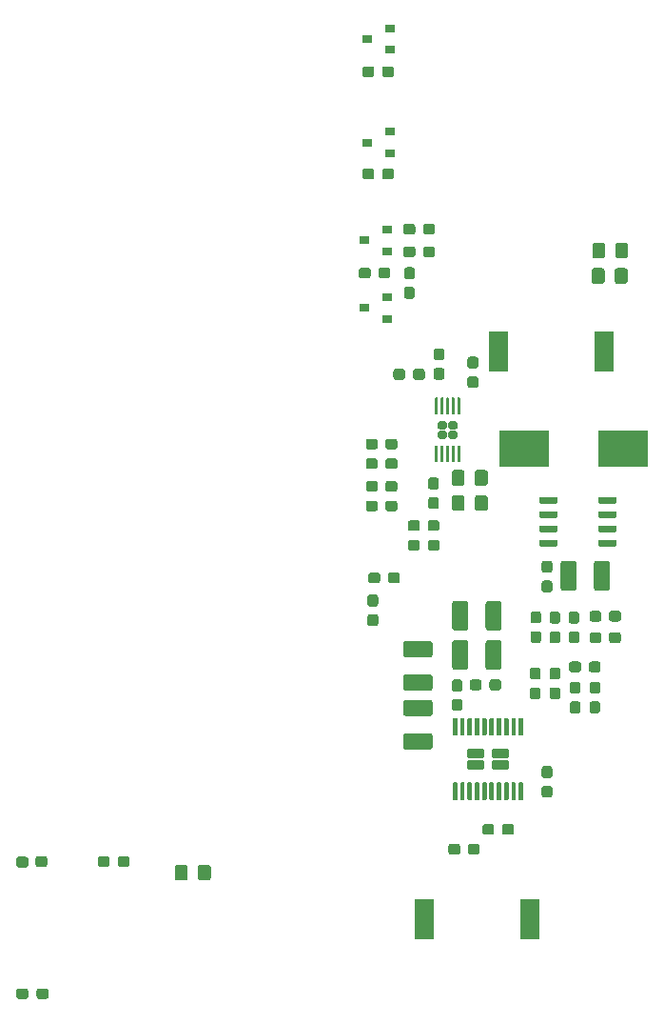
<source format=gtp>
G04 #@! TF.GenerationSoftware,KiCad,Pcbnew,(5.1.5)-3*
G04 #@! TF.CreationDate,2020-08-31T23:00:58+02:00*
G04 #@! TF.ProjectId,NFC_hatch,4e46435f-6861-4746-9368-2e6b69636164,rev?*
G04 #@! TF.SameCoordinates,Original*
G04 #@! TF.FileFunction,Paste,Top*
G04 #@! TF.FilePolarity,Positive*
%FSLAX46Y46*%
G04 Gerber Fmt 4.6, Leading zero omitted, Abs format (unit mm)*
G04 Created by KiCad (PCBNEW (5.1.5)-3) date 2020-08-31 23:00:58*
%MOMM*%
%LPD*%
G04 APERTURE LIST*
%ADD10C,0.100000*%
%ADD11R,1.780000X3.560000*%
%ADD12R,0.900000X0.800000*%
%ADD13R,4.500000X3.300000*%
G04 APERTURE END LIST*
D10*
G36*
X74469603Y-106200963D02*
G01*
X74489018Y-106203843D01*
X74508057Y-106208612D01*
X74526537Y-106215224D01*
X74544279Y-106223616D01*
X74561114Y-106233706D01*
X74576879Y-106245398D01*
X74591421Y-106258579D01*
X74604602Y-106273121D01*
X74616294Y-106288886D01*
X74626384Y-106305721D01*
X74634776Y-106323463D01*
X74641388Y-106341943D01*
X74646157Y-106360982D01*
X74649037Y-106380397D01*
X74650000Y-106400000D01*
X74650000Y-106800000D01*
X74649037Y-106819603D01*
X74646157Y-106839018D01*
X74641388Y-106858057D01*
X74634776Y-106876537D01*
X74626384Y-106894279D01*
X74616294Y-106911114D01*
X74604602Y-106926879D01*
X74591421Y-106941421D01*
X74576879Y-106954602D01*
X74561114Y-106966294D01*
X74544279Y-106976384D01*
X74526537Y-106984776D01*
X74508057Y-106991388D01*
X74489018Y-106996157D01*
X74469603Y-106999037D01*
X74450000Y-107000000D01*
X73250000Y-107000000D01*
X73230397Y-106999037D01*
X73210982Y-106996157D01*
X73191943Y-106991388D01*
X73173463Y-106984776D01*
X73155721Y-106976384D01*
X73138886Y-106966294D01*
X73123121Y-106954602D01*
X73108579Y-106941421D01*
X73095398Y-106926879D01*
X73083706Y-106911114D01*
X73073616Y-106894279D01*
X73065224Y-106876537D01*
X73058612Y-106858057D01*
X73053843Y-106839018D01*
X73050963Y-106819603D01*
X73050000Y-106800000D01*
X73050000Y-106400000D01*
X73050963Y-106380397D01*
X73053843Y-106360982D01*
X73058612Y-106341943D01*
X73065224Y-106323463D01*
X73073616Y-106305721D01*
X73083706Y-106288886D01*
X73095398Y-106273121D01*
X73108579Y-106258579D01*
X73123121Y-106245398D01*
X73138886Y-106233706D01*
X73155721Y-106223616D01*
X73173463Y-106215224D01*
X73191943Y-106208612D01*
X73210982Y-106203843D01*
X73230397Y-106200963D01*
X73250000Y-106200000D01*
X74450000Y-106200000D01*
X74469603Y-106200963D01*
G37*
G36*
X72269603Y-106200963D02*
G01*
X72289018Y-106203843D01*
X72308057Y-106208612D01*
X72326537Y-106215224D01*
X72344279Y-106223616D01*
X72361114Y-106233706D01*
X72376879Y-106245398D01*
X72391421Y-106258579D01*
X72404602Y-106273121D01*
X72416294Y-106288886D01*
X72426384Y-106305721D01*
X72434776Y-106323463D01*
X72441388Y-106341943D01*
X72446157Y-106360982D01*
X72449037Y-106380397D01*
X72450000Y-106400000D01*
X72450000Y-106800000D01*
X72449037Y-106819603D01*
X72446157Y-106839018D01*
X72441388Y-106858057D01*
X72434776Y-106876537D01*
X72426384Y-106894279D01*
X72416294Y-106911114D01*
X72404602Y-106926879D01*
X72391421Y-106941421D01*
X72376879Y-106954602D01*
X72361114Y-106966294D01*
X72344279Y-106976384D01*
X72326537Y-106984776D01*
X72308057Y-106991388D01*
X72289018Y-106996157D01*
X72269603Y-106999037D01*
X72250000Y-107000000D01*
X71050000Y-107000000D01*
X71030397Y-106999037D01*
X71010982Y-106996157D01*
X70991943Y-106991388D01*
X70973463Y-106984776D01*
X70955721Y-106976384D01*
X70938886Y-106966294D01*
X70923121Y-106954602D01*
X70908579Y-106941421D01*
X70895398Y-106926879D01*
X70883706Y-106911114D01*
X70873616Y-106894279D01*
X70865224Y-106876537D01*
X70858612Y-106858057D01*
X70853843Y-106839018D01*
X70850963Y-106819603D01*
X70850000Y-106800000D01*
X70850000Y-106400000D01*
X70850963Y-106380397D01*
X70853843Y-106360982D01*
X70858612Y-106341943D01*
X70865224Y-106323463D01*
X70873616Y-106305721D01*
X70883706Y-106288886D01*
X70895398Y-106273121D01*
X70908579Y-106258579D01*
X70923121Y-106245398D01*
X70938886Y-106233706D01*
X70955721Y-106223616D01*
X70973463Y-106215224D01*
X70991943Y-106208612D01*
X71010982Y-106203843D01*
X71030397Y-106200963D01*
X71050000Y-106200000D01*
X72250000Y-106200000D01*
X72269603Y-106200963D01*
G37*
G36*
X72269603Y-107200963D02*
G01*
X72289018Y-107203843D01*
X72308057Y-107208612D01*
X72326537Y-107215224D01*
X72344279Y-107223616D01*
X72361114Y-107233706D01*
X72376879Y-107245398D01*
X72391421Y-107258579D01*
X72404602Y-107273121D01*
X72416294Y-107288886D01*
X72426384Y-107305721D01*
X72434776Y-107323463D01*
X72441388Y-107341943D01*
X72446157Y-107360982D01*
X72449037Y-107380397D01*
X72450000Y-107400000D01*
X72450000Y-107800000D01*
X72449037Y-107819603D01*
X72446157Y-107839018D01*
X72441388Y-107858057D01*
X72434776Y-107876537D01*
X72426384Y-107894279D01*
X72416294Y-107911114D01*
X72404602Y-107926879D01*
X72391421Y-107941421D01*
X72376879Y-107954602D01*
X72361114Y-107966294D01*
X72344279Y-107976384D01*
X72326537Y-107984776D01*
X72308057Y-107991388D01*
X72289018Y-107996157D01*
X72269603Y-107999037D01*
X72250000Y-108000000D01*
X71050000Y-108000000D01*
X71030397Y-107999037D01*
X71010982Y-107996157D01*
X70991943Y-107991388D01*
X70973463Y-107984776D01*
X70955721Y-107976384D01*
X70938886Y-107966294D01*
X70923121Y-107954602D01*
X70908579Y-107941421D01*
X70895398Y-107926879D01*
X70883706Y-107911114D01*
X70873616Y-107894279D01*
X70865224Y-107876537D01*
X70858612Y-107858057D01*
X70853843Y-107839018D01*
X70850963Y-107819603D01*
X70850000Y-107800000D01*
X70850000Y-107400000D01*
X70850963Y-107380397D01*
X70853843Y-107360982D01*
X70858612Y-107341943D01*
X70865224Y-107323463D01*
X70873616Y-107305721D01*
X70883706Y-107288886D01*
X70895398Y-107273121D01*
X70908579Y-107258579D01*
X70923121Y-107245398D01*
X70938886Y-107233706D01*
X70955721Y-107223616D01*
X70973463Y-107215224D01*
X70991943Y-107208612D01*
X71010982Y-107203843D01*
X71030397Y-107200963D01*
X71050000Y-107200000D01*
X72250000Y-107200000D01*
X72269603Y-107200963D01*
G37*
G36*
X74469603Y-107200963D02*
G01*
X74489018Y-107203843D01*
X74508057Y-107208612D01*
X74526537Y-107215224D01*
X74544279Y-107223616D01*
X74561114Y-107233706D01*
X74576879Y-107245398D01*
X74591421Y-107258579D01*
X74604602Y-107273121D01*
X74616294Y-107288886D01*
X74626384Y-107305721D01*
X74634776Y-107323463D01*
X74641388Y-107341943D01*
X74646157Y-107360982D01*
X74649037Y-107380397D01*
X74650000Y-107400000D01*
X74650000Y-107800000D01*
X74649037Y-107819603D01*
X74646157Y-107839018D01*
X74641388Y-107858057D01*
X74634776Y-107876537D01*
X74626384Y-107894279D01*
X74616294Y-107911114D01*
X74604602Y-107926879D01*
X74591421Y-107941421D01*
X74576879Y-107954602D01*
X74561114Y-107966294D01*
X74544279Y-107976384D01*
X74526537Y-107984776D01*
X74508057Y-107991388D01*
X74489018Y-107996157D01*
X74469603Y-107999037D01*
X74450000Y-108000000D01*
X73250000Y-108000000D01*
X73230397Y-107999037D01*
X73210982Y-107996157D01*
X73191943Y-107991388D01*
X73173463Y-107984776D01*
X73155721Y-107976384D01*
X73138886Y-107966294D01*
X73123121Y-107954602D01*
X73108579Y-107941421D01*
X73095398Y-107926879D01*
X73083706Y-107911114D01*
X73073616Y-107894279D01*
X73065224Y-107876537D01*
X73058612Y-107858057D01*
X73053843Y-107839018D01*
X73050963Y-107819603D01*
X73050000Y-107800000D01*
X73050000Y-107400000D01*
X73050963Y-107380397D01*
X73053843Y-107360982D01*
X73058612Y-107341943D01*
X73065224Y-107323463D01*
X73073616Y-107305721D01*
X73083706Y-107288886D01*
X73095398Y-107273121D01*
X73108579Y-107258579D01*
X73123121Y-107245398D01*
X73138886Y-107233706D01*
X73155721Y-107223616D01*
X73173463Y-107215224D01*
X73191943Y-107208612D01*
X73210982Y-107203843D01*
X73230397Y-107200963D01*
X73250000Y-107200000D01*
X74450000Y-107200000D01*
X74469603Y-107200963D01*
G37*
G36*
X75784802Y-103450482D02*
G01*
X75794509Y-103451921D01*
X75804028Y-103454306D01*
X75813268Y-103457612D01*
X75822140Y-103461808D01*
X75830557Y-103466853D01*
X75838439Y-103472699D01*
X75845711Y-103479289D01*
X75852301Y-103486561D01*
X75858147Y-103494443D01*
X75863192Y-103502860D01*
X75867388Y-103511732D01*
X75870694Y-103520972D01*
X75873079Y-103530491D01*
X75874518Y-103540198D01*
X75875000Y-103550000D01*
X75875000Y-104925000D01*
X75874518Y-104934802D01*
X75873079Y-104944509D01*
X75870694Y-104954028D01*
X75867388Y-104963268D01*
X75863192Y-104972140D01*
X75858147Y-104980557D01*
X75852301Y-104988439D01*
X75845711Y-104995711D01*
X75838439Y-105002301D01*
X75830557Y-105008147D01*
X75822140Y-105013192D01*
X75813268Y-105017388D01*
X75804028Y-105020694D01*
X75794509Y-105023079D01*
X75784802Y-105024518D01*
X75775000Y-105025000D01*
X75575000Y-105025000D01*
X75565198Y-105024518D01*
X75555491Y-105023079D01*
X75545972Y-105020694D01*
X75536732Y-105017388D01*
X75527860Y-105013192D01*
X75519443Y-105008147D01*
X75511561Y-105002301D01*
X75504289Y-104995711D01*
X75497699Y-104988439D01*
X75491853Y-104980557D01*
X75486808Y-104972140D01*
X75482612Y-104963268D01*
X75479306Y-104954028D01*
X75476921Y-104944509D01*
X75475482Y-104934802D01*
X75475000Y-104925000D01*
X75475000Y-103550000D01*
X75475482Y-103540198D01*
X75476921Y-103530491D01*
X75479306Y-103520972D01*
X75482612Y-103511732D01*
X75486808Y-103502860D01*
X75491853Y-103494443D01*
X75497699Y-103486561D01*
X75504289Y-103479289D01*
X75511561Y-103472699D01*
X75519443Y-103466853D01*
X75527860Y-103461808D01*
X75536732Y-103457612D01*
X75545972Y-103454306D01*
X75555491Y-103451921D01*
X75565198Y-103450482D01*
X75575000Y-103450000D01*
X75775000Y-103450000D01*
X75784802Y-103450482D01*
G37*
G36*
X75134802Y-103450482D02*
G01*
X75144509Y-103451921D01*
X75154028Y-103454306D01*
X75163268Y-103457612D01*
X75172140Y-103461808D01*
X75180557Y-103466853D01*
X75188439Y-103472699D01*
X75195711Y-103479289D01*
X75202301Y-103486561D01*
X75208147Y-103494443D01*
X75213192Y-103502860D01*
X75217388Y-103511732D01*
X75220694Y-103520972D01*
X75223079Y-103530491D01*
X75224518Y-103540198D01*
X75225000Y-103550000D01*
X75225000Y-104925000D01*
X75224518Y-104934802D01*
X75223079Y-104944509D01*
X75220694Y-104954028D01*
X75217388Y-104963268D01*
X75213192Y-104972140D01*
X75208147Y-104980557D01*
X75202301Y-104988439D01*
X75195711Y-104995711D01*
X75188439Y-105002301D01*
X75180557Y-105008147D01*
X75172140Y-105013192D01*
X75163268Y-105017388D01*
X75154028Y-105020694D01*
X75144509Y-105023079D01*
X75134802Y-105024518D01*
X75125000Y-105025000D01*
X74925000Y-105025000D01*
X74915198Y-105024518D01*
X74905491Y-105023079D01*
X74895972Y-105020694D01*
X74886732Y-105017388D01*
X74877860Y-105013192D01*
X74869443Y-105008147D01*
X74861561Y-105002301D01*
X74854289Y-104995711D01*
X74847699Y-104988439D01*
X74841853Y-104980557D01*
X74836808Y-104972140D01*
X74832612Y-104963268D01*
X74829306Y-104954028D01*
X74826921Y-104944509D01*
X74825482Y-104934802D01*
X74825000Y-104925000D01*
X74825000Y-103550000D01*
X74825482Y-103540198D01*
X74826921Y-103530491D01*
X74829306Y-103520972D01*
X74832612Y-103511732D01*
X74836808Y-103502860D01*
X74841853Y-103494443D01*
X74847699Y-103486561D01*
X74854289Y-103479289D01*
X74861561Y-103472699D01*
X74869443Y-103466853D01*
X74877860Y-103461808D01*
X74886732Y-103457612D01*
X74895972Y-103454306D01*
X74905491Y-103451921D01*
X74915198Y-103450482D01*
X74925000Y-103450000D01*
X75125000Y-103450000D01*
X75134802Y-103450482D01*
G37*
G36*
X74484802Y-103450482D02*
G01*
X74494509Y-103451921D01*
X74504028Y-103454306D01*
X74513268Y-103457612D01*
X74522140Y-103461808D01*
X74530557Y-103466853D01*
X74538439Y-103472699D01*
X74545711Y-103479289D01*
X74552301Y-103486561D01*
X74558147Y-103494443D01*
X74563192Y-103502860D01*
X74567388Y-103511732D01*
X74570694Y-103520972D01*
X74573079Y-103530491D01*
X74574518Y-103540198D01*
X74575000Y-103550000D01*
X74575000Y-104925000D01*
X74574518Y-104934802D01*
X74573079Y-104944509D01*
X74570694Y-104954028D01*
X74567388Y-104963268D01*
X74563192Y-104972140D01*
X74558147Y-104980557D01*
X74552301Y-104988439D01*
X74545711Y-104995711D01*
X74538439Y-105002301D01*
X74530557Y-105008147D01*
X74522140Y-105013192D01*
X74513268Y-105017388D01*
X74504028Y-105020694D01*
X74494509Y-105023079D01*
X74484802Y-105024518D01*
X74475000Y-105025000D01*
X74275000Y-105025000D01*
X74265198Y-105024518D01*
X74255491Y-105023079D01*
X74245972Y-105020694D01*
X74236732Y-105017388D01*
X74227860Y-105013192D01*
X74219443Y-105008147D01*
X74211561Y-105002301D01*
X74204289Y-104995711D01*
X74197699Y-104988439D01*
X74191853Y-104980557D01*
X74186808Y-104972140D01*
X74182612Y-104963268D01*
X74179306Y-104954028D01*
X74176921Y-104944509D01*
X74175482Y-104934802D01*
X74175000Y-104925000D01*
X74175000Y-103550000D01*
X74175482Y-103540198D01*
X74176921Y-103530491D01*
X74179306Y-103520972D01*
X74182612Y-103511732D01*
X74186808Y-103502860D01*
X74191853Y-103494443D01*
X74197699Y-103486561D01*
X74204289Y-103479289D01*
X74211561Y-103472699D01*
X74219443Y-103466853D01*
X74227860Y-103461808D01*
X74236732Y-103457612D01*
X74245972Y-103454306D01*
X74255491Y-103451921D01*
X74265198Y-103450482D01*
X74275000Y-103450000D01*
X74475000Y-103450000D01*
X74484802Y-103450482D01*
G37*
G36*
X73834802Y-103450482D02*
G01*
X73844509Y-103451921D01*
X73854028Y-103454306D01*
X73863268Y-103457612D01*
X73872140Y-103461808D01*
X73880557Y-103466853D01*
X73888439Y-103472699D01*
X73895711Y-103479289D01*
X73902301Y-103486561D01*
X73908147Y-103494443D01*
X73913192Y-103502860D01*
X73917388Y-103511732D01*
X73920694Y-103520972D01*
X73923079Y-103530491D01*
X73924518Y-103540198D01*
X73925000Y-103550000D01*
X73925000Y-104925000D01*
X73924518Y-104934802D01*
X73923079Y-104944509D01*
X73920694Y-104954028D01*
X73917388Y-104963268D01*
X73913192Y-104972140D01*
X73908147Y-104980557D01*
X73902301Y-104988439D01*
X73895711Y-104995711D01*
X73888439Y-105002301D01*
X73880557Y-105008147D01*
X73872140Y-105013192D01*
X73863268Y-105017388D01*
X73854028Y-105020694D01*
X73844509Y-105023079D01*
X73834802Y-105024518D01*
X73825000Y-105025000D01*
X73625000Y-105025000D01*
X73615198Y-105024518D01*
X73605491Y-105023079D01*
X73595972Y-105020694D01*
X73586732Y-105017388D01*
X73577860Y-105013192D01*
X73569443Y-105008147D01*
X73561561Y-105002301D01*
X73554289Y-104995711D01*
X73547699Y-104988439D01*
X73541853Y-104980557D01*
X73536808Y-104972140D01*
X73532612Y-104963268D01*
X73529306Y-104954028D01*
X73526921Y-104944509D01*
X73525482Y-104934802D01*
X73525000Y-104925000D01*
X73525000Y-103550000D01*
X73525482Y-103540198D01*
X73526921Y-103530491D01*
X73529306Y-103520972D01*
X73532612Y-103511732D01*
X73536808Y-103502860D01*
X73541853Y-103494443D01*
X73547699Y-103486561D01*
X73554289Y-103479289D01*
X73561561Y-103472699D01*
X73569443Y-103466853D01*
X73577860Y-103461808D01*
X73586732Y-103457612D01*
X73595972Y-103454306D01*
X73605491Y-103451921D01*
X73615198Y-103450482D01*
X73625000Y-103450000D01*
X73825000Y-103450000D01*
X73834802Y-103450482D01*
G37*
G36*
X73184802Y-103450482D02*
G01*
X73194509Y-103451921D01*
X73204028Y-103454306D01*
X73213268Y-103457612D01*
X73222140Y-103461808D01*
X73230557Y-103466853D01*
X73238439Y-103472699D01*
X73245711Y-103479289D01*
X73252301Y-103486561D01*
X73258147Y-103494443D01*
X73263192Y-103502860D01*
X73267388Y-103511732D01*
X73270694Y-103520972D01*
X73273079Y-103530491D01*
X73274518Y-103540198D01*
X73275000Y-103550000D01*
X73275000Y-104925000D01*
X73274518Y-104934802D01*
X73273079Y-104944509D01*
X73270694Y-104954028D01*
X73267388Y-104963268D01*
X73263192Y-104972140D01*
X73258147Y-104980557D01*
X73252301Y-104988439D01*
X73245711Y-104995711D01*
X73238439Y-105002301D01*
X73230557Y-105008147D01*
X73222140Y-105013192D01*
X73213268Y-105017388D01*
X73204028Y-105020694D01*
X73194509Y-105023079D01*
X73184802Y-105024518D01*
X73175000Y-105025000D01*
X72975000Y-105025000D01*
X72965198Y-105024518D01*
X72955491Y-105023079D01*
X72945972Y-105020694D01*
X72936732Y-105017388D01*
X72927860Y-105013192D01*
X72919443Y-105008147D01*
X72911561Y-105002301D01*
X72904289Y-104995711D01*
X72897699Y-104988439D01*
X72891853Y-104980557D01*
X72886808Y-104972140D01*
X72882612Y-104963268D01*
X72879306Y-104954028D01*
X72876921Y-104944509D01*
X72875482Y-104934802D01*
X72875000Y-104925000D01*
X72875000Y-103550000D01*
X72875482Y-103540198D01*
X72876921Y-103530491D01*
X72879306Y-103520972D01*
X72882612Y-103511732D01*
X72886808Y-103502860D01*
X72891853Y-103494443D01*
X72897699Y-103486561D01*
X72904289Y-103479289D01*
X72911561Y-103472699D01*
X72919443Y-103466853D01*
X72927860Y-103461808D01*
X72936732Y-103457612D01*
X72945972Y-103454306D01*
X72955491Y-103451921D01*
X72965198Y-103450482D01*
X72975000Y-103450000D01*
X73175000Y-103450000D01*
X73184802Y-103450482D01*
G37*
G36*
X72534802Y-103450482D02*
G01*
X72544509Y-103451921D01*
X72554028Y-103454306D01*
X72563268Y-103457612D01*
X72572140Y-103461808D01*
X72580557Y-103466853D01*
X72588439Y-103472699D01*
X72595711Y-103479289D01*
X72602301Y-103486561D01*
X72608147Y-103494443D01*
X72613192Y-103502860D01*
X72617388Y-103511732D01*
X72620694Y-103520972D01*
X72623079Y-103530491D01*
X72624518Y-103540198D01*
X72625000Y-103550000D01*
X72625000Y-104925000D01*
X72624518Y-104934802D01*
X72623079Y-104944509D01*
X72620694Y-104954028D01*
X72617388Y-104963268D01*
X72613192Y-104972140D01*
X72608147Y-104980557D01*
X72602301Y-104988439D01*
X72595711Y-104995711D01*
X72588439Y-105002301D01*
X72580557Y-105008147D01*
X72572140Y-105013192D01*
X72563268Y-105017388D01*
X72554028Y-105020694D01*
X72544509Y-105023079D01*
X72534802Y-105024518D01*
X72525000Y-105025000D01*
X72325000Y-105025000D01*
X72315198Y-105024518D01*
X72305491Y-105023079D01*
X72295972Y-105020694D01*
X72286732Y-105017388D01*
X72277860Y-105013192D01*
X72269443Y-105008147D01*
X72261561Y-105002301D01*
X72254289Y-104995711D01*
X72247699Y-104988439D01*
X72241853Y-104980557D01*
X72236808Y-104972140D01*
X72232612Y-104963268D01*
X72229306Y-104954028D01*
X72226921Y-104944509D01*
X72225482Y-104934802D01*
X72225000Y-104925000D01*
X72225000Y-103550000D01*
X72225482Y-103540198D01*
X72226921Y-103530491D01*
X72229306Y-103520972D01*
X72232612Y-103511732D01*
X72236808Y-103502860D01*
X72241853Y-103494443D01*
X72247699Y-103486561D01*
X72254289Y-103479289D01*
X72261561Y-103472699D01*
X72269443Y-103466853D01*
X72277860Y-103461808D01*
X72286732Y-103457612D01*
X72295972Y-103454306D01*
X72305491Y-103451921D01*
X72315198Y-103450482D01*
X72325000Y-103450000D01*
X72525000Y-103450000D01*
X72534802Y-103450482D01*
G37*
G36*
X71884802Y-103450482D02*
G01*
X71894509Y-103451921D01*
X71904028Y-103454306D01*
X71913268Y-103457612D01*
X71922140Y-103461808D01*
X71930557Y-103466853D01*
X71938439Y-103472699D01*
X71945711Y-103479289D01*
X71952301Y-103486561D01*
X71958147Y-103494443D01*
X71963192Y-103502860D01*
X71967388Y-103511732D01*
X71970694Y-103520972D01*
X71973079Y-103530491D01*
X71974518Y-103540198D01*
X71975000Y-103550000D01*
X71975000Y-104925000D01*
X71974518Y-104934802D01*
X71973079Y-104944509D01*
X71970694Y-104954028D01*
X71967388Y-104963268D01*
X71963192Y-104972140D01*
X71958147Y-104980557D01*
X71952301Y-104988439D01*
X71945711Y-104995711D01*
X71938439Y-105002301D01*
X71930557Y-105008147D01*
X71922140Y-105013192D01*
X71913268Y-105017388D01*
X71904028Y-105020694D01*
X71894509Y-105023079D01*
X71884802Y-105024518D01*
X71875000Y-105025000D01*
X71675000Y-105025000D01*
X71665198Y-105024518D01*
X71655491Y-105023079D01*
X71645972Y-105020694D01*
X71636732Y-105017388D01*
X71627860Y-105013192D01*
X71619443Y-105008147D01*
X71611561Y-105002301D01*
X71604289Y-104995711D01*
X71597699Y-104988439D01*
X71591853Y-104980557D01*
X71586808Y-104972140D01*
X71582612Y-104963268D01*
X71579306Y-104954028D01*
X71576921Y-104944509D01*
X71575482Y-104934802D01*
X71575000Y-104925000D01*
X71575000Y-103550000D01*
X71575482Y-103540198D01*
X71576921Y-103530491D01*
X71579306Y-103520972D01*
X71582612Y-103511732D01*
X71586808Y-103502860D01*
X71591853Y-103494443D01*
X71597699Y-103486561D01*
X71604289Y-103479289D01*
X71611561Y-103472699D01*
X71619443Y-103466853D01*
X71627860Y-103461808D01*
X71636732Y-103457612D01*
X71645972Y-103454306D01*
X71655491Y-103451921D01*
X71665198Y-103450482D01*
X71675000Y-103450000D01*
X71875000Y-103450000D01*
X71884802Y-103450482D01*
G37*
G36*
X71234802Y-103450482D02*
G01*
X71244509Y-103451921D01*
X71254028Y-103454306D01*
X71263268Y-103457612D01*
X71272140Y-103461808D01*
X71280557Y-103466853D01*
X71288439Y-103472699D01*
X71295711Y-103479289D01*
X71302301Y-103486561D01*
X71308147Y-103494443D01*
X71313192Y-103502860D01*
X71317388Y-103511732D01*
X71320694Y-103520972D01*
X71323079Y-103530491D01*
X71324518Y-103540198D01*
X71325000Y-103550000D01*
X71325000Y-104925000D01*
X71324518Y-104934802D01*
X71323079Y-104944509D01*
X71320694Y-104954028D01*
X71317388Y-104963268D01*
X71313192Y-104972140D01*
X71308147Y-104980557D01*
X71302301Y-104988439D01*
X71295711Y-104995711D01*
X71288439Y-105002301D01*
X71280557Y-105008147D01*
X71272140Y-105013192D01*
X71263268Y-105017388D01*
X71254028Y-105020694D01*
X71244509Y-105023079D01*
X71234802Y-105024518D01*
X71225000Y-105025000D01*
X71025000Y-105025000D01*
X71015198Y-105024518D01*
X71005491Y-105023079D01*
X70995972Y-105020694D01*
X70986732Y-105017388D01*
X70977860Y-105013192D01*
X70969443Y-105008147D01*
X70961561Y-105002301D01*
X70954289Y-104995711D01*
X70947699Y-104988439D01*
X70941853Y-104980557D01*
X70936808Y-104972140D01*
X70932612Y-104963268D01*
X70929306Y-104954028D01*
X70926921Y-104944509D01*
X70925482Y-104934802D01*
X70925000Y-104925000D01*
X70925000Y-103550000D01*
X70925482Y-103540198D01*
X70926921Y-103530491D01*
X70929306Y-103520972D01*
X70932612Y-103511732D01*
X70936808Y-103502860D01*
X70941853Y-103494443D01*
X70947699Y-103486561D01*
X70954289Y-103479289D01*
X70961561Y-103472699D01*
X70969443Y-103466853D01*
X70977860Y-103461808D01*
X70986732Y-103457612D01*
X70995972Y-103454306D01*
X71005491Y-103451921D01*
X71015198Y-103450482D01*
X71025000Y-103450000D01*
X71225000Y-103450000D01*
X71234802Y-103450482D01*
G37*
G36*
X70584802Y-103450482D02*
G01*
X70594509Y-103451921D01*
X70604028Y-103454306D01*
X70613268Y-103457612D01*
X70622140Y-103461808D01*
X70630557Y-103466853D01*
X70638439Y-103472699D01*
X70645711Y-103479289D01*
X70652301Y-103486561D01*
X70658147Y-103494443D01*
X70663192Y-103502860D01*
X70667388Y-103511732D01*
X70670694Y-103520972D01*
X70673079Y-103530491D01*
X70674518Y-103540198D01*
X70675000Y-103550000D01*
X70675000Y-104925000D01*
X70674518Y-104934802D01*
X70673079Y-104944509D01*
X70670694Y-104954028D01*
X70667388Y-104963268D01*
X70663192Y-104972140D01*
X70658147Y-104980557D01*
X70652301Y-104988439D01*
X70645711Y-104995711D01*
X70638439Y-105002301D01*
X70630557Y-105008147D01*
X70622140Y-105013192D01*
X70613268Y-105017388D01*
X70604028Y-105020694D01*
X70594509Y-105023079D01*
X70584802Y-105024518D01*
X70575000Y-105025000D01*
X70375000Y-105025000D01*
X70365198Y-105024518D01*
X70355491Y-105023079D01*
X70345972Y-105020694D01*
X70336732Y-105017388D01*
X70327860Y-105013192D01*
X70319443Y-105008147D01*
X70311561Y-105002301D01*
X70304289Y-104995711D01*
X70297699Y-104988439D01*
X70291853Y-104980557D01*
X70286808Y-104972140D01*
X70282612Y-104963268D01*
X70279306Y-104954028D01*
X70276921Y-104944509D01*
X70275482Y-104934802D01*
X70275000Y-104925000D01*
X70275000Y-103550000D01*
X70275482Y-103540198D01*
X70276921Y-103530491D01*
X70279306Y-103520972D01*
X70282612Y-103511732D01*
X70286808Y-103502860D01*
X70291853Y-103494443D01*
X70297699Y-103486561D01*
X70304289Y-103479289D01*
X70311561Y-103472699D01*
X70319443Y-103466853D01*
X70327860Y-103461808D01*
X70336732Y-103457612D01*
X70345972Y-103454306D01*
X70355491Y-103451921D01*
X70365198Y-103450482D01*
X70375000Y-103450000D01*
X70575000Y-103450000D01*
X70584802Y-103450482D01*
G37*
G36*
X69934802Y-103450482D02*
G01*
X69944509Y-103451921D01*
X69954028Y-103454306D01*
X69963268Y-103457612D01*
X69972140Y-103461808D01*
X69980557Y-103466853D01*
X69988439Y-103472699D01*
X69995711Y-103479289D01*
X70002301Y-103486561D01*
X70008147Y-103494443D01*
X70013192Y-103502860D01*
X70017388Y-103511732D01*
X70020694Y-103520972D01*
X70023079Y-103530491D01*
X70024518Y-103540198D01*
X70025000Y-103550000D01*
X70025000Y-104925000D01*
X70024518Y-104934802D01*
X70023079Y-104944509D01*
X70020694Y-104954028D01*
X70017388Y-104963268D01*
X70013192Y-104972140D01*
X70008147Y-104980557D01*
X70002301Y-104988439D01*
X69995711Y-104995711D01*
X69988439Y-105002301D01*
X69980557Y-105008147D01*
X69972140Y-105013192D01*
X69963268Y-105017388D01*
X69954028Y-105020694D01*
X69944509Y-105023079D01*
X69934802Y-105024518D01*
X69925000Y-105025000D01*
X69725000Y-105025000D01*
X69715198Y-105024518D01*
X69705491Y-105023079D01*
X69695972Y-105020694D01*
X69686732Y-105017388D01*
X69677860Y-105013192D01*
X69669443Y-105008147D01*
X69661561Y-105002301D01*
X69654289Y-104995711D01*
X69647699Y-104988439D01*
X69641853Y-104980557D01*
X69636808Y-104972140D01*
X69632612Y-104963268D01*
X69629306Y-104954028D01*
X69626921Y-104944509D01*
X69625482Y-104934802D01*
X69625000Y-104925000D01*
X69625000Y-103550000D01*
X69625482Y-103540198D01*
X69626921Y-103530491D01*
X69629306Y-103520972D01*
X69632612Y-103511732D01*
X69636808Y-103502860D01*
X69641853Y-103494443D01*
X69647699Y-103486561D01*
X69654289Y-103479289D01*
X69661561Y-103472699D01*
X69669443Y-103466853D01*
X69677860Y-103461808D01*
X69686732Y-103457612D01*
X69695972Y-103454306D01*
X69705491Y-103451921D01*
X69715198Y-103450482D01*
X69725000Y-103450000D01*
X69925000Y-103450000D01*
X69934802Y-103450482D01*
G37*
G36*
X69934802Y-109175482D02*
G01*
X69944509Y-109176921D01*
X69954028Y-109179306D01*
X69963268Y-109182612D01*
X69972140Y-109186808D01*
X69980557Y-109191853D01*
X69988439Y-109197699D01*
X69995711Y-109204289D01*
X70002301Y-109211561D01*
X70008147Y-109219443D01*
X70013192Y-109227860D01*
X70017388Y-109236732D01*
X70020694Y-109245972D01*
X70023079Y-109255491D01*
X70024518Y-109265198D01*
X70025000Y-109275000D01*
X70025000Y-110650000D01*
X70024518Y-110659802D01*
X70023079Y-110669509D01*
X70020694Y-110679028D01*
X70017388Y-110688268D01*
X70013192Y-110697140D01*
X70008147Y-110705557D01*
X70002301Y-110713439D01*
X69995711Y-110720711D01*
X69988439Y-110727301D01*
X69980557Y-110733147D01*
X69972140Y-110738192D01*
X69963268Y-110742388D01*
X69954028Y-110745694D01*
X69944509Y-110748079D01*
X69934802Y-110749518D01*
X69925000Y-110750000D01*
X69725000Y-110750000D01*
X69715198Y-110749518D01*
X69705491Y-110748079D01*
X69695972Y-110745694D01*
X69686732Y-110742388D01*
X69677860Y-110738192D01*
X69669443Y-110733147D01*
X69661561Y-110727301D01*
X69654289Y-110720711D01*
X69647699Y-110713439D01*
X69641853Y-110705557D01*
X69636808Y-110697140D01*
X69632612Y-110688268D01*
X69629306Y-110679028D01*
X69626921Y-110669509D01*
X69625482Y-110659802D01*
X69625000Y-110650000D01*
X69625000Y-109275000D01*
X69625482Y-109265198D01*
X69626921Y-109255491D01*
X69629306Y-109245972D01*
X69632612Y-109236732D01*
X69636808Y-109227860D01*
X69641853Y-109219443D01*
X69647699Y-109211561D01*
X69654289Y-109204289D01*
X69661561Y-109197699D01*
X69669443Y-109191853D01*
X69677860Y-109186808D01*
X69686732Y-109182612D01*
X69695972Y-109179306D01*
X69705491Y-109176921D01*
X69715198Y-109175482D01*
X69725000Y-109175000D01*
X69925000Y-109175000D01*
X69934802Y-109175482D01*
G37*
G36*
X70584802Y-109175482D02*
G01*
X70594509Y-109176921D01*
X70604028Y-109179306D01*
X70613268Y-109182612D01*
X70622140Y-109186808D01*
X70630557Y-109191853D01*
X70638439Y-109197699D01*
X70645711Y-109204289D01*
X70652301Y-109211561D01*
X70658147Y-109219443D01*
X70663192Y-109227860D01*
X70667388Y-109236732D01*
X70670694Y-109245972D01*
X70673079Y-109255491D01*
X70674518Y-109265198D01*
X70675000Y-109275000D01*
X70675000Y-110650000D01*
X70674518Y-110659802D01*
X70673079Y-110669509D01*
X70670694Y-110679028D01*
X70667388Y-110688268D01*
X70663192Y-110697140D01*
X70658147Y-110705557D01*
X70652301Y-110713439D01*
X70645711Y-110720711D01*
X70638439Y-110727301D01*
X70630557Y-110733147D01*
X70622140Y-110738192D01*
X70613268Y-110742388D01*
X70604028Y-110745694D01*
X70594509Y-110748079D01*
X70584802Y-110749518D01*
X70575000Y-110750000D01*
X70375000Y-110750000D01*
X70365198Y-110749518D01*
X70355491Y-110748079D01*
X70345972Y-110745694D01*
X70336732Y-110742388D01*
X70327860Y-110738192D01*
X70319443Y-110733147D01*
X70311561Y-110727301D01*
X70304289Y-110720711D01*
X70297699Y-110713439D01*
X70291853Y-110705557D01*
X70286808Y-110697140D01*
X70282612Y-110688268D01*
X70279306Y-110679028D01*
X70276921Y-110669509D01*
X70275482Y-110659802D01*
X70275000Y-110650000D01*
X70275000Y-109275000D01*
X70275482Y-109265198D01*
X70276921Y-109255491D01*
X70279306Y-109245972D01*
X70282612Y-109236732D01*
X70286808Y-109227860D01*
X70291853Y-109219443D01*
X70297699Y-109211561D01*
X70304289Y-109204289D01*
X70311561Y-109197699D01*
X70319443Y-109191853D01*
X70327860Y-109186808D01*
X70336732Y-109182612D01*
X70345972Y-109179306D01*
X70355491Y-109176921D01*
X70365198Y-109175482D01*
X70375000Y-109175000D01*
X70575000Y-109175000D01*
X70584802Y-109175482D01*
G37*
G36*
X71234802Y-109175482D02*
G01*
X71244509Y-109176921D01*
X71254028Y-109179306D01*
X71263268Y-109182612D01*
X71272140Y-109186808D01*
X71280557Y-109191853D01*
X71288439Y-109197699D01*
X71295711Y-109204289D01*
X71302301Y-109211561D01*
X71308147Y-109219443D01*
X71313192Y-109227860D01*
X71317388Y-109236732D01*
X71320694Y-109245972D01*
X71323079Y-109255491D01*
X71324518Y-109265198D01*
X71325000Y-109275000D01*
X71325000Y-110650000D01*
X71324518Y-110659802D01*
X71323079Y-110669509D01*
X71320694Y-110679028D01*
X71317388Y-110688268D01*
X71313192Y-110697140D01*
X71308147Y-110705557D01*
X71302301Y-110713439D01*
X71295711Y-110720711D01*
X71288439Y-110727301D01*
X71280557Y-110733147D01*
X71272140Y-110738192D01*
X71263268Y-110742388D01*
X71254028Y-110745694D01*
X71244509Y-110748079D01*
X71234802Y-110749518D01*
X71225000Y-110750000D01*
X71025000Y-110750000D01*
X71015198Y-110749518D01*
X71005491Y-110748079D01*
X70995972Y-110745694D01*
X70986732Y-110742388D01*
X70977860Y-110738192D01*
X70969443Y-110733147D01*
X70961561Y-110727301D01*
X70954289Y-110720711D01*
X70947699Y-110713439D01*
X70941853Y-110705557D01*
X70936808Y-110697140D01*
X70932612Y-110688268D01*
X70929306Y-110679028D01*
X70926921Y-110669509D01*
X70925482Y-110659802D01*
X70925000Y-110650000D01*
X70925000Y-109275000D01*
X70925482Y-109265198D01*
X70926921Y-109255491D01*
X70929306Y-109245972D01*
X70932612Y-109236732D01*
X70936808Y-109227860D01*
X70941853Y-109219443D01*
X70947699Y-109211561D01*
X70954289Y-109204289D01*
X70961561Y-109197699D01*
X70969443Y-109191853D01*
X70977860Y-109186808D01*
X70986732Y-109182612D01*
X70995972Y-109179306D01*
X71005491Y-109176921D01*
X71015198Y-109175482D01*
X71025000Y-109175000D01*
X71225000Y-109175000D01*
X71234802Y-109175482D01*
G37*
G36*
X71884802Y-109175482D02*
G01*
X71894509Y-109176921D01*
X71904028Y-109179306D01*
X71913268Y-109182612D01*
X71922140Y-109186808D01*
X71930557Y-109191853D01*
X71938439Y-109197699D01*
X71945711Y-109204289D01*
X71952301Y-109211561D01*
X71958147Y-109219443D01*
X71963192Y-109227860D01*
X71967388Y-109236732D01*
X71970694Y-109245972D01*
X71973079Y-109255491D01*
X71974518Y-109265198D01*
X71975000Y-109275000D01*
X71975000Y-110650000D01*
X71974518Y-110659802D01*
X71973079Y-110669509D01*
X71970694Y-110679028D01*
X71967388Y-110688268D01*
X71963192Y-110697140D01*
X71958147Y-110705557D01*
X71952301Y-110713439D01*
X71945711Y-110720711D01*
X71938439Y-110727301D01*
X71930557Y-110733147D01*
X71922140Y-110738192D01*
X71913268Y-110742388D01*
X71904028Y-110745694D01*
X71894509Y-110748079D01*
X71884802Y-110749518D01*
X71875000Y-110750000D01*
X71675000Y-110750000D01*
X71665198Y-110749518D01*
X71655491Y-110748079D01*
X71645972Y-110745694D01*
X71636732Y-110742388D01*
X71627860Y-110738192D01*
X71619443Y-110733147D01*
X71611561Y-110727301D01*
X71604289Y-110720711D01*
X71597699Y-110713439D01*
X71591853Y-110705557D01*
X71586808Y-110697140D01*
X71582612Y-110688268D01*
X71579306Y-110679028D01*
X71576921Y-110669509D01*
X71575482Y-110659802D01*
X71575000Y-110650000D01*
X71575000Y-109275000D01*
X71575482Y-109265198D01*
X71576921Y-109255491D01*
X71579306Y-109245972D01*
X71582612Y-109236732D01*
X71586808Y-109227860D01*
X71591853Y-109219443D01*
X71597699Y-109211561D01*
X71604289Y-109204289D01*
X71611561Y-109197699D01*
X71619443Y-109191853D01*
X71627860Y-109186808D01*
X71636732Y-109182612D01*
X71645972Y-109179306D01*
X71655491Y-109176921D01*
X71665198Y-109175482D01*
X71675000Y-109175000D01*
X71875000Y-109175000D01*
X71884802Y-109175482D01*
G37*
G36*
X72534802Y-109175482D02*
G01*
X72544509Y-109176921D01*
X72554028Y-109179306D01*
X72563268Y-109182612D01*
X72572140Y-109186808D01*
X72580557Y-109191853D01*
X72588439Y-109197699D01*
X72595711Y-109204289D01*
X72602301Y-109211561D01*
X72608147Y-109219443D01*
X72613192Y-109227860D01*
X72617388Y-109236732D01*
X72620694Y-109245972D01*
X72623079Y-109255491D01*
X72624518Y-109265198D01*
X72625000Y-109275000D01*
X72625000Y-110650000D01*
X72624518Y-110659802D01*
X72623079Y-110669509D01*
X72620694Y-110679028D01*
X72617388Y-110688268D01*
X72613192Y-110697140D01*
X72608147Y-110705557D01*
X72602301Y-110713439D01*
X72595711Y-110720711D01*
X72588439Y-110727301D01*
X72580557Y-110733147D01*
X72572140Y-110738192D01*
X72563268Y-110742388D01*
X72554028Y-110745694D01*
X72544509Y-110748079D01*
X72534802Y-110749518D01*
X72525000Y-110750000D01*
X72325000Y-110750000D01*
X72315198Y-110749518D01*
X72305491Y-110748079D01*
X72295972Y-110745694D01*
X72286732Y-110742388D01*
X72277860Y-110738192D01*
X72269443Y-110733147D01*
X72261561Y-110727301D01*
X72254289Y-110720711D01*
X72247699Y-110713439D01*
X72241853Y-110705557D01*
X72236808Y-110697140D01*
X72232612Y-110688268D01*
X72229306Y-110679028D01*
X72226921Y-110669509D01*
X72225482Y-110659802D01*
X72225000Y-110650000D01*
X72225000Y-109275000D01*
X72225482Y-109265198D01*
X72226921Y-109255491D01*
X72229306Y-109245972D01*
X72232612Y-109236732D01*
X72236808Y-109227860D01*
X72241853Y-109219443D01*
X72247699Y-109211561D01*
X72254289Y-109204289D01*
X72261561Y-109197699D01*
X72269443Y-109191853D01*
X72277860Y-109186808D01*
X72286732Y-109182612D01*
X72295972Y-109179306D01*
X72305491Y-109176921D01*
X72315198Y-109175482D01*
X72325000Y-109175000D01*
X72525000Y-109175000D01*
X72534802Y-109175482D01*
G37*
G36*
X73184802Y-109175482D02*
G01*
X73194509Y-109176921D01*
X73204028Y-109179306D01*
X73213268Y-109182612D01*
X73222140Y-109186808D01*
X73230557Y-109191853D01*
X73238439Y-109197699D01*
X73245711Y-109204289D01*
X73252301Y-109211561D01*
X73258147Y-109219443D01*
X73263192Y-109227860D01*
X73267388Y-109236732D01*
X73270694Y-109245972D01*
X73273079Y-109255491D01*
X73274518Y-109265198D01*
X73275000Y-109275000D01*
X73275000Y-110650000D01*
X73274518Y-110659802D01*
X73273079Y-110669509D01*
X73270694Y-110679028D01*
X73267388Y-110688268D01*
X73263192Y-110697140D01*
X73258147Y-110705557D01*
X73252301Y-110713439D01*
X73245711Y-110720711D01*
X73238439Y-110727301D01*
X73230557Y-110733147D01*
X73222140Y-110738192D01*
X73213268Y-110742388D01*
X73204028Y-110745694D01*
X73194509Y-110748079D01*
X73184802Y-110749518D01*
X73175000Y-110750000D01*
X72975000Y-110750000D01*
X72965198Y-110749518D01*
X72955491Y-110748079D01*
X72945972Y-110745694D01*
X72936732Y-110742388D01*
X72927860Y-110738192D01*
X72919443Y-110733147D01*
X72911561Y-110727301D01*
X72904289Y-110720711D01*
X72897699Y-110713439D01*
X72891853Y-110705557D01*
X72886808Y-110697140D01*
X72882612Y-110688268D01*
X72879306Y-110679028D01*
X72876921Y-110669509D01*
X72875482Y-110659802D01*
X72875000Y-110650000D01*
X72875000Y-109275000D01*
X72875482Y-109265198D01*
X72876921Y-109255491D01*
X72879306Y-109245972D01*
X72882612Y-109236732D01*
X72886808Y-109227860D01*
X72891853Y-109219443D01*
X72897699Y-109211561D01*
X72904289Y-109204289D01*
X72911561Y-109197699D01*
X72919443Y-109191853D01*
X72927860Y-109186808D01*
X72936732Y-109182612D01*
X72945972Y-109179306D01*
X72955491Y-109176921D01*
X72965198Y-109175482D01*
X72975000Y-109175000D01*
X73175000Y-109175000D01*
X73184802Y-109175482D01*
G37*
G36*
X73834802Y-109175482D02*
G01*
X73844509Y-109176921D01*
X73854028Y-109179306D01*
X73863268Y-109182612D01*
X73872140Y-109186808D01*
X73880557Y-109191853D01*
X73888439Y-109197699D01*
X73895711Y-109204289D01*
X73902301Y-109211561D01*
X73908147Y-109219443D01*
X73913192Y-109227860D01*
X73917388Y-109236732D01*
X73920694Y-109245972D01*
X73923079Y-109255491D01*
X73924518Y-109265198D01*
X73925000Y-109275000D01*
X73925000Y-110650000D01*
X73924518Y-110659802D01*
X73923079Y-110669509D01*
X73920694Y-110679028D01*
X73917388Y-110688268D01*
X73913192Y-110697140D01*
X73908147Y-110705557D01*
X73902301Y-110713439D01*
X73895711Y-110720711D01*
X73888439Y-110727301D01*
X73880557Y-110733147D01*
X73872140Y-110738192D01*
X73863268Y-110742388D01*
X73854028Y-110745694D01*
X73844509Y-110748079D01*
X73834802Y-110749518D01*
X73825000Y-110750000D01*
X73625000Y-110750000D01*
X73615198Y-110749518D01*
X73605491Y-110748079D01*
X73595972Y-110745694D01*
X73586732Y-110742388D01*
X73577860Y-110738192D01*
X73569443Y-110733147D01*
X73561561Y-110727301D01*
X73554289Y-110720711D01*
X73547699Y-110713439D01*
X73541853Y-110705557D01*
X73536808Y-110697140D01*
X73532612Y-110688268D01*
X73529306Y-110679028D01*
X73526921Y-110669509D01*
X73525482Y-110659802D01*
X73525000Y-110650000D01*
X73525000Y-109275000D01*
X73525482Y-109265198D01*
X73526921Y-109255491D01*
X73529306Y-109245972D01*
X73532612Y-109236732D01*
X73536808Y-109227860D01*
X73541853Y-109219443D01*
X73547699Y-109211561D01*
X73554289Y-109204289D01*
X73561561Y-109197699D01*
X73569443Y-109191853D01*
X73577860Y-109186808D01*
X73586732Y-109182612D01*
X73595972Y-109179306D01*
X73605491Y-109176921D01*
X73615198Y-109175482D01*
X73625000Y-109175000D01*
X73825000Y-109175000D01*
X73834802Y-109175482D01*
G37*
G36*
X74484802Y-109175482D02*
G01*
X74494509Y-109176921D01*
X74504028Y-109179306D01*
X74513268Y-109182612D01*
X74522140Y-109186808D01*
X74530557Y-109191853D01*
X74538439Y-109197699D01*
X74545711Y-109204289D01*
X74552301Y-109211561D01*
X74558147Y-109219443D01*
X74563192Y-109227860D01*
X74567388Y-109236732D01*
X74570694Y-109245972D01*
X74573079Y-109255491D01*
X74574518Y-109265198D01*
X74575000Y-109275000D01*
X74575000Y-110650000D01*
X74574518Y-110659802D01*
X74573079Y-110669509D01*
X74570694Y-110679028D01*
X74567388Y-110688268D01*
X74563192Y-110697140D01*
X74558147Y-110705557D01*
X74552301Y-110713439D01*
X74545711Y-110720711D01*
X74538439Y-110727301D01*
X74530557Y-110733147D01*
X74522140Y-110738192D01*
X74513268Y-110742388D01*
X74504028Y-110745694D01*
X74494509Y-110748079D01*
X74484802Y-110749518D01*
X74475000Y-110750000D01*
X74275000Y-110750000D01*
X74265198Y-110749518D01*
X74255491Y-110748079D01*
X74245972Y-110745694D01*
X74236732Y-110742388D01*
X74227860Y-110738192D01*
X74219443Y-110733147D01*
X74211561Y-110727301D01*
X74204289Y-110720711D01*
X74197699Y-110713439D01*
X74191853Y-110705557D01*
X74186808Y-110697140D01*
X74182612Y-110688268D01*
X74179306Y-110679028D01*
X74176921Y-110669509D01*
X74175482Y-110659802D01*
X74175000Y-110650000D01*
X74175000Y-109275000D01*
X74175482Y-109265198D01*
X74176921Y-109255491D01*
X74179306Y-109245972D01*
X74182612Y-109236732D01*
X74186808Y-109227860D01*
X74191853Y-109219443D01*
X74197699Y-109211561D01*
X74204289Y-109204289D01*
X74211561Y-109197699D01*
X74219443Y-109191853D01*
X74227860Y-109186808D01*
X74236732Y-109182612D01*
X74245972Y-109179306D01*
X74255491Y-109176921D01*
X74265198Y-109175482D01*
X74275000Y-109175000D01*
X74475000Y-109175000D01*
X74484802Y-109175482D01*
G37*
G36*
X75134802Y-109175482D02*
G01*
X75144509Y-109176921D01*
X75154028Y-109179306D01*
X75163268Y-109182612D01*
X75172140Y-109186808D01*
X75180557Y-109191853D01*
X75188439Y-109197699D01*
X75195711Y-109204289D01*
X75202301Y-109211561D01*
X75208147Y-109219443D01*
X75213192Y-109227860D01*
X75217388Y-109236732D01*
X75220694Y-109245972D01*
X75223079Y-109255491D01*
X75224518Y-109265198D01*
X75225000Y-109275000D01*
X75225000Y-110650000D01*
X75224518Y-110659802D01*
X75223079Y-110669509D01*
X75220694Y-110679028D01*
X75217388Y-110688268D01*
X75213192Y-110697140D01*
X75208147Y-110705557D01*
X75202301Y-110713439D01*
X75195711Y-110720711D01*
X75188439Y-110727301D01*
X75180557Y-110733147D01*
X75172140Y-110738192D01*
X75163268Y-110742388D01*
X75154028Y-110745694D01*
X75144509Y-110748079D01*
X75134802Y-110749518D01*
X75125000Y-110750000D01*
X74925000Y-110750000D01*
X74915198Y-110749518D01*
X74905491Y-110748079D01*
X74895972Y-110745694D01*
X74886732Y-110742388D01*
X74877860Y-110738192D01*
X74869443Y-110733147D01*
X74861561Y-110727301D01*
X74854289Y-110720711D01*
X74847699Y-110713439D01*
X74841853Y-110705557D01*
X74836808Y-110697140D01*
X74832612Y-110688268D01*
X74829306Y-110679028D01*
X74826921Y-110669509D01*
X74825482Y-110659802D01*
X74825000Y-110650000D01*
X74825000Y-109275000D01*
X74825482Y-109265198D01*
X74826921Y-109255491D01*
X74829306Y-109245972D01*
X74832612Y-109236732D01*
X74836808Y-109227860D01*
X74841853Y-109219443D01*
X74847699Y-109211561D01*
X74854289Y-109204289D01*
X74861561Y-109197699D01*
X74869443Y-109191853D01*
X74877860Y-109186808D01*
X74886732Y-109182612D01*
X74895972Y-109179306D01*
X74905491Y-109176921D01*
X74915198Y-109175482D01*
X74925000Y-109175000D01*
X75125000Y-109175000D01*
X75134802Y-109175482D01*
G37*
G36*
X75784802Y-109175482D02*
G01*
X75794509Y-109176921D01*
X75804028Y-109179306D01*
X75813268Y-109182612D01*
X75822140Y-109186808D01*
X75830557Y-109191853D01*
X75838439Y-109197699D01*
X75845711Y-109204289D01*
X75852301Y-109211561D01*
X75858147Y-109219443D01*
X75863192Y-109227860D01*
X75867388Y-109236732D01*
X75870694Y-109245972D01*
X75873079Y-109255491D01*
X75874518Y-109265198D01*
X75875000Y-109275000D01*
X75875000Y-110650000D01*
X75874518Y-110659802D01*
X75873079Y-110669509D01*
X75870694Y-110679028D01*
X75867388Y-110688268D01*
X75863192Y-110697140D01*
X75858147Y-110705557D01*
X75852301Y-110713439D01*
X75845711Y-110720711D01*
X75838439Y-110727301D01*
X75830557Y-110733147D01*
X75822140Y-110738192D01*
X75813268Y-110742388D01*
X75804028Y-110745694D01*
X75794509Y-110748079D01*
X75784802Y-110749518D01*
X75775000Y-110750000D01*
X75575000Y-110750000D01*
X75565198Y-110749518D01*
X75555491Y-110748079D01*
X75545972Y-110745694D01*
X75536732Y-110742388D01*
X75527860Y-110738192D01*
X75519443Y-110733147D01*
X75511561Y-110727301D01*
X75504289Y-110720711D01*
X75497699Y-110713439D01*
X75491853Y-110705557D01*
X75486808Y-110697140D01*
X75482612Y-110688268D01*
X75479306Y-110679028D01*
X75476921Y-110669509D01*
X75475482Y-110659802D01*
X75475000Y-110650000D01*
X75475000Y-109275000D01*
X75475482Y-109265198D01*
X75476921Y-109255491D01*
X75479306Y-109245972D01*
X75482612Y-109236732D01*
X75486808Y-109227860D01*
X75491853Y-109219443D01*
X75497699Y-109211561D01*
X75504289Y-109204289D01*
X75511561Y-109197699D01*
X75519443Y-109191853D01*
X75527860Y-109186808D01*
X75536732Y-109182612D01*
X75545972Y-109179306D01*
X75555491Y-109176921D01*
X75565198Y-109175482D01*
X75575000Y-109175000D01*
X75775000Y-109175000D01*
X75784802Y-109175482D01*
G37*
D11*
X76500000Y-121350000D03*
X67100000Y-121350000D03*
X73700000Y-70850000D03*
X83100000Y-70850000D03*
D10*
G36*
X31610779Y-127476144D02*
G01*
X31633834Y-127479563D01*
X31656443Y-127485227D01*
X31678387Y-127493079D01*
X31699457Y-127503044D01*
X31719448Y-127515026D01*
X31738168Y-127528910D01*
X31755438Y-127544562D01*
X31771090Y-127561832D01*
X31784974Y-127580552D01*
X31796956Y-127600543D01*
X31806921Y-127621613D01*
X31814773Y-127643557D01*
X31820437Y-127666166D01*
X31823856Y-127689221D01*
X31825000Y-127712500D01*
X31825000Y-128187500D01*
X31823856Y-128210779D01*
X31820437Y-128233834D01*
X31814773Y-128256443D01*
X31806921Y-128278387D01*
X31796956Y-128299457D01*
X31784974Y-128319448D01*
X31771090Y-128338168D01*
X31755438Y-128355438D01*
X31738168Y-128371090D01*
X31719448Y-128384974D01*
X31699457Y-128396956D01*
X31678387Y-128406921D01*
X31656443Y-128414773D01*
X31633834Y-128420437D01*
X31610779Y-128423856D01*
X31587500Y-128425000D01*
X31012500Y-128425000D01*
X30989221Y-128423856D01*
X30966166Y-128420437D01*
X30943557Y-128414773D01*
X30921613Y-128406921D01*
X30900543Y-128396956D01*
X30880552Y-128384974D01*
X30861832Y-128371090D01*
X30844562Y-128355438D01*
X30828910Y-128338168D01*
X30815026Y-128319448D01*
X30803044Y-128299457D01*
X30793079Y-128278387D01*
X30785227Y-128256443D01*
X30779563Y-128233834D01*
X30776144Y-128210779D01*
X30775000Y-128187500D01*
X30775000Y-127712500D01*
X30776144Y-127689221D01*
X30779563Y-127666166D01*
X30785227Y-127643557D01*
X30793079Y-127621613D01*
X30803044Y-127600543D01*
X30815026Y-127580552D01*
X30828910Y-127561832D01*
X30844562Y-127544562D01*
X30861832Y-127528910D01*
X30880552Y-127515026D01*
X30900543Y-127503044D01*
X30921613Y-127493079D01*
X30943557Y-127485227D01*
X30966166Y-127479563D01*
X30989221Y-127476144D01*
X31012500Y-127475000D01*
X31587500Y-127475000D01*
X31610779Y-127476144D01*
G37*
G36*
X33410779Y-127476144D02*
G01*
X33433834Y-127479563D01*
X33456443Y-127485227D01*
X33478387Y-127493079D01*
X33499457Y-127503044D01*
X33519448Y-127515026D01*
X33538168Y-127528910D01*
X33555438Y-127544562D01*
X33571090Y-127561832D01*
X33584974Y-127580552D01*
X33596956Y-127600543D01*
X33606921Y-127621613D01*
X33614773Y-127643557D01*
X33620437Y-127666166D01*
X33623856Y-127689221D01*
X33625000Y-127712500D01*
X33625000Y-128187500D01*
X33623856Y-128210779D01*
X33620437Y-128233834D01*
X33614773Y-128256443D01*
X33606921Y-128278387D01*
X33596956Y-128299457D01*
X33584974Y-128319448D01*
X33571090Y-128338168D01*
X33555438Y-128355438D01*
X33538168Y-128371090D01*
X33519448Y-128384974D01*
X33499457Y-128396956D01*
X33478387Y-128406921D01*
X33456443Y-128414773D01*
X33433834Y-128420437D01*
X33410779Y-128423856D01*
X33387500Y-128425000D01*
X32812500Y-128425000D01*
X32789221Y-128423856D01*
X32766166Y-128420437D01*
X32743557Y-128414773D01*
X32721613Y-128406921D01*
X32700543Y-128396956D01*
X32680552Y-128384974D01*
X32661832Y-128371090D01*
X32644562Y-128355438D01*
X32628910Y-128338168D01*
X32615026Y-128319448D01*
X32603044Y-128299457D01*
X32593079Y-128278387D01*
X32585227Y-128256443D01*
X32579563Y-128233834D01*
X32576144Y-128210779D01*
X32575000Y-128187500D01*
X32575000Y-127712500D01*
X32576144Y-127689221D01*
X32579563Y-127666166D01*
X32585227Y-127643557D01*
X32593079Y-127621613D01*
X32603044Y-127600543D01*
X32615026Y-127580552D01*
X32628910Y-127561832D01*
X32644562Y-127544562D01*
X32661832Y-127528910D01*
X32680552Y-127515026D01*
X32700543Y-127503044D01*
X32721613Y-127493079D01*
X32743557Y-127485227D01*
X32766166Y-127479563D01*
X32789221Y-127476144D01*
X32812500Y-127475000D01*
X33387500Y-127475000D01*
X33410779Y-127476144D01*
G37*
G36*
X64160779Y-54626144D02*
G01*
X64183834Y-54629563D01*
X64206443Y-54635227D01*
X64228387Y-54643079D01*
X64249457Y-54653044D01*
X64269448Y-54665026D01*
X64288168Y-54678910D01*
X64305438Y-54694562D01*
X64321090Y-54711832D01*
X64334974Y-54730552D01*
X64346956Y-54750543D01*
X64356921Y-54771613D01*
X64364773Y-54793557D01*
X64370437Y-54816166D01*
X64373856Y-54839221D01*
X64375000Y-54862500D01*
X64375000Y-55337500D01*
X64373856Y-55360779D01*
X64370437Y-55383834D01*
X64364773Y-55406443D01*
X64356921Y-55428387D01*
X64346956Y-55449457D01*
X64334974Y-55469448D01*
X64321090Y-55488168D01*
X64305438Y-55505438D01*
X64288168Y-55521090D01*
X64269448Y-55534974D01*
X64249457Y-55546956D01*
X64228387Y-55556921D01*
X64206443Y-55564773D01*
X64183834Y-55570437D01*
X64160779Y-55573856D01*
X64137500Y-55575000D01*
X63562500Y-55575000D01*
X63539221Y-55573856D01*
X63516166Y-55570437D01*
X63493557Y-55564773D01*
X63471613Y-55556921D01*
X63450543Y-55546956D01*
X63430552Y-55534974D01*
X63411832Y-55521090D01*
X63394562Y-55505438D01*
X63378910Y-55488168D01*
X63365026Y-55469448D01*
X63353044Y-55449457D01*
X63343079Y-55428387D01*
X63335227Y-55406443D01*
X63329563Y-55383834D01*
X63326144Y-55360779D01*
X63325000Y-55337500D01*
X63325000Y-54862500D01*
X63326144Y-54839221D01*
X63329563Y-54816166D01*
X63335227Y-54793557D01*
X63343079Y-54771613D01*
X63353044Y-54750543D01*
X63365026Y-54730552D01*
X63378910Y-54711832D01*
X63394562Y-54694562D01*
X63411832Y-54678910D01*
X63430552Y-54665026D01*
X63450543Y-54653044D01*
X63471613Y-54643079D01*
X63493557Y-54635227D01*
X63516166Y-54629563D01*
X63539221Y-54626144D01*
X63562500Y-54625000D01*
X64137500Y-54625000D01*
X64160779Y-54626144D01*
G37*
G36*
X62410779Y-54626144D02*
G01*
X62433834Y-54629563D01*
X62456443Y-54635227D01*
X62478387Y-54643079D01*
X62499457Y-54653044D01*
X62519448Y-54665026D01*
X62538168Y-54678910D01*
X62555438Y-54694562D01*
X62571090Y-54711832D01*
X62584974Y-54730552D01*
X62596956Y-54750543D01*
X62606921Y-54771613D01*
X62614773Y-54793557D01*
X62620437Y-54816166D01*
X62623856Y-54839221D01*
X62625000Y-54862500D01*
X62625000Y-55337500D01*
X62623856Y-55360779D01*
X62620437Y-55383834D01*
X62614773Y-55406443D01*
X62606921Y-55428387D01*
X62596956Y-55449457D01*
X62584974Y-55469448D01*
X62571090Y-55488168D01*
X62555438Y-55505438D01*
X62538168Y-55521090D01*
X62519448Y-55534974D01*
X62499457Y-55546956D01*
X62478387Y-55556921D01*
X62456443Y-55564773D01*
X62433834Y-55570437D01*
X62410779Y-55573856D01*
X62387500Y-55575000D01*
X61812500Y-55575000D01*
X61789221Y-55573856D01*
X61766166Y-55570437D01*
X61743557Y-55564773D01*
X61721613Y-55556921D01*
X61700543Y-55546956D01*
X61680552Y-55534974D01*
X61661832Y-55521090D01*
X61644562Y-55505438D01*
X61628910Y-55488168D01*
X61615026Y-55469448D01*
X61603044Y-55449457D01*
X61593079Y-55428387D01*
X61585227Y-55406443D01*
X61579563Y-55383834D01*
X61576144Y-55360779D01*
X61575000Y-55337500D01*
X61575000Y-54862500D01*
X61576144Y-54839221D01*
X61579563Y-54816166D01*
X61585227Y-54793557D01*
X61593079Y-54771613D01*
X61603044Y-54750543D01*
X61615026Y-54730552D01*
X61628910Y-54711832D01*
X61644562Y-54694562D01*
X61661832Y-54678910D01*
X61680552Y-54665026D01*
X61700543Y-54653044D01*
X61721613Y-54643079D01*
X61743557Y-54635227D01*
X61766166Y-54629563D01*
X61789221Y-54626144D01*
X61812500Y-54625000D01*
X62387500Y-54625000D01*
X62410779Y-54626144D01*
G37*
D12*
X62000000Y-52300000D03*
X64000000Y-51350000D03*
X64000000Y-53250000D03*
D10*
G36*
X62760779Y-94226144D02*
G01*
X62783834Y-94229563D01*
X62806443Y-94235227D01*
X62828387Y-94243079D01*
X62849457Y-94253044D01*
X62869448Y-94265026D01*
X62888168Y-94278910D01*
X62905438Y-94294562D01*
X62921090Y-94311832D01*
X62934974Y-94330552D01*
X62946956Y-94350543D01*
X62956921Y-94371613D01*
X62964773Y-94393557D01*
X62970437Y-94416166D01*
X62973856Y-94439221D01*
X62975000Y-94462500D01*
X62975000Y-95037500D01*
X62973856Y-95060779D01*
X62970437Y-95083834D01*
X62964773Y-95106443D01*
X62956921Y-95128387D01*
X62946956Y-95149457D01*
X62934974Y-95169448D01*
X62921090Y-95188168D01*
X62905438Y-95205438D01*
X62888168Y-95221090D01*
X62869448Y-95234974D01*
X62849457Y-95246956D01*
X62828387Y-95256921D01*
X62806443Y-95264773D01*
X62783834Y-95270437D01*
X62760779Y-95273856D01*
X62737500Y-95275000D01*
X62262500Y-95275000D01*
X62239221Y-95273856D01*
X62216166Y-95270437D01*
X62193557Y-95264773D01*
X62171613Y-95256921D01*
X62150543Y-95246956D01*
X62130552Y-95234974D01*
X62111832Y-95221090D01*
X62094562Y-95205438D01*
X62078910Y-95188168D01*
X62065026Y-95169448D01*
X62053044Y-95149457D01*
X62043079Y-95128387D01*
X62035227Y-95106443D01*
X62029563Y-95083834D01*
X62026144Y-95060779D01*
X62025000Y-95037500D01*
X62025000Y-94462500D01*
X62026144Y-94439221D01*
X62029563Y-94416166D01*
X62035227Y-94393557D01*
X62043079Y-94371613D01*
X62053044Y-94350543D01*
X62065026Y-94330552D01*
X62078910Y-94311832D01*
X62094562Y-94294562D01*
X62111832Y-94278910D01*
X62130552Y-94265026D01*
X62150543Y-94253044D01*
X62171613Y-94243079D01*
X62193557Y-94235227D01*
X62216166Y-94229563D01*
X62239221Y-94226144D01*
X62262500Y-94225000D01*
X62737500Y-94225000D01*
X62760779Y-94226144D01*
G37*
G36*
X62760779Y-92476144D02*
G01*
X62783834Y-92479563D01*
X62806443Y-92485227D01*
X62828387Y-92493079D01*
X62849457Y-92503044D01*
X62869448Y-92515026D01*
X62888168Y-92528910D01*
X62905438Y-92544562D01*
X62921090Y-92561832D01*
X62934974Y-92580552D01*
X62946956Y-92600543D01*
X62956921Y-92621613D01*
X62964773Y-92643557D01*
X62970437Y-92666166D01*
X62973856Y-92689221D01*
X62975000Y-92712500D01*
X62975000Y-93287500D01*
X62973856Y-93310779D01*
X62970437Y-93333834D01*
X62964773Y-93356443D01*
X62956921Y-93378387D01*
X62946956Y-93399457D01*
X62934974Y-93419448D01*
X62921090Y-93438168D01*
X62905438Y-93455438D01*
X62888168Y-93471090D01*
X62869448Y-93484974D01*
X62849457Y-93496956D01*
X62828387Y-93506921D01*
X62806443Y-93514773D01*
X62783834Y-93520437D01*
X62760779Y-93523856D01*
X62737500Y-93525000D01*
X62262500Y-93525000D01*
X62239221Y-93523856D01*
X62216166Y-93520437D01*
X62193557Y-93514773D01*
X62171613Y-93506921D01*
X62150543Y-93496956D01*
X62130552Y-93484974D01*
X62111832Y-93471090D01*
X62094562Y-93455438D01*
X62078910Y-93438168D01*
X62065026Y-93419448D01*
X62053044Y-93399457D01*
X62043079Y-93378387D01*
X62035227Y-93356443D01*
X62029563Y-93333834D01*
X62026144Y-93310779D01*
X62025000Y-93287500D01*
X62025000Y-92712500D01*
X62026144Y-92689221D01*
X62029563Y-92666166D01*
X62035227Y-92643557D01*
X62043079Y-92621613D01*
X62053044Y-92600543D01*
X62065026Y-92580552D01*
X62078910Y-92561832D01*
X62094562Y-92544562D01*
X62111832Y-92528910D01*
X62130552Y-92515026D01*
X62150543Y-92503044D01*
X62171613Y-92493079D01*
X62193557Y-92485227D01*
X62216166Y-92479563D01*
X62239221Y-92476144D01*
X62262500Y-92475000D01*
X62737500Y-92475000D01*
X62760779Y-92476144D01*
G37*
G36*
X64685779Y-90526144D02*
G01*
X64708834Y-90529563D01*
X64731443Y-90535227D01*
X64753387Y-90543079D01*
X64774457Y-90553044D01*
X64794448Y-90565026D01*
X64813168Y-90578910D01*
X64830438Y-90594562D01*
X64846090Y-90611832D01*
X64859974Y-90630552D01*
X64871956Y-90650543D01*
X64881921Y-90671613D01*
X64889773Y-90693557D01*
X64895437Y-90716166D01*
X64898856Y-90739221D01*
X64900000Y-90762500D01*
X64900000Y-91237500D01*
X64898856Y-91260779D01*
X64895437Y-91283834D01*
X64889773Y-91306443D01*
X64881921Y-91328387D01*
X64871956Y-91349457D01*
X64859974Y-91369448D01*
X64846090Y-91388168D01*
X64830438Y-91405438D01*
X64813168Y-91421090D01*
X64794448Y-91434974D01*
X64774457Y-91446956D01*
X64753387Y-91456921D01*
X64731443Y-91464773D01*
X64708834Y-91470437D01*
X64685779Y-91473856D01*
X64662500Y-91475000D01*
X64087500Y-91475000D01*
X64064221Y-91473856D01*
X64041166Y-91470437D01*
X64018557Y-91464773D01*
X63996613Y-91456921D01*
X63975543Y-91446956D01*
X63955552Y-91434974D01*
X63936832Y-91421090D01*
X63919562Y-91405438D01*
X63903910Y-91388168D01*
X63890026Y-91369448D01*
X63878044Y-91349457D01*
X63868079Y-91328387D01*
X63860227Y-91306443D01*
X63854563Y-91283834D01*
X63851144Y-91260779D01*
X63850000Y-91237500D01*
X63850000Y-90762500D01*
X63851144Y-90739221D01*
X63854563Y-90716166D01*
X63860227Y-90693557D01*
X63868079Y-90671613D01*
X63878044Y-90650543D01*
X63890026Y-90630552D01*
X63903910Y-90611832D01*
X63919562Y-90594562D01*
X63936832Y-90578910D01*
X63955552Y-90565026D01*
X63975543Y-90553044D01*
X63996613Y-90543079D01*
X64018557Y-90535227D01*
X64041166Y-90529563D01*
X64064221Y-90526144D01*
X64087500Y-90525000D01*
X64662500Y-90525000D01*
X64685779Y-90526144D01*
G37*
G36*
X62935779Y-90526144D02*
G01*
X62958834Y-90529563D01*
X62981443Y-90535227D01*
X63003387Y-90543079D01*
X63024457Y-90553044D01*
X63044448Y-90565026D01*
X63063168Y-90578910D01*
X63080438Y-90594562D01*
X63096090Y-90611832D01*
X63109974Y-90630552D01*
X63121956Y-90650543D01*
X63131921Y-90671613D01*
X63139773Y-90693557D01*
X63145437Y-90716166D01*
X63148856Y-90739221D01*
X63150000Y-90762500D01*
X63150000Y-91237500D01*
X63148856Y-91260779D01*
X63145437Y-91283834D01*
X63139773Y-91306443D01*
X63131921Y-91328387D01*
X63121956Y-91349457D01*
X63109974Y-91369448D01*
X63096090Y-91388168D01*
X63080438Y-91405438D01*
X63063168Y-91421090D01*
X63044448Y-91434974D01*
X63024457Y-91446956D01*
X63003387Y-91456921D01*
X62981443Y-91464773D01*
X62958834Y-91470437D01*
X62935779Y-91473856D01*
X62912500Y-91475000D01*
X62337500Y-91475000D01*
X62314221Y-91473856D01*
X62291166Y-91470437D01*
X62268557Y-91464773D01*
X62246613Y-91456921D01*
X62225543Y-91446956D01*
X62205552Y-91434974D01*
X62186832Y-91421090D01*
X62169562Y-91405438D01*
X62153910Y-91388168D01*
X62140026Y-91369448D01*
X62128044Y-91349457D01*
X62118079Y-91328387D01*
X62110227Y-91306443D01*
X62104563Y-91283834D01*
X62101144Y-91260779D01*
X62100000Y-91237500D01*
X62100000Y-90762500D01*
X62101144Y-90739221D01*
X62104563Y-90716166D01*
X62110227Y-90693557D01*
X62118079Y-90671613D01*
X62128044Y-90650543D01*
X62140026Y-90630552D01*
X62153910Y-90611832D01*
X62169562Y-90594562D01*
X62186832Y-90578910D01*
X62205552Y-90565026D01*
X62225543Y-90553044D01*
X62246613Y-90543079D01*
X62268557Y-90535227D01*
X62291166Y-90529563D01*
X62314221Y-90526144D01*
X62337500Y-90525000D01*
X62912500Y-90525000D01*
X62935779Y-90526144D01*
G37*
G36*
X64160779Y-45526144D02*
G01*
X64183834Y-45529563D01*
X64206443Y-45535227D01*
X64228387Y-45543079D01*
X64249457Y-45553044D01*
X64269448Y-45565026D01*
X64288168Y-45578910D01*
X64305438Y-45594562D01*
X64321090Y-45611832D01*
X64334974Y-45630552D01*
X64346956Y-45650543D01*
X64356921Y-45671613D01*
X64364773Y-45693557D01*
X64370437Y-45716166D01*
X64373856Y-45739221D01*
X64375000Y-45762500D01*
X64375000Y-46237500D01*
X64373856Y-46260779D01*
X64370437Y-46283834D01*
X64364773Y-46306443D01*
X64356921Y-46328387D01*
X64346956Y-46349457D01*
X64334974Y-46369448D01*
X64321090Y-46388168D01*
X64305438Y-46405438D01*
X64288168Y-46421090D01*
X64269448Y-46434974D01*
X64249457Y-46446956D01*
X64228387Y-46456921D01*
X64206443Y-46464773D01*
X64183834Y-46470437D01*
X64160779Y-46473856D01*
X64137500Y-46475000D01*
X63562500Y-46475000D01*
X63539221Y-46473856D01*
X63516166Y-46470437D01*
X63493557Y-46464773D01*
X63471613Y-46456921D01*
X63450543Y-46446956D01*
X63430552Y-46434974D01*
X63411832Y-46421090D01*
X63394562Y-46405438D01*
X63378910Y-46388168D01*
X63365026Y-46369448D01*
X63353044Y-46349457D01*
X63343079Y-46328387D01*
X63335227Y-46306443D01*
X63329563Y-46283834D01*
X63326144Y-46260779D01*
X63325000Y-46237500D01*
X63325000Y-45762500D01*
X63326144Y-45739221D01*
X63329563Y-45716166D01*
X63335227Y-45693557D01*
X63343079Y-45671613D01*
X63353044Y-45650543D01*
X63365026Y-45630552D01*
X63378910Y-45611832D01*
X63394562Y-45594562D01*
X63411832Y-45578910D01*
X63430552Y-45565026D01*
X63450543Y-45553044D01*
X63471613Y-45543079D01*
X63493557Y-45535227D01*
X63516166Y-45529563D01*
X63539221Y-45526144D01*
X63562500Y-45525000D01*
X64137500Y-45525000D01*
X64160779Y-45526144D01*
G37*
G36*
X62410779Y-45526144D02*
G01*
X62433834Y-45529563D01*
X62456443Y-45535227D01*
X62478387Y-45543079D01*
X62499457Y-45553044D01*
X62519448Y-45565026D01*
X62538168Y-45578910D01*
X62555438Y-45594562D01*
X62571090Y-45611832D01*
X62584974Y-45630552D01*
X62596956Y-45650543D01*
X62606921Y-45671613D01*
X62614773Y-45693557D01*
X62620437Y-45716166D01*
X62623856Y-45739221D01*
X62625000Y-45762500D01*
X62625000Y-46237500D01*
X62623856Y-46260779D01*
X62620437Y-46283834D01*
X62614773Y-46306443D01*
X62606921Y-46328387D01*
X62596956Y-46349457D01*
X62584974Y-46369448D01*
X62571090Y-46388168D01*
X62555438Y-46405438D01*
X62538168Y-46421090D01*
X62519448Y-46434974D01*
X62499457Y-46446956D01*
X62478387Y-46456921D01*
X62456443Y-46464773D01*
X62433834Y-46470437D01*
X62410779Y-46473856D01*
X62387500Y-46475000D01*
X61812500Y-46475000D01*
X61789221Y-46473856D01*
X61766166Y-46470437D01*
X61743557Y-46464773D01*
X61721613Y-46456921D01*
X61700543Y-46446956D01*
X61680552Y-46434974D01*
X61661832Y-46421090D01*
X61644562Y-46405438D01*
X61628910Y-46388168D01*
X61615026Y-46369448D01*
X61603044Y-46349457D01*
X61593079Y-46328387D01*
X61585227Y-46306443D01*
X61579563Y-46283834D01*
X61576144Y-46260779D01*
X61575000Y-46237500D01*
X61575000Y-45762500D01*
X61576144Y-45739221D01*
X61579563Y-45716166D01*
X61585227Y-45693557D01*
X61593079Y-45671613D01*
X61603044Y-45650543D01*
X61615026Y-45630552D01*
X61628910Y-45611832D01*
X61644562Y-45594562D01*
X61661832Y-45578910D01*
X61680552Y-45565026D01*
X61700543Y-45553044D01*
X61721613Y-45543079D01*
X61743557Y-45535227D01*
X61766166Y-45529563D01*
X61789221Y-45526144D01*
X61812500Y-45525000D01*
X62387500Y-45525000D01*
X62410779Y-45526144D01*
G37*
G36*
X66010779Y-63376144D02*
G01*
X66033834Y-63379563D01*
X66056443Y-63385227D01*
X66078387Y-63393079D01*
X66099457Y-63403044D01*
X66119448Y-63415026D01*
X66138168Y-63428910D01*
X66155438Y-63444562D01*
X66171090Y-63461832D01*
X66184974Y-63480552D01*
X66196956Y-63500543D01*
X66206921Y-63521613D01*
X66214773Y-63543557D01*
X66220437Y-63566166D01*
X66223856Y-63589221D01*
X66225000Y-63612500D01*
X66225000Y-64187500D01*
X66223856Y-64210779D01*
X66220437Y-64233834D01*
X66214773Y-64256443D01*
X66206921Y-64278387D01*
X66196956Y-64299457D01*
X66184974Y-64319448D01*
X66171090Y-64338168D01*
X66155438Y-64355438D01*
X66138168Y-64371090D01*
X66119448Y-64384974D01*
X66099457Y-64396956D01*
X66078387Y-64406921D01*
X66056443Y-64414773D01*
X66033834Y-64420437D01*
X66010779Y-64423856D01*
X65987500Y-64425000D01*
X65512500Y-64425000D01*
X65489221Y-64423856D01*
X65466166Y-64420437D01*
X65443557Y-64414773D01*
X65421613Y-64406921D01*
X65400543Y-64396956D01*
X65380552Y-64384974D01*
X65361832Y-64371090D01*
X65344562Y-64355438D01*
X65328910Y-64338168D01*
X65315026Y-64319448D01*
X65303044Y-64299457D01*
X65293079Y-64278387D01*
X65285227Y-64256443D01*
X65279563Y-64233834D01*
X65276144Y-64210779D01*
X65275000Y-64187500D01*
X65275000Y-63612500D01*
X65276144Y-63589221D01*
X65279563Y-63566166D01*
X65285227Y-63543557D01*
X65293079Y-63521613D01*
X65303044Y-63500543D01*
X65315026Y-63480552D01*
X65328910Y-63461832D01*
X65344562Y-63444562D01*
X65361832Y-63428910D01*
X65380552Y-63415026D01*
X65400543Y-63403044D01*
X65421613Y-63393079D01*
X65443557Y-63385227D01*
X65466166Y-63379563D01*
X65489221Y-63376144D01*
X65512500Y-63375000D01*
X65987500Y-63375000D01*
X66010779Y-63376144D01*
G37*
G36*
X66010779Y-65126144D02*
G01*
X66033834Y-65129563D01*
X66056443Y-65135227D01*
X66078387Y-65143079D01*
X66099457Y-65153044D01*
X66119448Y-65165026D01*
X66138168Y-65178910D01*
X66155438Y-65194562D01*
X66171090Y-65211832D01*
X66184974Y-65230552D01*
X66196956Y-65250543D01*
X66206921Y-65271613D01*
X66214773Y-65293557D01*
X66220437Y-65316166D01*
X66223856Y-65339221D01*
X66225000Y-65362500D01*
X66225000Y-65937500D01*
X66223856Y-65960779D01*
X66220437Y-65983834D01*
X66214773Y-66006443D01*
X66206921Y-66028387D01*
X66196956Y-66049457D01*
X66184974Y-66069448D01*
X66171090Y-66088168D01*
X66155438Y-66105438D01*
X66138168Y-66121090D01*
X66119448Y-66134974D01*
X66099457Y-66146956D01*
X66078387Y-66156921D01*
X66056443Y-66164773D01*
X66033834Y-66170437D01*
X66010779Y-66173856D01*
X65987500Y-66175000D01*
X65512500Y-66175000D01*
X65489221Y-66173856D01*
X65466166Y-66170437D01*
X65443557Y-66164773D01*
X65421613Y-66156921D01*
X65400543Y-66146956D01*
X65380552Y-66134974D01*
X65361832Y-66121090D01*
X65344562Y-66105438D01*
X65328910Y-66088168D01*
X65315026Y-66069448D01*
X65303044Y-66049457D01*
X65293079Y-66028387D01*
X65285227Y-66006443D01*
X65279563Y-65983834D01*
X65276144Y-65960779D01*
X65275000Y-65937500D01*
X65275000Y-65362500D01*
X65276144Y-65339221D01*
X65279563Y-65316166D01*
X65285227Y-65293557D01*
X65293079Y-65271613D01*
X65303044Y-65250543D01*
X65315026Y-65230552D01*
X65328910Y-65211832D01*
X65344562Y-65194562D01*
X65361832Y-65178910D01*
X65380552Y-65165026D01*
X65400543Y-65153044D01*
X65421613Y-65143079D01*
X65443557Y-65135227D01*
X65466166Y-65129563D01*
X65489221Y-65126144D01*
X65512500Y-65125000D01*
X65987500Y-65125000D01*
X66010779Y-65126144D01*
G37*
G36*
X63835779Y-63426144D02*
G01*
X63858834Y-63429563D01*
X63881443Y-63435227D01*
X63903387Y-63443079D01*
X63924457Y-63453044D01*
X63944448Y-63465026D01*
X63963168Y-63478910D01*
X63980438Y-63494562D01*
X63996090Y-63511832D01*
X64009974Y-63530552D01*
X64021956Y-63550543D01*
X64031921Y-63571613D01*
X64039773Y-63593557D01*
X64045437Y-63616166D01*
X64048856Y-63639221D01*
X64050000Y-63662500D01*
X64050000Y-64137500D01*
X64048856Y-64160779D01*
X64045437Y-64183834D01*
X64039773Y-64206443D01*
X64031921Y-64228387D01*
X64021956Y-64249457D01*
X64009974Y-64269448D01*
X63996090Y-64288168D01*
X63980438Y-64305438D01*
X63963168Y-64321090D01*
X63944448Y-64334974D01*
X63924457Y-64346956D01*
X63903387Y-64356921D01*
X63881443Y-64364773D01*
X63858834Y-64370437D01*
X63835779Y-64373856D01*
X63812500Y-64375000D01*
X63237500Y-64375000D01*
X63214221Y-64373856D01*
X63191166Y-64370437D01*
X63168557Y-64364773D01*
X63146613Y-64356921D01*
X63125543Y-64346956D01*
X63105552Y-64334974D01*
X63086832Y-64321090D01*
X63069562Y-64305438D01*
X63053910Y-64288168D01*
X63040026Y-64269448D01*
X63028044Y-64249457D01*
X63018079Y-64228387D01*
X63010227Y-64206443D01*
X63004563Y-64183834D01*
X63001144Y-64160779D01*
X63000000Y-64137500D01*
X63000000Y-63662500D01*
X63001144Y-63639221D01*
X63004563Y-63616166D01*
X63010227Y-63593557D01*
X63018079Y-63571613D01*
X63028044Y-63550543D01*
X63040026Y-63530552D01*
X63053910Y-63511832D01*
X63069562Y-63494562D01*
X63086832Y-63478910D01*
X63105552Y-63465026D01*
X63125543Y-63453044D01*
X63146613Y-63443079D01*
X63168557Y-63435227D01*
X63191166Y-63429563D01*
X63214221Y-63426144D01*
X63237500Y-63425000D01*
X63812500Y-63425000D01*
X63835779Y-63426144D01*
G37*
G36*
X62085779Y-63426144D02*
G01*
X62108834Y-63429563D01*
X62131443Y-63435227D01*
X62153387Y-63443079D01*
X62174457Y-63453044D01*
X62194448Y-63465026D01*
X62213168Y-63478910D01*
X62230438Y-63494562D01*
X62246090Y-63511832D01*
X62259974Y-63530552D01*
X62271956Y-63550543D01*
X62281921Y-63571613D01*
X62289773Y-63593557D01*
X62295437Y-63616166D01*
X62298856Y-63639221D01*
X62300000Y-63662500D01*
X62300000Y-64137500D01*
X62298856Y-64160779D01*
X62295437Y-64183834D01*
X62289773Y-64206443D01*
X62281921Y-64228387D01*
X62271956Y-64249457D01*
X62259974Y-64269448D01*
X62246090Y-64288168D01*
X62230438Y-64305438D01*
X62213168Y-64321090D01*
X62194448Y-64334974D01*
X62174457Y-64346956D01*
X62153387Y-64356921D01*
X62131443Y-64364773D01*
X62108834Y-64370437D01*
X62085779Y-64373856D01*
X62062500Y-64375000D01*
X61487500Y-64375000D01*
X61464221Y-64373856D01*
X61441166Y-64370437D01*
X61418557Y-64364773D01*
X61396613Y-64356921D01*
X61375543Y-64346956D01*
X61355552Y-64334974D01*
X61336832Y-64321090D01*
X61319562Y-64305438D01*
X61303910Y-64288168D01*
X61290026Y-64269448D01*
X61278044Y-64249457D01*
X61268079Y-64228387D01*
X61260227Y-64206443D01*
X61254563Y-64183834D01*
X61251144Y-64160779D01*
X61250000Y-64137500D01*
X61250000Y-63662500D01*
X61251144Y-63639221D01*
X61254563Y-63616166D01*
X61260227Y-63593557D01*
X61268079Y-63571613D01*
X61278044Y-63550543D01*
X61290026Y-63530552D01*
X61303910Y-63511832D01*
X61319562Y-63494562D01*
X61336832Y-63478910D01*
X61355552Y-63465026D01*
X61375543Y-63453044D01*
X61396613Y-63443079D01*
X61418557Y-63435227D01*
X61441166Y-63429563D01*
X61464221Y-63426144D01*
X61487500Y-63425000D01*
X62062500Y-63425000D01*
X62085779Y-63426144D01*
G37*
G36*
X66060779Y-61526144D02*
G01*
X66083834Y-61529563D01*
X66106443Y-61535227D01*
X66128387Y-61543079D01*
X66149457Y-61553044D01*
X66169448Y-61565026D01*
X66188168Y-61578910D01*
X66205438Y-61594562D01*
X66221090Y-61611832D01*
X66234974Y-61630552D01*
X66246956Y-61650543D01*
X66256921Y-61671613D01*
X66264773Y-61693557D01*
X66270437Y-61716166D01*
X66273856Y-61739221D01*
X66275000Y-61762500D01*
X66275000Y-62237500D01*
X66273856Y-62260779D01*
X66270437Y-62283834D01*
X66264773Y-62306443D01*
X66256921Y-62328387D01*
X66246956Y-62349457D01*
X66234974Y-62369448D01*
X66221090Y-62388168D01*
X66205438Y-62405438D01*
X66188168Y-62421090D01*
X66169448Y-62434974D01*
X66149457Y-62446956D01*
X66128387Y-62456921D01*
X66106443Y-62464773D01*
X66083834Y-62470437D01*
X66060779Y-62473856D01*
X66037500Y-62475000D01*
X65462500Y-62475000D01*
X65439221Y-62473856D01*
X65416166Y-62470437D01*
X65393557Y-62464773D01*
X65371613Y-62456921D01*
X65350543Y-62446956D01*
X65330552Y-62434974D01*
X65311832Y-62421090D01*
X65294562Y-62405438D01*
X65278910Y-62388168D01*
X65265026Y-62369448D01*
X65253044Y-62349457D01*
X65243079Y-62328387D01*
X65235227Y-62306443D01*
X65229563Y-62283834D01*
X65226144Y-62260779D01*
X65225000Y-62237500D01*
X65225000Y-61762500D01*
X65226144Y-61739221D01*
X65229563Y-61716166D01*
X65235227Y-61693557D01*
X65243079Y-61671613D01*
X65253044Y-61650543D01*
X65265026Y-61630552D01*
X65278910Y-61611832D01*
X65294562Y-61594562D01*
X65311832Y-61578910D01*
X65330552Y-61565026D01*
X65350543Y-61553044D01*
X65371613Y-61543079D01*
X65393557Y-61535227D01*
X65416166Y-61529563D01*
X65439221Y-61526144D01*
X65462500Y-61525000D01*
X66037500Y-61525000D01*
X66060779Y-61526144D01*
G37*
G36*
X67810779Y-61526144D02*
G01*
X67833834Y-61529563D01*
X67856443Y-61535227D01*
X67878387Y-61543079D01*
X67899457Y-61553044D01*
X67919448Y-61565026D01*
X67938168Y-61578910D01*
X67955438Y-61594562D01*
X67971090Y-61611832D01*
X67984974Y-61630552D01*
X67996956Y-61650543D01*
X68006921Y-61671613D01*
X68014773Y-61693557D01*
X68020437Y-61716166D01*
X68023856Y-61739221D01*
X68025000Y-61762500D01*
X68025000Y-62237500D01*
X68023856Y-62260779D01*
X68020437Y-62283834D01*
X68014773Y-62306443D01*
X68006921Y-62328387D01*
X67996956Y-62349457D01*
X67984974Y-62369448D01*
X67971090Y-62388168D01*
X67955438Y-62405438D01*
X67938168Y-62421090D01*
X67919448Y-62434974D01*
X67899457Y-62446956D01*
X67878387Y-62456921D01*
X67856443Y-62464773D01*
X67833834Y-62470437D01*
X67810779Y-62473856D01*
X67787500Y-62475000D01*
X67212500Y-62475000D01*
X67189221Y-62473856D01*
X67166166Y-62470437D01*
X67143557Y-62464773D01*
X67121613Y-62456921D01*
X67100543Y-62446956D01*
X67080552Y-62434974D01*
X67061832Y-62421090D01*
X67044562Y-62405438D01*
X67028910Y-62388168D01*
X67015026Y-62369448D01*
X67003044Y-62349457D01*
X66993079Y-62328387D01*
X66985227Y-62306443D01*
X66979563Y-62283834D01*
X66976144Y-62260779D01*
X66975000Y-62237500D01*
X66975000Y-61762500D01*
X66976144Y-61739221D01*
X66979563Y-61716166D01*
X66985227Y-61693557D01*
X66993079Y-61671613D01*
X67003044Y-61650543D01*
X67015026Y-61630552D01*
X67028910Y-61611832D01*
X67044562Y-61594562D01*
X67061832Y-61578910D01*
X67080552Y-61565026D01*
X67100543Y-61553044D01*
X67121613Y-61543079D01*
X67143557Y-61535227D01*
X67166166Y-61529563D01*
X67189221Y-61526144D01*
X67212500Y-61525000D01*
X67787500Y-61525000D01*
X67810779Y-61526144D01*
G37*
G36*
X67810779Y-59526144D02*
G01*
X67833834Y-59529563D01*
X67856443Y-59535227D01*
X67878387Y-59543079D01*
X67899457Y-59553044D01*
X67919448Y-59565026D01*
X67938168Y-59578910D01*
X67955438Y-59594562D01*
X67971090Y-59611832D01*
X67984974Y-59630552D01*
X67996956Y-59650543D01*
X68006921Y-59671613D01*
X68014773Y-59693557D01*
X68020437Y-59716166D01*
X68023856Y-59739221D01*
X68025000Y-59762500D01*
X68025000Y-60237500D01*
X68023856Y-60260779D01*
X68020437Y-60283834D01*
X68014773Y-60306443D01*
X68006921Y-60328387D01*
X67996956Y-60349457D01*
X67984974Y-60369448D01*
X67971090Y-60388168D01*
X67955438Y-60405438D01*
X67938168Y-60421090D01*
X67919448Y-60434974D01*
X67899457Y-60446956D01*
X67878387Y-60456921D01*
X67856443Y-60464773D01*
X67833834Y-60470437D01*
X67810779Y-60473856D01*
X67787500Y-60475000D01*
X67212500Y-60475000D01*
X67189221Y-60473856D01*
X67166166Y-60470437D01*
X67143557Y-60464773D01*
X67121613Y-60456921D01*
X67100543Y-60446956D01*
X67080552Y-60434974D01*
X67061832Y-60421090D01*
X67044562Y-60405438D01*
X67028910Y-60388168D01*
X67015026Y-60369448D01*
X67003044Y-60349457D01*
X66993079Y-60328387D01*
X66985227Y-60306443D01*
X66979563Y-60283834D01*
X66976144Y-60260779D01*
X66975000Y-60237500D01*
X66975000Y-59762500D01*
X66976144Y-59739221D01*
X66979563Y-59716166D01*
X66985227Y-59693557D01*
X66993079Y-59671613D01*
X67003044Y-59650543D01*
X67015026Y-59630552D01*
X67028910Y-59611832D01*
X67044562Y-59594562D01*
X67061832Y-59578910D01*
X67080552Y-59565026D01*
X67100543Y-59553044D01*
X67121613Y-59543079D01*
X67143557Y-59535227D01*
X67166166Y-59529563D01*
X67189221Y-59526144D01*
X67212500Y-59525000D01*
X67787500Y-59525000D01*
X67810779Y-59526144D01*
G37*
G36*
X66060779Y-59526144D02*
G01*
X66083834Y-59529563D01*
X66106443Y-59535227D01*
X66128387Y-59543079D01*
X66149457Y-59553044D01*
X66169448Y-59565026D01*
X66188168Y-59578910D01*
X66205438Y-59594562D01*
X66221090Y-59611832D01*
X66234974Y-59630552D01*
X66246956Y-59650543D01*
X66256921Y-59671613D01*
X66264773Y-59693557D01*
X66270437Y-59716166D01*
X66273856Y-59739221D01*
X66275000Y-59762500D01*
X66275000Y-60237500D01*
X66273856Y-60260779D01*
X66270437Y-60283834D01*
X66264773Y-60306443D01*
X66256921Y-60328387D01*
X66246956Y-60349457D01*
X66234974Y-60369448D01*
X66221090Y-60388168D01*
X66205438Y-60405438D01*
X66188168Y-60421090D01*
X66169448Y-60434974D01*
X66149457Y-60446956D01*
X66128387Y-60456921D01*
X66106443Y-60464773D01*
X66083834Y-60470437D01*
X66060779Y-60473856D01*
X66037500Y-60475000D01*
X65462500Y-60475000D01*
X65439221Y-60473856D01*
X65416166Y-60470437D01*
X65393557Y-60464773D01*
X65371613Y-60456921D01*
X65350543Y-60446956D01*
X65330552Y-60434974D01*
X65311832Y-60421090D01*
X65294562Y-60405438D01*
X65278910Y-60388168D01*
X65265026Y-60369448D01*
X65253044Y-60349457D01*
X65243079Y-60328387D01*
X65235227Y-60306443D01*
X65229563Y-60283834D01*
X65226144Y-60260779D01*
X65225000Y-60237500D01*
X65225000Y-59762500D01*
X65226144Y-59739221D01*
X65229563Y-59716166D01*
X65235227Y-59693557D01*
X65243079Y-59671613D01*
X65253044Y-59650543D01*
X65265026Y-59630552D01*
X65278910Y-59611832D01*
X65294562Y-59594562D01*
X65311832Y-59578910D01*
X65330552Y-59565026D01*
X65350543Y-59553044D01*
X65371613Y-59543079D01*
X65393557Y-59535227D01*
X65416166Y-59529563D01*
X65439221Y-59526144D01*
X65462500Y-59525000D01*
X66037500Y-59525000D01*
X66060779Y-59526144D01*
G37*
D12*
X62000000Y-43100000D03*
X64000000Y-42150000D03*
X64000000Y-44050000D03*
X61750000Y-67000000D03*
X63750000Y-66050000D03*
X63750000Y-67950000D03*
X61750000Y-61000000D03*
X63750000Y-60050000D03*
X63750000Y-61950000D03*
D10*
G36*
X71810779Y-114626144D02*
G01*
X71833834Y-114629563D01*
X71856443Y-114635227D01*
X71878387Y-114643079D01*
X71899457Y-114653044D01*
X71919448Y-114665026D01*
X71938168Y-114678910D01*
X71955438Y-114694562D01*
X71971090Y-114711832D01*
X71984974Y-114730552D01*
X71996956Y-114750543D01*
X72006921Y-114771613D01*
X72014773Y-114793557D01*
X72020437Y-114816166D01*
X72023856Y-114839221D01*
X72025000Y-114862500D01*
X72025000Y-115337500D01*
X72023856Y-115360779D01*
X72020437Y-115383834D01*
X72014773Y-115406443D01*
X72006921Y-115428387D01*
X71996956Y-115449457D01*
X71984974Y-115469448D01*
X71971090Y-115488168D01*
X71955438Y-115505438D01*
X71938168Y-115521090D01*
X71919448Y-115534974D01*
X71899457Y-115546956D01*
X71878387Y-115556921D01*
X71856443Y-115564773D01*
X71833834Y-115570437D01*
X71810779Y-115573856D01*
X71787500Y-115575000D01*
X71212500Y-115575000D01*
X71189221Y-115573856D01*
X71166166Y-115570437D01*
X71143557Y-115564773D01*
X71121613Y-115556921D01*
X71100543Y-115546956D01*
X71080552Y-115534974D01*
X71061832Y-115521090D01*
X71044562Y-115505438D01*
X71028910Y-115488168D01*
X71015026Y-115469448D01*
X71003044Y-115449457D01*
X70993079Y-115428387D01*
X70985227Y-115406443D01*
X70979563Y-115383834D01*
X70976144Y-115360779D01*
X70975000Y-115337500D01*
X70975000Y-114862500D01*
X70976144Y-114839221D01*
X70979563Y-114816166D01*
X70985227Y-114793557D01*
X70993079Y-114771613D01*
X71003044Y-114750543D01*
X71015026Y-114730552D01*
X71028910Y-114711832D01*
X71044562Y-114694562D01*
X71061832Y-114678910D01*
X71080552Y-114665026D01*
X71100543Y-114653044D01*
X71121613Y-114643079D01*
X71143557Y-114635227D01*
X71166166Y-114629563D01*
X71189221Y-114626144D01*
X71212500Y-114625000D01*
X71787500Y-114625000D01*
X71810779Y-114626144D01*
G37*
G36*
X70060779Y-114626144D02*
G01*
X70083834Y-114629563D01*
X70106443Y-114635227D01*
X70128387Y-114643079D01*
X70149457Y-114653044D01*
X70169448Y-114665026D01*
X70188168Y-114678910D01*
X70205438Y-114694562D01*
X70221090Y-114711832D01*
X70234974Y-114730552D01*
X70246956Y-114750543D01*
X70256921Y-114771613D01*
X70264773Y-114793557D01*
X70270437Y-114816166D01*
X70273856Y-114839221D01*
X70275000Y-114862500D01*
X70275000Y-115337500D01*
X70273856Y-115360779D01*
X70270437Y-115383834D01*
X70264773Y-115406443D01*
X70256921Y-115428387D01*
X70246956Y-115449457D01*
X70234974Y-115469448D01*
X70221090Y-115488168D01*
X70205438Y-115505438D01*
X70188168Y-115521090D01*
X70169448Y-115534974D01*
X70149457Y-115546956D01*
X70128387Y-115556921D01*
X70106443Y-115564773D01*
X70083834Y-115570437D01*
X70060779Y-115573856D01*
X70037500Y-115575000D01*
X69462500Y-115575000D01*
X69439221Y-115573856D01*
X69416166Y-115570437D01*
X69393557Y-115564773D01*
X69371613Y-115556921D01*
X69350543Y-115546956D01*
X69330552Y-115534974D01*
X69311832Y-115521090D01*
X69294562Y-115505438D01*
X69278910Y-115488168D01*
X69265026Y-115469448D01*
X69253044Y-115449457D01*
X69243079Y-115428387D01*
X69235227Y-115406443D01*
X69229563Y-115383834D01*
X69226144Y-115360779D01*
X69225000Y-115337500D01*
X69225000Y-114862500D01*
X69226144Y-114839221D01*
X69229563Y-114816166D01*
X69235227Y-114793557D01*
X69243079Y-114771613D01*
X69253044Y-114750543D01*
X69265026Y-114730552D01*
X69278910Y-114711832D01*
X69294562Y-114694562D01*
X69311832Y-114678910D01*
X69330552Y-114665026D01*
X69350543Y-114653044D01*
X69371613Y-114643079D01*
X69393557Y-114635227D01*
X69416166Y-114629563D01*
X69439221Y-114626144D01*
X69462500Y-114625000D01*
X70037500Y-114625000D01*
X70060779Y-114626144D01*
G37*
G36*
X84064703Y-83795722D02*
G01*
X84079264Y-83797882D01*
X84093543Y-83801459D01*
X84107403Y-83806418D01*
X84120710Y-83812712D01*
X84133336Y-83820280D01*
X84145159Y-83829048D01*
X84156066Y-83838934D01*
X84165952Y-83849841D01*
X84174720Y-83861664D01*
X84182288Y-83874290D01*
X84188582Y-83887597D01*
X84193541Y-83901457D01*
X84197118Y-83915736D01*
X84199278Y-83930297D01*
X84200000Y-83945000D01*
X84200000Y-84245000D01*
X84199278Y-84259703D01*
X84197118Y-84274264D01*
X84193541Y-84288543D01*
X84188582Y-84302403D01*
X84182288Y-84315710D01*
X84174720Y-84328336D01*
X84165952Y-84340159D01*
X84156066Y-84351066D01*
X84145159Y-84360952D01*
X84133336Y-84369720D01*
X84120710Y-84377288D01*
X84107403Y-84383582D01*
X84093543Y-84388541D01*
X84079264Y-84392118D01*
X84064703Y-84394278D01*
X84050000Y-84395000D01*
X82700000Y-84395000D01*
X82685297Y-84394278D01*
X82670736Y-84392118D01*
X82656457Y-84388541D01*
X82642597Y-84383582D01*
X82629290Y-84377288D01*
X82616664Y-84369720D01*
X82604841Y-84360952D01*
X82593934Y-84351066D01*
X82584048Y-84340159D01*
X82575280Y-84328336D01*
X82567712Y-84315710D01*
X82561418Y-84302403D01*
X82556459Y-84288543D01*
X82552882Y-84274264D01*
X82550722Y-84259703D01*
X82550000Y-84245000D01*
X82550000Y-83945000D01*
X82550722Y-83930297D01*
X82552882Y-83915736D01*
X82556459Y-83901457D01*
X82561418Y-83887597D01*
X82567712Y-83874290D01*
X82575280Y-83861664D01*
X82584048Y-83849841D01*
X82593934Y-83838934D01*
X82604841Y-83829048D01*
X82616664Y-83820280D01*
X82629290Y-83812712D01*
X82642597Y-83806418D01*
X82656457Y-83801459D01*
X82670736Y-83797882D01*
X82685297Y-83795722D01*
X82700000Y-83795000D01*
X84050000Y-83795000D01*
X84064703Y-83795722D01*
G37*
G36*
X84064703Y-85065722D02*
G01*
X84079264Y-85067882D01*
X84093543Y-85071459D01*
X84107403Y-85076418D01*
X84120710Y-85082712D01*
X84133336Y-85090280D01*
X84145159Y-85099048D01*
X84156066Y-85108934D01*
X84165952Y-85119841D01*
X84174720Y-85131664D01*
X84182288Y-85144290D01*
X84188582Y-85157597D01*
X84193541Y-85171457D01*
X84197118Y-85185736D01*
X84199278Y-85200297D01*
X84200000Y-85215000D01*
X84200000Y-85515000D01*
X84199278Y-85529703D01*
X84197118Y-85544264D01*
X84193541Y-85558543D01*
X84188582Y-85572403D01*
X84182288Y-85585710D01*
X84174720Y-85598336D01*
X84165952Y-85610159D01*
X84156066Y-85621066D01*
X84145159Y-85630952D01*
X84133336Y-85639720D01*
X84120710Y-85647288D01*
X84107403Y-85653582D01*
X84093543Y-85658541D01*
X84079264Y-85662118D01*
X84064703Y-85664278D01*
X84050000Y-85665000D01*
X82700000Y-85665000D01*
X82685297Y-85664278D01*
X82670736Y-85662118D01*
X82656457Y-85658541D01*
X82642597Y-85653582D01*
X82629290Y-85647288D01*
X82616664Y-85639720D01*
X82604841Y-85630952D01*
X82593934Y-85621066D01*
X82584048Y-85610159D01*
X82575280Y-85598336D01*
X82567712Y-85585710D01*
X82561418Y-85572403D01*
X82556459Y-85558543D01*
X82552882Y-85544264D01*
X82550722Y-85529703D01*
X82550000Y-85515000D01*
X82550000Y-85215000D01*
X82550722Y-85200297D01*
X82552882Y-85185736D01*
X82556459Y-85171457D01*
X82561418Y-85157597D01*
X82567712Y-85144290D01*
X82575280Y-85131664D01*
X82584048Y-85119841D01*
X82593934Y-85108934D01*
X82604841Y-85099048D01*
X82616664Y-85090280D01*
X82629290Y-85082712D01*
X82642597Y-85076418D01*
X82656457Y-85071459D01*
X82670736Y-85067882D01*
X82685297Y-85065722D01*
X82700000Y-85065000D01*
X84050000Y-85065000D01*
X84064703Y-85065722D01*
G37*
G36*
X84064703Y-86335722D02*
G01*
X84079264Y-86337882D01*
X84093543Y-86341459D01*
X84107403Y-86346418D01*
X84120710Y-86352712D01*
X84133336Y-86360280D01*
X84145159Y-86369048D01*
X84156066Y-86378934D01*
X84165952Y-86389841D01*
X84174720Y-86401664D01*
X84182288Y-86414290D01*
X84188582Y-86427597D01*
X84193541Y-86441457D01*
X84197118Y-86455736D01*
X84199278Y-86470297D01*
X84200000Y-86485000D01*
X84200000Y-86785000D01*
X84199278Y-86799703D01*
X84197118Y-86814264D01*
X84193541Y-86828543D01*
X84188582Y-86842403D01*
X84182288Y-86855710D01*
X84174720Y-86868336D01*
X84165952Y-86880159D01*
X84156066Y-86891066D01*
X84145159Y-86900952D01*
X84133336Y-86909720D01*
X84120710Y-86917288D01*
X84107403Y-86923582D01*
X84093543Y-86928541D01*
X84079264Y-86932118D01*
X84064703Y-86934278D01*
X84050000Y-86935000D01*
X82700000Y-86935000D01*
X82685297Y-86934278D01*
X82670736Y-86932118D01*
X82656457Y-86928541D01*
X82642597Y-86923582D01*
X82629290Y-86917288D01*
X82616664Y-86909720D01*
X82604841Y-86900952D01*
X82593934Y-86891066D01*
X82584048Y-86880159D01*
X82575280Y-86868336D01*
X82567712Y-86855710D01*
X82561418Y-86842403D01*
X82556459Y-86828543D01*
X82552882Y-86814264D01*
X82550722Y-86799703D01*
X82550000Y-86785000D01*
X82550000Y-86485000D01*
X82550722Y-86470297D01*
X82552882Y-86455736D01*
X82556459Y-86441457D01*
X82561418Y-86427597D01*
X82567712Y-86414290D01*
X82575280Y-86401664D01*
X82584048Y-86389841D01*
X82593934Y-86378934D01*
X82604841Y-86369048D01*
X82616664Y-86360280D01*
X82629290Y-86352712D01*
X82642597Y-86346418D01*
X82656457Y-86341459D01*
X82670736Y-86337882D01*
X82685297Y-86335722D01*
X82700000Y-86335000D01*
X84050000Y-86335000D01*
X84064703Y-86335722D01*
G37*
G36*
X84064703Y-87605722D02*
G01*
X84079264Y-87607882D01*
X84093543Y-87611459D01*
X84107403Y-87616418D01*
X84120710Y-87622712D01*
X84133336Y-87630280D01*
X84145159Y-87639048D01*
X84156066Y-87648934D01*
X84165952Y-87659841D01*
X84174720Y-87671664D01*
X84182288Y-87684290D01*
X84188582Y-87697597D01*
X84193541Y-87711457D01*
X84197118Y-87725736D01*
X84199278Y-87740297D01*
X84200000Y-87755000D01*
X84200000Y-88055000D01*
X84199278Y-88069703D01*
X84197118Y-88084264D01*
X84193541Y-88098543D01*
X84188582Y-88112403D01*
X84182288Y-88125710D01*
X84174720Y-88138336D01*
X84165952Y-88150159D01*
X84156066Y-88161066D01*
X84145159Y-88170952D01*
X84133336Y-88179720D01*
X84120710Y-88187288D01*
X84107403Y-88193582D01*
X84093543Y-88198541D01*
X84079264Y-88202118D01*
X84064703Y-88204278D01*
X84050000Y-88205000D01*
X82700000Y-88205000D01*
X82685297Y-88204278D01*
X82670736Y-88202118D01*
X82656457Y-88198541D01*
X82642597Y-88193582D01*
X82629290Y-88187288D01*
X82616664Y-88179720D01*
X82604841Y-88170952D01*
X82593934Y-88161066D01*
X82584048Y-88150159D01*
X82575280Y-88138336D01*
X82567712Y-88125710D01*
X82561418Y-88112403D01*
X82556459Y-88098543D01*
X82552882Y-88084264D01*
X82550722Y-88069703D01*
X82550000Y-88055000D01*
X82550000Y-87755000D01*
X82550722Y-87740297D01*
X82552882Y-87725736D01*
X82556459Y-87711457D01*
X82561418Y-87697597D01*
X82567712Y-87684290D01*
X82575280Y-87671664D01*
X82584048Y-87659841D01*
X82593934Y-87648934D01*
X82604841Y-87639048D01*
X82616664Y-87630280D01*
X82629290Y-87622712D01*
X82642597Y-87616418D01*
X82656457Y-87611459D01*
X82670736Y-87607882D01*
X82685297Y-87605722D01*
X82700000Y-87605000D01*
X84050000Y-87605000D01*
X84064703Y-87605722D01*
G37*
G36*
X78814703Y-87605722D02*
G01*
X78829264Y-87607882D01*
X78843543Y-87611459D01*
X78857403Y-87616418D01*
X78870710Y-87622712D01*
X78883336Y-87630280D01*
X78895159Y-87639048D01*
X78906066Y-87648934D01*
X78915952Y-87659841D01*
X78924720Y-87671664D01*
X78932288Y-87684290D01*
X78938582Y-87697597D01*
X78943541Y-87711457D01*
X78947118Y-87725736D01*
X78949278Y-87740297D01*
X78950000Y-87755000D01*
X78950000Y-88055000D01*
X78949278Y-88069703D01*
X78947118Y-88084264D01*
X78943541Y-88098543D01*
X78938582Y-88112403D01*
X78932288Y-88125710D01*
X78924720Y-88138336D01*
X78915952Y-88150159D01*
X78906066Y-88161066D01*
X78895159Y-88170952D01*
X78883336Y-88179720D01*
X78870710Y-88187288D01*
X78857403Y-88193582D01*
X78843543Y-88198541D01*
X78829264Y-88202118D01*
X78814703Y-88204278D01*
X78800000Y-88205000D01*
X77450000Y-88205000D01*
X77435297Y-88204278D01*
X77420736Y-88202118D01*
X77406457Y-88198541D01*
X77392597Y-88193582D01*
X77379290Y-88187288D01*
X77366664Y-88179720D01*
X77354841Y-88170952D01*
X77343934Y-88161066D01*
X77334048Y-88150159D01*
X77325280Y-88138336D01*
X77317712Y-88125710D01*
X77311418Y-88112403D01*
X77306459Y-88098543D01*
X77302882Y-88084264D01*
X77300722Y-88069703D01*
X77300000Y-88055000D01*
X77300000Y-87755000D01*
X77300722Y-87740297D01*
X77302882Y-87725736D01*
X77306459Y-87711457D01*
X77311418Y-87697597D01*
X77317712Y-87684290D01*
X77325280Y-87671664D01*
X77334048Y-87659841D01*
X77343934Y-87648934D01*
X77354841Y-87639048D01*
X77366664Y-87630280D01*
X77379290Y-87622712D01*
X77392597Y-87616418D01*
X77406457Y-87611459D01*
X77420736Y-87607882D01*
X77435297Y-87605722D01*
X77450000Y-87605000D01*
X78800000Y-87605000D01*
X78814703Y-87605722D01*
G37*
G36*
X78814703Y-86335722D02*
G01*
X78829264Y-86337882D01*
X78843543Y-86341459D01*
X78857403Y-86346418D01*
X78870710Y-86352712D01*
X78883336Y-86360280D01*
X78895159Y-86369048D01*
X78906066Y-86378934D01*
X78915952Y-86389841D01*
X78924720Y-86401664D01*
X78932288Y-86414290D01*
X78938582Y-86427597D01*
X78943541Y-86441457D01*
X78947118Y-86455736D01*
X78949278Y-86470297D01*
X78950000Y-86485000D01*
X78950000Y-86785000D01*
X78949278Y-86799703D01*
X78947118Y-86814264D01*
X78943541Y-86828543D01*
X78938582Y-86842403D01*
X78932288Y-86855710D01*
X78924720Y-86868336D01*
X78915952Y-86880159D01*
X78906066Y-86891066D01*
X78895159Y-86900952D01*
X78883336Y-86909720D01*
X78870710Y-86917288D01*
X78857403Y-86923582D01*
X78843543Y-86928541D01*
X78829264Y-86932118D01*
X78814703Y-86934278D01*
X78800000Y-86935000D01*
X77450000Y-86935000D01*
X77435297Y-86934278D01*
X77420736Y-86932118D01*
X77406457Y-86928541D01*
X77392597Y-86923582D01*
X77379290Y-86917288D01*
X77366664Y-86909720D01*
X77354841Y-86900952D01*
X77343934Y-86891066D01*
X77334048Y-86880159D01*
X77325280Y-86868336D01*
X77317712Y-86855710D01*
X77311418Y-86842403D01*
X77306459Y-86828543D01*
X77302882Y-86814264D01*
X77300722Y-86799703D01*
X77300000Y-86785000D01*
X77300000Y-86485000D01*
X77300722Y-86470297D01*
X77302882Y-86455736D01*
X77306459Y-86441457D01*
X77311418Y-86427597D01*
X77317712Y-86414290D01*
X77325280Y-86401664D01*
X77334048Y-86389841D01*
X77343934Y-86378934D01*
X77354841Y-86369048D01*
X77366664Y-86360280D01*
X77379290Y-86352712D01*
X77392597Y-86346418D01*
X77406457Y-86341459D01*
X77420736Y-86337882D01*
X77435297Y-86335722D01*
X77450000Y-86335000D01*
X78800000Y-86335000D01*
X78814703Y-86335722D01*
G37*
G36*
X78814703Y-85065722D02*
G01*
X78829264Y-85067882D01*
X78843543Y-85071459D01*
X78857403Y-85076418D01*
X78870710Y-85082712D01*
X78883336Y-85090280D01*
X78895159Y-85099048D01*
X78906066Y-85108934D01*
X78915952Y-85119841D01*
X78924720Y-85131664D01*
X78932288Y-85144290D01*
X78938582Y-85157597D01*
X78943541Y-85171457D01*
X78947118Y-85185736D01*
X78949278Y-85200297D01*
X78950000Y-85215000D01*
X78950000Y-85515000D01*
X78949278Y-85529703D01*
X78947118Y-85544264D01*
X78943541Y-85558543D01*
X78938582Y-85572403D01*
X78932288Y-85585710D01*
X78924720Y-85598336D01*
X78915952Y-85610159D01*
X78906066Y-85621066D01*
X78895159Y-85630952D01*
X78883336Y-85639720D01*
X78870710Y-85647288D01*
X78857403Y-85653582D01*
X78843543Y-85658541D01*
X78829264Y-85662118D01*
X78814703Y-85664278D01*
X78800000Y-85665000D01*
X77450000Y-85665000D01*
X77435297Y-85664278D01*
X77420736Y-85662118D01*
X77406457Y-85658541D01*
X77392597Y-85653582D01*
X77379290Y-85647288D01*
X77366664Y-85639720D01*
X77354841Y-85630952D01*
X77343934Y-85621066D01*
X77334048Y-85610159D01*
X77325280Y-85598336D01*
X77317712Y-85585710D01*
X77311418Y-85572403D01*
X77306459Y-85558543D01*
X77302882Y-85544264D01*
X77300722Y-85529703D01*
X77300000Y-85515000D01*
X77300000Y-85215000D01*
X77300722Y-85200297D01*
X77302882Y-85185736D01*
X77306459Y-85171457D01*
X77311418Y-85157597D01*
X77317712Y-85144290D01*
X77325280Y-85131664D01*
X77334048Y-85119841D01*
X77343934Y-85108934D01*
X77354841Y-85099048D01*
X77366664Y-85090280D01*
X77379290Y-85082712D01*
X77392597Y-85076418D01*
X77406457Y-85071459D01*
X77420736Y-85067882D01*
X77435297Y-85065722D01*
X77450000Y-85065000D01*
X78800000Y-85065000D01*
X78814703Y-85065722D01*
G37*
G36*
X78814703Y-83795722D02*
G01*
X78829264Y-83797882D01*
X78843543Y-83801459D01*
X78857403Y-83806418D01*
X78870710Y-83812712D01*
X78883336Y-83820280D01*
X78895159Y-83829048D01*
X78906066Y-83838934D01*
X78915952Y-83849841D01*
X78924720Y-83861664D01*
X78932288Y-83874290D01*
X78938582Y-83887597D01*
X78943541Y-83901457D01*
X78947118Y-83915736D01*
X78949278Y-83930297D01*
X78950000Y-83945000D01*
X78950000Y-84245000D01*
X78949278Y-84259703D01*
X78947118Y-84274264D01*
X78943541Y-84288543D01*
X78938582Y-84302403D01*
X78932288Y-84315710D01*
X78924720Y-84328336D01*
X78915952Y-84340159D01*
X78906066Y-84351066D01*
X78895159Y-84360952D01*
X78883336Y-84369720D01*
X78870710Y-84377288D01*
X78857403Y-84383582D01*
X78843543Y-84388541D01*
X78829264Y-84392118D01*
X78814703Y-84394278D01*
X78800000Y-84395000D01*
X77450000Y-84395000D01*
X77435297Y-84394278D01*
X77420736Y-84392118D01*
X77406457Y-84388541D01*
X77392597Y-84383582D01*
X77379290Y-84377288D01*
X77366664Y-84369720D01*
X77354841Y-84360952D01*
X77343934Y-84351066D01*
X77334048Y-84340159D01*
X77325280Y-84328336D01*
X77317712Y-84315710D01*
X77311418Y-84302403D01*
X77306459Y-84288543D01*
X77302882Y-84274264D01*
X77300722Y-84259703D01*
X77300000Y-84245000D01*
X77300000Y-83945000D01*
X77300722Y-83930297D01*
X77302882Y-83915736D01*
X77306459Y-83901457D01*
X77311418Y-83887597D01*
X77317712Y-83874290D01*
X77325280Y-83861664D01*
X77334048Y-83849841D01*
X77343934Y-83838934D01*
X77354841Y-83829048D01*
X77366664Y-83820280D01*
X77379290Y-83812712D01*
X77392597Y-83806418D01*
X77406457Y-83801459D01*
X77420736Y-83797882D01*
X77435297Y-83795722D01*
X77450000Y-83795000D01*
X78800000Y-83795000D01*
X78814703Y-83795722D01*
G37*
G36*
X68917153Y-77920843D02*
G01*
X68934141Y-77923363D01*
X68950800Y-77927535D01*
X68966970Y-77933321D01*
X68982494Y-77940664D01*
X68997225Y-77949493D01*
X69011019Y-77959723D01*
X69023744Y-77971256D01*
X69035277Y-77983981D01*
X69045507Y-77997775D01*
X69054336Y-78012506D01*
X69061679Y-78028030D01*
X69067465Y-78044200D01*
X69071637Y-78060859D01*
X69074157Y-78077847D01*
X69075000Y-78095000D01*
X69075000Y-78445000D01*
X69074157Y-78462153D01*
X69071637Y-78479141D01*
X69067465Y-78495800D01*
X69061679Y-78511970D01*
X69054336Y-78527494D01*
X69045507Y-78542225D01*
X69035277Y-78556019D01*
X69023744Y-78568744D01*
X69011019Y-78580277D01*
X68997225Y-78590507D01*
X68982494Y-78599336D01*
X68966970Y-78606679D01*
X68950800Y-78612465D01*
X68934141Y-78616637D01*
X68917153Y-78619157D01*
X68900000Y-78620000D01*
X68460000Y-78620000D01*
X68442847Y-78619157D01*
X68425859Y-78616637D01*
X68409200Y-78612465D01*
X68393030Y-78606679D01*
X68377506Y-78599336D01*
X68362775Y-78590507D01*
X68348981Y-78580277D01*
X68336256Y-78568744D01*
X68324723Y-78556019D01*
X68314493Y-78542225D01*
X68305664Y-78527494D01*
X68298321Y-78511970D01*
X68292535Y-78495800D01*
X68288363Y-78479141D01*
X68285843Y-78462153D01*
X68285000Y-78445000D01*
X68285000Y-78095000D01*
X68285843Y-78077847D01*
X68288363Y-78060859D01*
X68292535Y-78044200D01*
X68298321Y-78028030D01*
X68305664Y-78012506D01*
X68314493Y-77997775D01*
X68324723Y-77983981D01*
X68336256Y-77971256D01*
X68348981Y-77959723D01*
X68362775Y-77949493D01*
X68377506Y-77940664D01*
X68393030Y-77933321D01*
X68409200Y-77927535D01*
X68425859Y-77923363D01*
X68442847Y-77920843D01*
X68460000Y-77920000D01*
X68900000Y-77920000D01*
X68917153Y-77920843D01*
G37*
G36*
X69857153Y-77920843D02*
G01*
X69874141Y-77923363D01*
X69890800Y-77927535D01*
X69906970Y-77933321D01*
X69922494Y-77940664D01*
X69937225Y-77949493D01*
X69951019Y-77959723D01*
X69963744Y-77971256D01*
X69975277Y-77983981D01*
X69985507Y-77997775D01*
X69994336Y-78012506D01*
X70001679Y-78028030D01*
X70007465Y-78044200D01*
X70011637Y-78060859D01*
X70014157Y-78077847D01*
X70015000Y-78095000D01*
X70015000Y-78445000D01*
X70014157Y-78462153D01*
X70011637Y-78479141D01*
X70007465Y-78495800D01*
X70001679Y-78511970D01*
X69994336Y-78527494D01*
X69985507Y-78542225D01*
X69975277Y-78556019D01*
X69963744Y-78568744D01*
X69951019Y-78580277D01*
X69937225Y-78590507D01*
X69922494Y-78599336D01*
X69906970Y-78606679D01*
X69890800Y-78612465D01*
X69874141Y-78616637D01*
X69857153Y-78619157D01*
X69840000Y-78620000D01*
X69400000Y-78620000D01*
X69382847Y-78619157D01*
X69365859Y-78616637D01*
X69349200Y-78612465D01*
X69333030Y-78606679D01*
X69317506Y-78599336D01*
X69302775Y-78590507D01*
X69288981Y-78580277D01*
X69276256Y-78568744D01*
X69264723Y-78556019D01*
X69254493Y-78542225D01*
X69245664Y-78527494D01*
X69238321Y-78511970D01*
X69232535Y-78495800D01*
X69228363Y-78479141D01*
X69225843Y-78462153D01*
X69225000Y-78445000D01*
X69225000Y-78095000D01*
X69225843Y-78077847D01*
X69228363Y-78060859D01*
X69232535Y-78044200D01*
X69238321Y-78028030D01*
X69245664Y-78012506D01*
X69254493Y-77997775D01*
X69264723Y-77983981D01*
X69276256Y-77971256D01*
X69288981Y-77959723D01*
X69302775Y-77949493D01*
X69317506Y-77940664D01*
X69333030Y-77933321D01*
X69349200Y-77927535D01*
X69365859Y-77923363D01*
X69382847Y-77920843D01*
X69400000Y-77920000D01*
X69840000Y-77920000D01*
X69857153Y-77920843D01*
G37*
G36*
X68917153Y-77080843D02*
G01*
X68934141Y-77083363D01*
X68950800Y-77087535D01*
X68966970Y-77093321D01*
X68982494Y-77100664D01*
X68997225Y-77109493D01*
X69011019Y-77119723D01*
X69023744Y-77131256D01*
X69035277Y-77143981D01*
X69045507Y-77157775D01*
X69054336Y-77172506D01*
X69061679Y-77188030D01*
X69067465Y-77204200D01*
X69071637Y-77220859D01*
X69074157Y-77237847D01*
X69075000Y-77255000D01*
X69075000Y-77605000D01*
X69074157Y-77622153D01*
X69071637Y-77639141D01*
X69067465Y-77655800D01*
X69061679Y-77671970D01*
X69054336Y-77687494D01*
X69045507Y-77702225D01*
X69035277Y-77716019D01*
X69023744Y-77728744D01*
X69011019Y-77740277D01*
X68997225Y-77750507D01*
X68982494Y-77759336D01*
X68966970Y-77766679D01*
X68950800Y-77772465D01*
X68934141Y-77776637D01*
X68917153Y-77779157D01*
X68900000Y-77780000D01*
X68460000Y-77780000D01*
X68442847Y-77779157D01*
X68425859Y-77776637D01*
X68409200Y-77772465D01*
X68393030Y-77766679D01*
X68377506Y-77759336D01*
X68362775Y-77750507D01*
X68348981Y-77740277D01*
X68336256Y-77728744D01*
X68324723Y-77716019D01*
X68314493Y-77702225D01*
X68305664Y-77687494D01*
X68298321Y-77671970D01*
X68292535Y-77655800D01*
X68288363Y-77639141D01*
X68285843Y-77622153D01*
X68285000Y-77605000D01*
X68285000Y-77255000D01*
X68285843Y-77237847D01*
X68288363Y-77220859D01*
X68292535Y-77204200D01*
X68298321Y-77188030D01*
X68305664Y-77172506D01*
X68314493Y-77157775D01*
X68324723Y-77143981D01*
X68336256Y-77131256D01*
X68348981Y-77119723D01*
X68362775Y-77109493D01*
X68377506Y-77100664D01*
X68393030Y-77093321D01*
X68409200Y-77087535D01*
X68425859Y-77083363D01*
X68442847Y-77080843D01*
X68460000Y-77080000D01*
X68900000Y-77080000D01*
X68917153Y-77080843D01*
G37*
G36*
X69857153Y-77080843D02*
G01*
X69874141Y-77083363D01*
X69890800Y-77087535D01*
X69906970Y-77093321D01*
X69922494Y-77100664D01*
X69937225Y-77109493D01*
X69951019Y-77119723D01*
X69963744Y-77131256D01*
X69975277Y-77143981D01*
X69985507Y-77157775D01*
X69994336Y-77172506D01*
X70001679Y-77188030D01*
X70007465Y-77204200D01*
X70011637Y-77220859D01*
X70014157Y-77237847D01*
X70015000Y-77255000D01*
X70015000Y-77605000D01*
X70014157Y-77622153D01*
X70011637Y-77639141D01*
X70007465Y-77655800D01*
X70001679Y-77671970D01*
X69994336Y-77687494D01*
X69985507Y-77702225D01*
X69975277Y-77716019D01*
X69963744Y-77728744D01*
X69951019Y-77740277D01*
X69937225Y-77750507D01*
X69922494Y-77759336D01*
X69906970Y-77766679D01*
X69890800Y-77772465D01*
X69874141Y-77776637D01*
X69857153Y-77779157D01*
X69840000Y-77780000D01*
X69400000Y-77780000D01*
X69382847Y-77779157D01*
X69365859Y-77776637D01*
X69349200Y-77772465D01*
X69333030Y-77766679D01*
X69317506Y-77759336D01*
X69302775Y-77750507D01*
X69288981Y-77740277D01*
X69276256Y-77728744D01*
X69264723Y-77716019D01*
X69254493Y-77702225D01*
X69245664Y-77687494D01*
X69238321Y-77671970D01*
X69232535Y-77655800D01*
X69228363Y-77639141D01*
X69225843Y-77622153D01*
X69225000Y-77605000D01*
X69225000Y-77255000D01*
X69225843Y-77237847D01*
X69228363Y-77220859D01*
X69232535Y-77204200D01*
X69238321Y-77188030D01*
X69245664Y-77172506D01*
X69254493Y-77157775D01*
X69264723Y-77143981D01*
X69276256Y-77131256D01*
X69288981Y-77119723D01*
X69302775Y-77109493D01*
X69317506Y-77100664D01*
X69333030Y-77093321D01*
X69349200Y-77087535D01*
X69365859Y-77083363D01*
X69382847Y-77080843D01*
X69400000Y-77080000D01*
X69840000Y-77080000D01*
X69857153Y-77080843D01*
G37*
G36*
X70232351Y-79275361D02*
G01*
X70239632Y-79276441D01*
X70246771Y-79278229D01*
X70253701Y-79280709D01*
X70260355Y-79283856D01*
X70266668Y-79287640D01*
X70272579Y-79292024D01*
X70278033Y-79296967D01*
X70282976Y-79302421D01*
X70287360Y-79308332D01*
X70291144Y-79314645D01*
X70294291Y-79321299D01*
X70296771Y-79328229D01*
X70298559Y-79335368D01*
X70299639Y-79342649D01*
X70300000Y-79350000D01*
X70300000Y-80650000D01*
X70299639Y-80657351D01*
X70298559Y-80664632D01*
X70296771Y-80671771D01*
X70294291Y-80678701D01*
X70291144Y-80685355D01*
X70287360Y-80691668D01*
X70282976Y-80697579D01*
X70278033Y-80703033D01*
X70272579Y-80707976D01*
X70266668Y-80712360D01*
X70260355Y-80716144D01*
X70253701Y-80719291D01*
X70246771Y-80721771D01*
X70239632Y-80723559D01*
X70232351Y-80724639D01*
X70225000Y-80725000D01*
X70075000Y-80725000D01*
X70067649Y-80724639D01*
X70060368Y-80723559D01*
X70053229Y-80721771D01*
X70046299Y-80719291D01*
X70039645Y-80716144D01*
X70033332Y-80712360D01*
X70027421Y-80707976D01*
X70021967Y-80703033D01*
X70017024Y-80697579D01*
X70012640Y-80691668D01*
X70008856Y-80685355D01*
X70005709Y-80678701D01*
X70003229Y-80671771D01*
X70001441Y-80664632D01*
X70000361Y-80657351D01*
X70000000Y-80650000D01*
X70000000Y-79350000D01*
X70000361Y-79342649D01*
X70001441Y-79335368D01*
X70003229Y-79328229D01*
X70005709Y-79321299D01*
X70008856Y-79314645D01*
X70012640Y-79308332D01*
X70017024Y-79302421D01*
X70021967Y-79296967D01*
X70027421Y-79292024D01*
X70033332Y-79287640D01*
X70039645Y-79283856D01*
X70046299Y-79280709D01*
X70053229Y-79278229D01*
X70060368Y-79276441D01*
X70067649Y-79275361D01*
X70075000Y-79275000D01*
X70225000Y-79275000D01*
X70232351Y-79275361D01*
G37*
G36*
X69732351Y-79275361D02*
G01*
X69739632Y-79276441D01*
X69746771Y-79278229D01*
X69753701Y-79280709D01*
X69760355Y-79283856D01*
X69766668Y-79287640D01*
X69772579Y-79292024D01*
X69778033Y-79296967D01*
X69782976Y-79302421D01*
X69787360Y-79308332D01*
X69791144Y-79314645D01*
X69794291Y-79321299D01*
X69796771Y-79328229D01*
X69798559Y-79335368D01*
X69799639Y-79342649D01*
X69800000Y-79350000D01*
X69800000Y-80650000D01*
X69799639Y-80657351D01*
X69798559Y-80664632D01*
X69796771Y-80671771D01*
X69794291Y-80678701D01*
X69791144Y-80685355D01*
X69787360Y-80691668D01*
X69782976Y-80697579D01*
X69778033Y-80703033D01*
X69772579Y-80707976D01*
X69766668Y-80712360D01*
X69760355Y-80716144D01*
X69753701Y-80719291D01*
X69746771Y-80721771D01*
X69739632Y-80723559D01*
X69732351Y-80724639D01*
X69725000Y-80725000D01*
X69575000Y-80725000D01*
X69567649Y-80724639D01*
X69560368Y-80723559D01*
X69553229Y-80721771D01*
X69546299Y-80719291D01*
X69539645Y-80716144D01*
X69533332Y-80712360D01*
X69527421Y-80707976D01*
X69521967Y-80703033D01*
X69517024Y-80697579D01*
X69512640Y-80691668D01*
X69508856Y-80685355D01*
X69505709Y-80678701D01*
X69503229Y-80671771D01*
X69501441Y-80664632D01*
X69500361Y-80657351D01*
X69500000Y-80650000D01*
X69500000Y-79350000D01*
X69500361Y-79342649D01*
X69501441Y-79335368D01*
X69503229Y-79328229D01*
X69505709Y-79321299D01*
X69508856Y-79314645D01*
X69512640Y-79308332D01*
X69517024Y-79302421D01*
X69521967Y-79296967D01*
X69527421Y-79292024D01*
X69533332Y-79287640D01*
X69539645Y-79283856D01*
X69546299Y-79280709D01*
X69553229Y-79278229D01*
X69560368Y-79276441D01*
X69567649Y-79275361D01*
X69575000Y-79275000D01*
X69725000Y-79275000D01*
X69732351Y-79275361D01*
G37*
G36*
X69232351Y-79275361D02*
G01*
X69239632Y-79276441D01*
X69246771Y-79278229D01*
X69253701Y-79280709D01*
X69260355Y-79283856D01*
X69266668Y-79287640D01*
X69272579Y-79292024D01*
X69278033Y-79296967D01*
X69282976Y-79302421D01*
X69287360Y-79308332D01*
X69291144Y-79314645D01*
X69294291Y-79321299D01*
X69296771Y-79328229D01*
X69298559Y-79335368D01*
X69299639Y-79342649D01*
X69300000Y-79350000D01*
X69300000Y-80650000D01*
X69299639Y-80657351D01*
X69298559Y-80664632D01*
X69296771Y-80671771D01*
X69294291Y-80678701D01*
X69291144Y-80685355D01*
X69287360Y-80691668D01*
X69282976Y-80697579D01*
X69278033Y-80703033D01*
X69272579Y-80707976D01*
X69266668Y-80712360D01*
X69260355Y-80716144D01*
X69253701Y-80719291D01*
X69246771Y-80721771D01*
X69239632Y-80723559D01*
X69232351Y-80724639D01*
X69225000Y-80725000D01*
X69075000Y-80725000D01*
X69067649Y-80724639D01*
X69060368Y-80723559D01*
X69053229Y-80721771D01*
X69046299Y-80719291D01*
X69039645Y-80716144D01*
X69033332Y-80712360D01*
X69027421Y-80707976D01*
X69021967Y-80703033D01*
X69017024Y-80697579D01*
X69012640Y-80691668D01*
X69008856Y-80685355D01*
X69005709Y-80678701D01*
X69003229Y-80671771D01*
X69001441Y-80664632D01*
X69000361Y-80657351D01*
X69000000Y-80650000D01*
X69000000Y-79350000D01*
X69000361Y-79342649D01*
X69001441Y-79335368D01*
X69003229Y-79328229D01*
X69005709Y-79321299D01*
X69008856Y-79314645D01*
X69012640Y-79308332D01*
X69017024Y-79302421D01*
X69021967Y-79296967D01*
X69027421Y-79292024D01*
X69033332Y-79287640D01*
X69039645Y-79283856D01*
X69046299Y-79280709D01*
X69053229Y-79278229D01*
X69060368Y-79276441D01*
X69067649Y-79275361D01*
X69075000Y-79275000D01*
X69225000Y-79275000D01*
X69232351Y-79275361D01*
G37*
G36*
X68732351Y-79275361D02*
G01*
X68739632Y-79276441D01*
X68746771Y-79278229D01*
X68753701Y-79280709D01*
X68760355Y-79283856D01*
X68766668Y-79287640D01*
X68772579Y-79292024D01*
X68778033Y-79296967D01*
X68782976Y-79302421D01*
X68787360Y-79308332D01*
X68791144Y-79314645D01*
X68794291Y-79321299D01*
X68796771Y-79328229D01*
X68798559Y-79335368D01*
X68799639Y-79342649D01*
X68800000Y-79350000D01*
X68800000Y-80650000D01*
X68799639Y-80657351D01*
X68798559Y-80664632D01*
X68796771Y-80671771D01*
X68794291Y-80678701D01*
X68791144Y-80685355D01*
X68787360Y-80691668D01*
X68782976Y-80697579D01*
X68778033Y-80703033D01*
X68772579Y-80707976D01*
X68766668Y-80712360D01*
X68760355Y-80716144D01*
X68753701Y-80719291D01*
X68746771Y-80721771D01*
X68739632Y-80723559D01*
X68732351Y-80724639D01*
X68725000Y-80725000D01*
X68575000Y-80725000D01*
X68567649Y-80724639D01*
X68560368Y-80723559D01*
X68553229Y-80721771D01*
X68546299Y-80719291D01*
X68539645Y-80716144D01*
X68533332Y-80712360D01*
X68527421Y-80707976D01*
X68521967Y-80703033D01*
X68517024Y-80697579D01*
X68512640Y-80691668D01*
X68508856Y-80685355D01*
X68505709Y-80678701D01*
X68503229Y-80671771D01*
X68501441Y-80664632D01*
X68500361Y-80657351D01*
X68500000Y-80650000D01*
X68500000Y-79350000D01*
X68500361Y-79342649D01*
X68501441Y-79335368D01*
X68503229Y-79328229D01*
X68505709Y-79321299D01*
X68508856Y-79314645D01*
X68512640Y-79308332D01*
X68517024Y-79302421D01*
X68521967Y-79296967D01*
X68527421Y-79292024D01*
X68533332Y-79287640D01*
X68539645Y-79283856D01*
X68546299Y-79280709D01*
X68553229Y-79278229D01*
X68560368Y-79276441D01*
X68567649Y-79275361D01*
X68575000Y-79275000D01*
X68725000Y-79275000D01*
X68732351Y-79275361D01*
G37*
G36*
X68232351Y-79275361D02*
G01*
X68239632Y-79276441D01*
X68246771Y-79278229D01*
X68253701Y-79280709D01*
X68260355Y-79283856D01*
X68266668Y-79287640D01*
X68272579Y-79292024D01*
X68278033Y-79296967D01*
X68282976Y-79302421D01*
X68287360Y-79308332D01*
X68291144Y-79314645D01*
X68294291Y-79321299D01*
X68296771Y-79328229D01*
X68298559Y-79335368D01*
X68299639Y-79342649D01*
X68300000Y-79350000D01*
X68300000Y-80650000D01*
X68299639Y-80657351D01*
X68298559Y-80664632D01*
X68296771Y-80671771D01*
X68294291Y-80678701D01*
X68291144Y-80685355D01*
X68287360Y-80691668D01*
X68282976Y-80697579D01*
X68278033Y-80703033D01*
X68272579Y-80707976D01*
X68266668Y-80712360D01*
X68260355Y-80716144D01*
X68253701Y-80719291D01*
X68246771Y-80721771D01*
X68239632Y-80723559D01*
X68232351Y-80724639D01*
X68225000Y-80725000D01*
X68075000Y-80725000D01*
X68067649Y-80724639D01*
X68060368Y-80723559D01*
X68053229Y-80721771D01*
X68046299Y-80719291D01*
X68039645Y-80716144D01*
X68033332Y-80712360D01*
X68027421Y-80707976D01*
X68021967Y-80703033D01*
X68017024Y-80697579D01*
X68012640Y-80691668D01*
X68008856Y-80685355D01*
X68005709Y-80678701D01*
X68003229Y-80671771D01*
X68001441Y-80664632D01*
X68000361Y-80657351D01*
X68000000Y-80650000D01*
X68000000Y-79350000D01*
X68000361Y-79342649D01*
X68001441Y-79335368D01*
X68003229Y-79328229D01*
X68005709Y-79321299D01*
X68008856Y-79314645D01*
X68012640Y-79308332D01*
X68017024Y-79302421D01*
X68021967Y-79296967D01*
X68027421Y-79292024D01*
X68033332Y-79287640D01*
X68039645Y-79283856D01*
X68046299Y-79280709D01*
X68053229Y-79278229D01*
X68060368Y-79276441D01*
X68067649Y-79275361D01*
X68075000Y-79275000D01*
X68225000Y-79275000D01*
X68232351Y-79275361D01*
G37*
G36*
X68232351Y-74975361D02*
G01*
X68239632Y-74976441D01*
X68246771Y-74978229D01*
X68253701Y-74980709D01*
X68260355Y-74983856D01*
X68266668Y-74987640D01*
X68272579Y-74992024D01*
X68278033Y-74996967D01*
X68282976Y-75002421D01*
X68287360Y-75008332D01*
X68291144Y-75014645D01*
X68294291Y-75021299D01*
X68296771Y-75028229D01*
X68298559Y-75035368D01*
X68299639Y-75042649D01*
X68300000Y-75050000D01*
X68300000Y-76350000D01*
X68299639Y-76357351D01*
X68298559Y-76364632D01*
X68296771Y-76371771D01*
X68294291Y-76378701D01*
X68291144Y-76385355D01*
X68287360Y-76391668D01*
X68282976Y-76397579D01*
X68278033Y-76403033D01*
X68272579Y-76407976D01*
X68266668Y-76412360D01*
X68260355Y-76416144D01*
X68253701Y-76419291D01*
X68246771Y-76421771D01*
X68239632Y-76423559D01*
X68232351Y-76424639D01*
X68225000Y-76425000D01*
X68075000Y-76425000D01*
X68067649Y-76424639D01*
X68060368Y-76423559D01*
X68053229Y-76421771D01*
X68046299Y-76419291D01*
X68039645Y-76416144D01*
X68033332Y-76412360D01*
X68027421Y-76407976D01*
X68021967Y-76403033D01*
X68017024Y-76397579D01*
X68012640Y-76391668D01*
X68008856Y-76385355D01*
X68005709Y-76378701D01*
X68003229Y-76371771D01*
X68001441Y-76364632D01*
X68000361Y-76357351D01*
X68000000Y-76350000D01*
X68000000Y-75050000D01*
X68000361Y-75042649D01*
X68001441Y-75035368D01*
X68003229Y-75028229D01*
X68005709Y-75021299D01*
X68008856Y-75014645D01*
X68012640Y-75008332D01*
X68017024Y-75002421D01*
X68021967Y-74996967D01*
X68027421Y-74992024D01*
X68033332Y-74987640D01*
X68039645Y-74983856D01*
X68046299Y-74980709D01*
X68053229Y-74978229D01*
X68060368Y-74976441D01*
X68067649Y-74975361D01*
X68075000Y-74975000D01*
X68225000Y-74975000D01*
X68232351Y-74975361D01*
G37*
G36*
X68732351Y-74975361D02*
G01*
X68739632Y-74976441D01*
X68746771Y-74978229D01*
X68753701Y-74980709D01*
X68760355Y-74983856D01*
X68766668Y-74987640D01*
X68772579Y-74992024D01*
X68778033Y-74996967D01*
X68782976Y-75002421D01*
X68787360Y-75008332D01*
X68791144Y-75014645D01*
X68794291Y-75021299D01*
X68796771Y-75028229D01*
X68798559Y-75035368D01*
X68799639Y-75042649D01*
X68800000Y-75050000D01*
X68800000Y-76350000D01*
X68799639Y-76357351D01*
X68798559Y-76364632D01*
X68796771Y-76371771D01*
X68794291Y-76378701D01*
X68791144Y-76385355D01*
X68787360Y-76391668D01*
X68782976Y-76397579D01*
X68778033Y-76403033D01*
X68772579Y-76407976D01*
X68766668Y-76412360D01*
X68760355Y-76416144D01*
X68753701Y-76419291D01*
X68746771Y-76421771D01*
X68739632Y-76423559D01*
X68732351Y-76424639D01*
X68725000Y-76425000D01*
X68575000Y-76425000D01*
X68567649Y-76424639D01*
X68560368Y-76423559D01*
X68553229Y-76421771D01*
X68546299Y-76419291D01*
X68539645Y-76416144D01*
X68533332Y-76412360D01*
X68527421Y-76407976D01*
X68521967Y-76403033D01*
X68517024Y-76397579D01*
X68512640Y-76391668D01*
X68508856Y-76385355D01*
X68505709Y-76378701D01*
X68503229Y-76371771D01*
X68501441Y-76364632D01*
X68500361Y-76357351D01*
X68500000Y-76350000D01*
X68500000Y-75050000D01*
X68500361Y-75042649D01*
X68501441Y-75035368D01*
X68503229Y-75028229D01*
X68505709Y-75021299D01*
X68508856Y-75014645D01*
X68512640Y-75008332D01*
X68517024Y-75002421D01*
X68521967Y-74996967D01*
X68527421Y-74992024D01*
X68533332Y-74987640D01*
X68539645Y-74983856D01*
X68546299Y-74980709D01*
X68553229Y-74978229D01*
X68560368Y-74976441D01*
X68567649Y-74975361D01*
X68575000Y-74975000D01*
X68725000Y-74975000D01*
X68732351Y-74975361D01*
G37*
G36*
X69232351Y-74975361D02*
G01*
X69239632Y-74976441D01*
X69246771Y-74978229D01*
X69253701Y-74980709D01*
X69260355Y-74983856D01*
X69266668Y-74987640D01*
X69272579Y-74992024D01*
X69278033Y-74996967D01*
X69282976Y-75002421D01*
X69287360Y-75008332D01*
X69291144Y-75014645D01*
X69294291Y-75021299D01*
X69296771Y-75028229D01*
X69298559Y-75035368D01*
X69299639Y-75042649D01*
X69300000Y-75050000D01*
X69300000Y-76350000D01*
X69299639Y-76357351D01*
X69298559Y-76364632D01*
X69296771Y-76371771D01*
X69294291Y-76378701D01*
X69291144Y-76385355D01*
X69287360Y-76391668D01*
X69282976Y-76397579D01*
X69278033Y-76403033D01*
X69272579Y-76407976D01*
X69266668Y-76412360D01*
X69260355Y-76416144D01*
X69253701Y-76419291D01*
X69246771Y-76421771D01*
X69239632Y-76423559D01*
X69232351Y-76424639D01*
X69225000Y-76425000D01*
X69075000Y-76425000D01*
X69067649Y-76424639D01*
X69060368Y-76423559D01*
X69053229Y-76421771D01*
X69046299Y-76419291D01*
X69039645Y-76416144D01*
X69033332Y-76412360D01*
X69027421Y-76407976D01*
X69021967Y-76403033D01*
X69017024Y-76397579D01*
X69012640Y-76391668D01*
X69008856Y-76385355D01*
X69005709Y-76378701D01*
X69003229Y-76371771D01*
X69001441Y-76364632D01*
X69000361Y-76357351D01*
X69000000Y-76350000D01*
X69000000Y-75050000D01*
X69000361Y-75042649D01*
X69001441Y-75035368D01*
X69003229Y-75028229D01*
X69005709Y-75021299D01*
X69008856Y-75014645D01*
X69012640Y-75008332D01*
X69017024Y-75002421D01*
X69021967Y-74996967D01*
X69027421Y-74992024D01*
X69033332Y-74987640D01*
X69039645Y-74983856D01*
X69046299Y-74980709D01*
X69053229Y-74978229D01*
X69060368Y-74976441D01*
X69067649Y-74975361D01*
X69075000Y-74975000D01*
X69225000Y-74975000D01*
X69232351Y-74975361D01*
G37*
G36*
X69732351Y-74975361D02*
G01*
X69739632Y-74976441D01*
X69746771Y-74978229D01*
X69753701Y-74980709D01*
X69760355Y-74983856D01*
X69766668Y-74987640D01*
X69772579Y-74992024D01*
X69778033Y-74996967D01*
X69782976Y-75002421D01*
X69787360Y-75008332D01*
X69791144Y-75014645D01*
X69794291Y-75021299D01*
X69796771Y-75028229D01*
X69798559Y-75035368D01*
X69799639Y-75042649D01*
X69800000Y-75050000D01*
X69800000Y-76350000D01*
X69799639Y-76357351D01*
X69798559Y-76364632D01*
X69796771Y-76371771D01*
X69794291Y-76378701D01*
X69791144Y-76385355D01*
X69787360Y-76391668D01*
X69782976Y-76397579D01*
X69778033Y-76403033D01*
X69772579Y-76407976D01*
X69766668Y-76412360D01*
X69760355Y-76416144D01*
X69753701Y-76419291D01*
X69746771Y-76421771D01*
X69739632Y-76423559D01*
X69732351Y-76424639D01*
X69725000Y-76425000D01*
X69575000Y-76425000D01*
X69567649Y-76424639D01*
X69560368Y-76423559D01*
X69553229Y-76421771D01*
X69546299Y-76419291D01*
X69539645Y-76416144D01*
X69533332Y-76412360D01*
X69527421Y-76407976D01*
X69521967Y-76403033D01*
X69517024Y-76397579D01*
X69512640Y-76391668D01*
X69508856Y-76385355D01*
X69505709Y-76378701D01*
X69503229Y-76371771D01*
X69501441Y-76364632D01*
X69500361Y-76357351D01*
X69500000Y-76350000D01*
X69500000Y-75050000D01*
X69500361Y-75042649D01*
X69501441Y-75035368D01*
X69503229Y-75028229D01*
X69505709Y-75021299D01*
X69508856Y-75014645D01*
X69512640Y-75008332D01*
X69517024Y-75002421D01*
X69521967Y-74996967D01*
X69527421Y-74992024D01*
X69533332Y-74987640D01*
X69539645Y-74983856D01*
X69546299Y-74980709D01*
X69553229Y-74978229D01*
X69560368Y-74976441D01*
X69567649Y-74975361D01*
X69575000Y-74975000D01*
X69725000Y-74975000D01*
X69732351Y-74975361D01*
G37*
G36*
X70232351Y-74975361D02*
G01*
X70239632Y-74976441D01*
X70246771Y-74978229D01*
X70253701Y-74980709D01*
X70260355Y-74983856D01*
X70266668Y-74987640D01*
X70272579Y-74992024D01*
X70278033Y-74996967D01*
X70282976Y-75002421D01*
X70287360Y-75008332D01*
X70291144Y-75014645D01*
X70294291Y-75021299D01*
X70296771Y-75028229D01*
X70298559Y-75035368D01*
X70299639Y-75042649D01*
X70300000Y-75050000D01*
X70300000Y-76350000D01*
X70299639Y-76357351D01*
X70298559Y-76364632D01*
X70296771Y-76371771D01*
X70294291Y-76378701D01*
X70291144Y-76385355D01*
X70287360Y-76391668D01*
X70282976Y-76397579D01*
X70278033Y-76403033D01*
X70272579Y-76407976D01*
X70266668Y-76412360D01*
X70260355Y-76416144D01*
X70253701Y-76419291D01*
X70246771Y-76421771D01*
X70239632Y-76423559D01*
X70232351Y-76424639D01*
X70225000Y-76425000D01*
X70075000Y-76425000D01*
X70067649Y-76424639D01*
X70060368Y-76423559D01*
X70053229Y-76421771D01*
X70046299Y-76419291D01*
X70039645Y-76416144D01*
X70033332Y-76412360D01*
X70027421Y-76407976D01*
X70021967Y-76403033D01*
X70017024Y-76397579D01*
X70012640Y-76391668D01*
X70008856Y-76385355D01*
X70005709Y-76378701D01*
X70003229Y-76371771D01*
X70001441Y-76364632D01*
X70000361Y-76357351D01*
X70000000Y-76350000D01*
X70000000Y-75050000D01*
X70000361Y-75042649D01*
X70001441Y-75035368D01*
X70003229Y-75028229D01*
X70005709Y-75021299D01*
X70008856Y-75014645D01*
X70012640Y-75008332D01*
X70017024Y-75002421D01*
X70021967Y-74996967D01*
X70027421Y-74992024D01*
X70033332Y-74987640D01*
X70039645Y-74983856D01*
X70046299Y-74980709D01*
X70053229Y-74978229D01*
X70060368Y-74976441D01*
X70067649Y-74975361D01*
X70075000Y-74975000D01*
X70225000Y-74975000D01*
X70232351Y-74975361D01*
G37*
G36*
X31610779Y-115776144D02*
G01*
X31633834Y-115779563D01*
X31656443Y-115785227D01*
X31678387Y-115793079D01*
X31699457Y-115803044D01*
X31719448Y-115815026D01*
X31738168Y-115828910D01*
X31755438Y-115844562D01*
X31771090Y-115861832D01*
X31784974Y-115880552D01*
X31796956Y-115900543D01*
X31806921Y-115921613D01*
X31814773Y-115943557D01*
X31820437Y-115966166D01*
X31823856Y-115989221D01*
X31825000Y-116012500D01*
X31825000Y-116487500D01*
X31823856Y-116510779D01*
X31820437Y-116533834D01*
X31814773Y-116556443D01*
X31806921Y-116578387D01*
X31796956Y-116599457D01*
X31784974Y-116619448D01*
X31771090Y-116638168D01*
X31755438Y-116655438D01*
X31738168Y-116671090D01*
X31719448Y-116684974D01*
X31699457Y-116696956D01*
X31678387Y-116706921D01*
X31656443Y-116714773D01*
X31633834Y-116720437D01*
X31610779Y-116723856D01*
X31587500Y-116725000D01*
X31012500Y-116725000D01*
X30989221Y-116723856D01*
X30966166Y-116720437D01*
X30943557Y-116714773D01*
X30921613Y-116706921D01*
X30900543Y-116696956D01*
X30880552Y-116684974D01*
X30861832Y-116671090D01*
X30844562Y-116655438D01*
X30828910Y-116638168D01*
X30815026Y-116619448D01*
X30803044Y-116599457D01*
X30793079Y-116578387D01*
X30785227Y-116556443D01*
X30779563Y-116533834D01*
X30776144Y-116510779D01*
X30775000Y-116487500D01*
X30775000Y-116012500D01*
X30776144Y-115989221D01*
X30779563Y-115966166D01*
X30785227Y-115943557D01*
X30793079Y-115921613D01*
X30803044Y-115900543D01*
X30815026Y-115880552D01*
X30828910Y-115861832D01*
X30844562Y-115844562D01*
X30861832Y-115828910D01*
X30880552Y-115815026D01*
X30900543Y-115803044D01*
X30921613Y-115793079D01*
X30943557Y-115785227D01*
X30966166Y-115779563D01*
X30989221Y-115776144D01*
X31012500Y-115775000D01*
X31587500Y-115775000D01*
X31610779Y-115776144D01*
G37*
G36*
X33310779Y-115726144D02*
G01*
X33333834Y-115729563D01*
X33356443Y-115735227D01*
X33378387Y-115743079D01*
X33399457Y-115753044D01*
X33419448Y-115765026D01*
X33438168Y-115778910D01*
X33455438Y-115794562D01*
X33471090Y-115811832D01*
X33484974Y-115830552D01*
X33496956Y-115850543D01*
X33506921Y-115871613D01*
X33514773Y-115893557D01*
X33520437Y-115916166D01*
X33523856Y-115939221D01*
X33525000Y-115962500D01*
X33525000Y-116437500D01*
X33523856Y-116460779D01*
X33520437Y-116483834D01*
X33514773Y-116506443D01*
X33506921Y-116528387D01*
X33496956Y-116549457D01*
X33484974Y-116569448D01*
X33471090Y-116588168D01*
X33455438Y-116605438D01*
X33438168Y-116621090D01*
X33419448Y-116634974D01*
X33399457Y-116646956D01*
X33378387Y-116656921D01*
X33356443Y-116664773D01*
X33333834Y-116670437D01*
X33310779Y-116673856D01*
X33287500Y-116675000D01*
X32712500Y-116675000D01*
X32689221Y-116673856D01*
X32666166Y-116670437D01*
X32643557Y-116664773D01*
X32621613Y-116656921D01*
X32600543Y-116646956D01*
X32580552Y-116634974D01*
X32561832Y-116621090D01*
X32544562Y-116605438D01*
X32528910Y-116588168D01*
X32515026Y-116569448D01*
X32503044Y-116549457D01*
X32493079Y-116528387D01*
X32485227Y-116506443D01*
X32479563Y-116483834D01*
X32476144Y-116460779D01*
X32475000Y-116437500D01*
X32475000Y-115962500D01*
X32476144Y-115939221D01*
X32479563Y-115916166D01*
X32485227Y-115893557D01*
X32493079Y-115871613D01*
X32503044Y-115850543D01*
X32515026Y-115830552D01*
X32528910Y-115811832D01*
X32544562Y-115794562D01*
X32561832Y-115778910D01*
X32580552Y-115765026D01*
X32600543Y-115753044D01*
X32621613Y-115743079D01*
X32643557Y-115735227D01*
X32666166Y-115729563D01*
X32689221Y-115726144D01*
X32712500Y-115725000D01*
X33287500Y-115725000D01*
X33310779Y-115726144D01*
G37*
G36*
X77260779Y-93976144D02*
G01*
X77283834Y-93979563D01*
X77306443Y-93985227D01*
X77328387Y-93993079D01*
X77349457Y-94003044D01*
X77369448Y-94015026D01*
X77388168Y-94028910D01*
X77405438Y-94044562D01*
X77421090Y-94061832D01*
X77434974Y-94080552D01*
X77446956Y-94100543D01*
X77456921Y-94121613D01*
X77464773Y-94143557D01*
X77470437Y-94166166D01*
X77473856Y-94189221D01*
X77475000Y-94212500D01*
X77475000Y-94787500D01*
X77473856Y-94810779D01*
X77470437Y-94833834D01*
X77464773Y-94856443D01*
X77456921Y-94878387D01*
X77446956Y-94899457D01*
X77434974Y-94919448D01*
X77421090Y-94938168D01*
X77405438Y-94955438D01*
X77388168Y-94971090D01*
X77369448Y-94984974D01*
X77349457Y-94996956D01*
X77328387Y-95006921D01*
X77306443Y-95014773D01*
X77283834Y-95020437D01*
X77260779Y-95023856D01*
X77237500Y-95025000D01*
X76762500Y-95025000D01*
X76739221Y-95023856D01*
X76716166Y-95020437D01*
X76693557Y-95014773D01*
X76671613Y-95006921D01*
X76650543Y-94996956D01*
X76630552Y-94984974D01*
X76611832Y-94971090D01*
X76594562Y-94955438D01*
X76578910Y-94938168D01*
X76565026Y-94919448D01*
X76553044Y-94899457D01*
X76543079Y-94878387D01*
X76535227Y-94856443D01*
X76529563Y-94833834D01*
X76526144Y-94810779D01*
X76525000Y-94787500D01*
X76525000Y-94212500D01*
X76526144Y-94189221D01*
X76529563Y-94166166D01*
X76535227Y-94143557D01*
X76543079Y-94121613D01*
X76553044Y-94100543D01*
X76565026Y-94080552D01*
X76578910Y-94061832D01*
X76594562Y-94044562D01*
X76611832Y-94028910D01*
X76630552Y-94015026D01*
X76650543Y-94003044D01*
X76671613Y-93993079D01*
X76693557Y-93985227D01*
X76716166Y-93979563D01*
X76739221Y-93976144D01*
X76762500Y-93975000D01*
X77237500Y-93975000D01*
X77260779Y-93976144D01*
G37*
G36*
X77260779Y-95726144D02*
G01*
X77283834Y-95729563D01*
X77306443Y-95735227D01*
X77328387Y-95743079D01*
X77349457Y-95753044D01*
X77369448Y-95765026D01*
X77388168Y-95778910D01*
X77405438Y-95794562D01*
X77421090Y-95811832D01*
X77434974Y-95830552D01*
X77446956Y-95850543D01*
X77456921Y-95871613D01*
X77464773Y-95893557D01*
X77470437Y-95916166D01*
X77473856Y-95939221D01*
X77475000Y-95962500D01*
X77475000Y-96537500D01*
X77473856Y-96560779D01*
X77470437Y-96583834D01*
X77464773Y-96606443D01*
X77456921Y-96628387D01*
X77446956Y-96649457D01*
X77434974Y-96669448D01*
X77421090Y-96688168D01*
X77405438Y-96705438D01*
X77388168Y-96721090D01*
X77369448Y-96734974D01*
X77349457Y-96746956D01*
X77328387Y-96756921D01*
X77306443Y-96764773D01*
X77283834Y-96770437D01*
X77260779Y-96773856D01*
X77237500Y-96775000D01*
X76762500Y-96775000D01*
X76739221Y-96773856D01*
X76716166Y-96770437D01*
X76693557Y-96764773D01*
X76671613Y-96756921D01*
X76650543Y-96746956D01*
X76630552Y-96734974D01*
X76611832Y-96721090D01*
X76594562Y-96705438D01*
X76578910Y-96688168D01*
X76565026Y-96669448D01*
X76553044Y-96649457D01*
X76543079Y-96628387D01*
X76535227Y-96606443D01*
X76529563Y-96583834D01*
X76526144Y-96560779D01*
X76525000Y-96537500D01*
X76525000Y-95962500D01*
X76526144Y-95939221D01*
X76529563Y-95916166D01*
X76535227Y-95893557D01*
X76543079Y-95871613D01*
X76553044Y-95850543D01*
X76565026Y-95830552D01*
X76578910Y-95811832D01*
X76594562Y-95794562D01*
X76611832Y-95778910D01*
X76630552Y-95765026D01*
X76650543Y-95753044D01*
X76671613Y-95743079D01*
X76693557Y-95735227D01*
X76716166Y-95729563D01*
X76739221Y-95726144D01*
X76762500Y-95725000D01*
X77237500Y-95725000D01*
X77260779Y-95726144D01*
G37*
G36*
X38860779Y-115726144D02*
G01*
X38883834Y-115729563D01*
X38906443Y-115735227D01*
X38928387Y-115743079D01*
X38949457Y-115753044D01*
X38969448Y-115765026D01*
X38988168Y-115778910D01*
X39005438Y-115794562D01*
X39021090Y-115811832D01*
X39034974Y-115830552D01*
X39046956Y-115850543D01*
X39056921Y-115871613D01*
X39064773Y-115893557D01*
X39070437Y-115916166D01*
X39073856Y-115939221D01*
X39075000Y-115962500D01*
X39075000Y-116437500D01*
X39073856Y-116460779D01*
X39070437Y-116483834D01*
X39064773Y-116506443D01*
X39056921Y-116528387D01*
X39046956Y-116549457D01*
X39034974Y-116569448D01*
X39021090Y-116588168D01*
X39005438Y-116605438D01*
X38988168Y-116621090D01*
X38969448Y-116634974D01*
X38949457Y-116646956D01*
X38928387Y-116656921D01*
X38906443Y-116664773D01*
X38883834Y-116670437D01*
X38860779Y-116673856D01*
X38837500Y-116675000D01*
X38262500Y-116675000D01*
X38239221Y-116673856D01*
X38216166Y-116670437D01*
X38193557Y-116664773D01*
X38171613Y-116656921D01*
X38150543Y-116646956D01*
X38130552Y-116634974D01*
X38111832Y-116621090D01*
X38094562Y-116605438D01*
X38078910Y-116588168D01*
X38065026Y-116569448D01*
X38053044Y-116549457D01*
X38043079Y-116528387D01*
X38035227Y-116506443D01*
X38029563Y-116483834D01*
X38026144Y-116460779D01*
X38025000Y-116437500D01*
X38025000Y-115962500D01*
X38026144Y-115939221D01*
X38029563Y-115916166D01*
X38035227Y-115893557D01*
X38043079Y-115871613D01*
X38053044Y-115850543D01*
X38065026Y-115830552D01*
X38078910Y-115811832D01*
X38094562Y-115794562D01*
X38111832Y-115778910D01*
X38130552Y-115765026D01*
X38150543Y-115753044D01*
X38171613Y-115743079D01*
X38193557Y-115735227D01*
X38216166Y-115729563D01*
X38239221Y-115726144D01*
X38262500Y-115725000D01*
X38837500Y-115725000D01*
X38860779Y-115726144D01*
G37*
G36*
X40610779Y-115726144D02*
G01*
X40633834Y-115729563D01*
X40656443Y-115735227D01*
X40678387Y-115743079D01*
X40699457Y-115753044D01*
X40719448Y-115765026D01*
X40738168Y-115778910D01*
X40755438Y-115794562D01*
X40771090Y-115811832D01*
X40784974Y-115830552D01*
X40796956Y-115850543D01*
X40806921Y-115871613D01*
X40814773Y-115893557D01*
X40820437Y-115916166D01*
X40823856Y-115939221D01*
X40825000Y-115962500D01*
X40825000Y-116437500D01*
X40823856Y-116460779D01*
X40820437Y-116483834D01*
X40814773Y-116506443D01*
X40806921Y-116528387D01*
X40796956Y-116549457D01*
X40784974Y-116569448D01*
X40771090Y-116588168D01*
X40755438Y-116605438D01*
X40738168Y-116621090D01*
X40719448Y-116634974D01*
X40699457Y-116646956D01*
X40678387Y-116656921D01*
X40656443Y-116664773D01*
X40633834Y-116670437D01*
X40610779Y-116673856D01*
X40587500Y-116675000D01*
X40012500Y-116675000D01*
X39989221Y-116673856D01*
X39966166Y-116670437D01*
X39943557Y-116664773D01*
X39921613Y-116656921D01*
X39900543Y-116646956D01*
X39880552Y-116634974D01*
X39861832Y-116621090D01*
X39844562Y-116605438D01*
X39828910Y-116588168D01*
X39815026Y-116569448D01*
X39803044Y-116549457D01*
X39793079Y-116528387D01*
X39785227Y-116506443D01*
X39779563Y-116483834D01*
X39776144Y-116460779D01*
X39775000Y-116437500D01*
X39775000Y-115962500D01*
X39776144Y-115939221D01*
X39779563Y-115916166D01*
X39785227Y-115893557D01*
X39793079Y-115871613D01*
X39803044Y-115850543D01*
X39815026Y-115830552D01*
X39828910Y-115811832D01*
X39844562Y-115794562D01*
X39861832Y-115778910D01*
X39880552Y-115765026D01*
X39900543Y-115753044D01*
X39921613Y-115743079D01*
X39943557Y-115735227D01*
X39966166Y-115729563D01*
X39989221Y-115726144D01*
X40012500Y-115725000D01*
X40587500Y-115725000D01*
X40610779Y-115726144D01*
G37*
G36*
X65160779Y-72426144D02*
G01*
X65183834Y-72429563D01*
X65206443Y-72435227D01*
X65228387Y-72443079D01*
X65249457Y-72453044D01*
X65269448Y-72465026D01*
X65288168Y-72478910D01*
X65305438Y-72494562D01*
X65321090Y-72511832D01*
X65334974Y-72530552D01*
X65346956Y-72550543D01*
X65356921Y-72571613D01*
X65364773Y-72593557D01*
X65370437Y-72616166D01*
X65373856Y-72639221D01*
X65375000Y-72662500D01*
X65375000Y-73137500D01*
X65373856Y-73160779D01*
X65370437Y-73183834D01*
X65364773Y-73206443D01*
X65356921Y-73228387D01*
X65346956Y-73249457D01*
X65334974Y-73269448D01*
X65321090Y-73288168D01*
X65305438Y-73305438D01*
X65288168Y-73321090D01*
X65269448Y-73334974D01*
X65249457Y-73346956D01*
X65228387Y-73356921D01*
X65206443Y-73364773D01*
X65183834Y-73370437D01*
X65160779Y-73373856D01*
X65137500Y-73375000D01*
X64562500Y-73375000D01*
X64539221Y-73373856D01*
X64516166Y-73370437D01*
X64493557Y-73364773D01*
X64471613Y-73356921D01*
X64450543Y-73346956D01*
X64430552Y-73334974D01*
X64411832Y-73321090D01*
X64394562Y-73305438D01*
X64378910Y-73288168D01*
X64365026Y-73269448D01*
X64353044Y-73249457D01*
X64343079Y-73228387D01*
X64335227Y-73206443D01*
X64329563Y-73183834D01*
X64326144Y-73160779D01*
X64325000Y-73137500D01*
X64325000Y-72662500D01*
X64326144Y-72639221D01*
X64329563Y-72616166D01*
X64335227Y-72593557D01*
X64343079Y-72571613D01*
X64353044Y-72550543D01*
X64365026Y-72530552D01*
X64378910Y-72511832D01*
X64394562Y-72494562D01*
X64411832Y-72478910D01*
X64430552Y-72465026D01*
X64450543Y-72453044D01*
X64471613Y-72443079D01*
X64493557Y-72435227D01*
X64516166Y-72429563D01*
X64539221Y-72426144D01*
X64562500Y-72425000D01*
X65137500Y-72425000D01*
X65160779Y-72426144D01*
G37*
G36*
X66910779Y-72426144D02*
G01*
X66933834Y-72429563D01*
X66956443Y-72435227D01*
X66978387Y-72443079D01*
X66999457Y-72453044D01*
X67019448Y-72465026D01*
X67038168Y-72478910D01*
X67055438Y-72494562D01*
X67071090Y-72511832D01*
X67084974Y-72530552D01*
X67096956Y-72550543D01*
X67106921Y-72571613D01*
X67114773Y-72593557D01*
X67120437Y-72616166D01*
X67123856Y-72639221D01*
X67125000Y-72662500D01*
X67125000Y-73137500D01*
X67123856Y-73160779D01*
X67120437Y-73183834D01*
X67114773Y-73206443D01*
X67106921Y-73228387D01*
X67096956Y-73249457D01*
X67084974Y-73269448D01*
X67071090Y-73288168D01*
X67055438Y-73305438D01*
X67038168Y-73321090D01*
X67019448Y-73334974D01*
X66999457Y-73346956D01*
X66978387Y-73356921D01*
X66956443Y-73364773D01*
X66933834Y-73370437D01*
X66910779Y-73373856D01*
X66887500Y-73375000D01*
X66312500Y-73375000D01*
X66289221Y-73373856D01*
X66266166Y-73370437D01*
X66243557Y-73364773D01*
X66221613Y-73356921D01*
X66200543Y-73346956D01*
X66180552Y-73334974D01*
X66161832Y-73321090D01*
X66144562Y-73305438D01*
X66128910Y-73288168D01*
X66115026Y-73269448D01*
X66103044Y-73249457D01*
X66093079Y-73228387D01*
X66085227Y-73206443D01*
X66079563Y-73183834D01*
X66076144Y-73160779D01*
X66075000Y-73137500D01*
X66075000Y-72662500D01*
X66076144Y-72639221D01*
X66079563Y-72616166D01*
X66085227Y-72593557D01*
X66093079Y-72571613D01*
X66103044Y-72550543D01*
X66115026Y-72530552D01*
X66128910Y-72511832D01*
X66144562Y-72494562D01*
X66161832Y-72478910D01*
X66180552Y-72465026D01*
X66200543Y-72453044D01*
X66221613Y-72443079D01*
X66243557Y-72435227D01*
X66266166Y-72429563D01*
X66289221Y-72426144D01*
X66312500Y-72425000D01*
X66887500Y-72425000D01*
X66910779Y-72426144D01*
G37*
G36*
X62710779Y-82376144D02*
G01*
X62733834Y-82379563D01*
X62756443Y-82385227D01*
X62778387Y-82393079D01*
X62799457Y-82403044D01*
X62819448Y-82415026D01*
X62838168Y-82428910D01*
X62855438Y-82444562D01*
X62871090Y-82461832D01*
X62884974Y-82480552D01*
X62896956Y-82500543D01*
X62906921Y-82521613D01*
X62914773Y-82543557D01*
X62920437Y-82566166D01*
X62923856Y-82589221D01*
X62925000Y-82612500D01*
X62925000Y-83087500D01*
X62923856Y-83110779D01*
X62920437Y-83133834D01*
X62914773Y-83156443D01*
X62906921Y-83178387D01*
X62896956Y-83199457D01*
X62884974Y-83219448D01*
X62871090Y-83238168D01*
X62855438Y-83255438D01*
X62838168Y-83271090D01*
X62819448Y-83284974D01*
X62799457Y-83296956D01*
X62778387Y-83306921D01*
X62756443Y-83314773D01*
X62733834Y-83320437D01*
X62710779Y-83323856D01*
X62687500Y-83325000D01*
X62112500Y-83325000D01*
X62089221Y-83323856D01*
X62066166Y-83320437D01*
X62043557Y-83314773D01*
X62021613Y-83306921D01*
X62000543Y-83296956D01*
X61980552Y-83284974D01*
X61961832Y-83271090D01*
X61944562Y-83255438D01*
X61928910Y-83238168D01*
X61915026Y-83219448D01*
X61903044Y-83199457D01*
X61893079Y-83178387D01*
X61885227Y-83156443D01*
X61879563Y-83133834D01*
X61876144Y-83110779D01*
X61875000Y-83087500D01*
X61875000Y-82612500D01*
X61876144Y-82589221D01*
X61879563Y-82566166D01*
X61885227Y-82543557D01*
X61893079Y-82521613D01*
X61903044Y-82500543D01*
X61915026Y-82480552D01*
X61928910Y-82461832D01*
X61944562Y-82444562D01*
X61961832Y-82428910D01*
X61980552Y-82415026D01*
X62000543Y-82403044D01*
X62021613Y-82393079D01*
X62043557Y-82385227D01*
X62066166Y-82379563D01*
X62089221Y-82376144D01*
X62112500Y-82375000D01*
X62687500Y-82375000D01*
X62710779Y-82376144D01*
G37*
G36*
X64460779Y-82376144D02*
G01*
X64483834Y-82379563D01*
X64506443Y-82385227D01*
X64528387Y-82393079D01*
X64549457Y-82403044D01*
X64569448Y-82415026D01*
X64588168Y-82428910D01*
X64605438Y-82444562D01*
X64621090Y-82461832D01*
X64634974Y-82480552D01*
X64646956Y-82500543D01*
X64656921Y-82521613D01*
X64664773Y-82543557D01*
X64670437Y-82566166D01*
X64673856Y-82589221D01*
X64675000Y-82612500D01*
X64675000Y-83087500D01*
X64673856Y-83110779D01*
X64670437Y-83133834D01*
X64664773Y-83156443D01*
X64656921Y-83178387D01*
X64646956Y-83199457D01*
X64634974Y-83219448D01*
X64621090Y-83238168D01*
X64605438Y-83255438D01*
X64588168Y-83271090D01*
X64569448Y-83284974D01*
X64549457Y-83296956D01*
X64528387Y-83306921D01*
X64506443Y-83314773D01*
X64483834Y-83320437D01*
X64460779Y-83323856D01*
X64437500Y-83325000D01*
X63862500Y-83325000D01*
X63839221Y-83323856D01*
X63816166Y-83320437D01*
X63793557Y-83314773D01*
X63771613Y-83306921D01*
X63750543Y-83296956D01*
X63730552Y-83284974D01*
X63711832Y-83271090D01*
X63694562Y-83255438D01*
X63678910Y-83238168D01*
X63665026Y-83219448D01*
X63653044Y-83199457D01*
X63643079Y-83178387D01*
X63635227Y-83156443D01*
X63629563Y-83133834D01*
X63626144Y-83110779D01*
X63625000Y-83087500D01*
X63625000Y-82612500D01*
X63626144Y-82589221D01*
X63629563Y-82566166D01*
X63635227Y-82543557D01*
X63643079Y-82521613D01*
X63653044Y-82500543D01*
X63665026Y-82480552D01*
X63678910Y-82461832D01*
X63694562Y-82444562D01*
X63711832Y-82428910D01*
X63730552Y-82415026D01*
X63750543Y-82403044D01*
X63771613Y-82393079D01*
X63793557Y-82385227D01*
X63816166Y-82379563D01*
X63839221Y-82376144D01*
X63862500Y-82375000D01*
X64437500Y-82375000D01*
X64460779Y-82376144D01*
G37*
G36*
X68160779Y-83826144D02*
G01*
X68183834Y-83829563D01*
X68206443Y-83835227D01*
X68228387Y-83843079D01*
X68249457Y-83853044D01*
X68269448Y-83865026D01*
X68288168Y-83878910D01*
X68305438Y-83894562D01*
X68321090Y-83911832D01*
X68334974Y-83930552D01*
X68346956Y-83950543D01*
X68356921Y-83971613D01*
X68364773Y-83993557D01*
X68370437Y-84016166D01*
X68373856Y-84039221D01*
X68375000Y-84062500D01*
X68375000Y-84637500D01*
X68373856Y-84660779D01*
X68370437Y-84683834D01*
X68364773Y-84706443D01*
X68356921Y-84728387D01*
X68346956Y-84749457D01*
X68334974Y-84769448D01*
X68321090Y-84788168D01*
X68305438Y-84805438D01*
X68288168Y-84821090D01*
X68269448Y-84834974D01*
X68249457Y-84846956D01*
X68228387Y-84856921D01*
X68206443Y-84864773D01*
X68183834Y-84870437D01*
X68160779Y-84873856D01*
X68137500Y-84875000D01*
X67662500Y-84875000D01*
X67639221Y-84873856D01*
X67616166Y-84870437D01*
X67593557Y-84864773D01*
X67571613Y-84856921D01*
X67550543Y-84846956D01*
X67530552Y-84834974D01*
X67511832Y-84821090D01*
X67494562Y-84805438D01*
X67478910Y-84788168D01*
X67465026Y-84769448D01*
X67453044Y-84749457D01*
X67443079Y-84728387D01*
X67435227Y-84706443D01*
X67429563Y-84683834D01*
X67426144Y-84660779D01*
X67425000Y-84637500D01*
X67425000Y-84062500D01*
X67426144Y-84039221D01*
X67429563Y-84016166D01*
X67435227Y-83993557D01*
X67443079Y-83971613D01*
X67453044Y-83950543D01*
X67465026Y-83930552D01*
X67478910Y-83911832D01*
X67494562Y-83894562D01*
X67511832Y-83878910D01*
X67530552Y-83865026D01*
X67550543Y-83853044D01*
X67571613Y-83843079D01*
X67593557Y-83835227D01*
X67616166Y-83829563D01*
X67639221Y-83826144D01*
X67662500Y-83825000D01*
X68137500Y-83825000D01*
X68160779Y-83826144D01*
G37*
G36*
X68160779Y-82076144D02*
G01*
X68183834Y-82079563D01*
X68206443Y-82085227D01*
X68228387Y-82093079D01*
X68249457Y-82103044D01*
X68269448Y-82115026D01*
X68288168Y-82128910D01*
X68305438Y-82144562D01*
X68321090Y-82161832D01*
X68334974Y-82180552D01*
X68346956Y-82200543D01*
X68356921Y-82221613D01*
X68364773Y-82243557D01*
X68370437Y-82266166D01*
X68373856Y-82289221D01*
X68375000Y-82312500D01*
X68375000Y-82887500D01*
X68373856Y-82910779D01*
X68370437Y-82933834D01*
X68364773Y-82956443D01*
X68356921Y-82978387D01*
X68346956Y-82999457D01*
X68334974Y-83019448D01*
X68321090Y-83038168D01*
X68305438Y-83055438D01*
X68288168Y-83071090D01*
X68269448Y-83084974D01*
X68249457Y-83096956D01*
X68228387Y-83106921D01*
X68206443Y-83114773D01*
X68183834Y-83120437D01*
X68160779Y-83123856D01*
X68137500Y-83125000D01*
X67662500Y-83125000D01*
X67639221Y-83123856D01*
X67616166Y-83120437D01*
X67593557Y-83114773D01*
X67571613Y-83106921D01*
X67550543Y-83096956D01*
X67530552Y-83084974D01*
X67511832Y-83071090D01*
X67494562Y-83055438D01*
X67478910Y-83038168D01*
X67465026Y-83019448D01*
X67453044Y-82999457D01*
X67443079Y-82978387D01*
X67435227Y-82956443D01*
X67429563Y-82933834D01*
X67426144Y-82910779D01*
X67425000Y-82887500D01*
X67425000Y-82312500D01*
X67426144Y-82289221D01*
X67429563Y-82266166D01*
X67435227Y-82243557D01*
X67443079Y-82221613D01*
X67453044Y-82200543D01*
X67465026Y-82180552D01*
X67478910Y-82161832D01*
X67494562Y-82144562D01*
X67511832Y-82128910D01*
X67530552Y-82115026D01*
X67550543Y-82103044D01*
X67571613Y-82093079D01*
X67593557Y-82085227D01*
X67616166Y-82079563D01*
X67639221Y-82076144D01*
X67662500Y-82075000D01*
X68137500Y-82075000D01*
X68160779Y-82076144D01*
G37*
G36*
X62710779Y-78626144D02*
G01*
X62733834Y-78629563D01*
X62756443Y-78635227D01*
X62778387Y-78643079D01*
X62799457Y-78653044D01*
X62819448Y-78665026D01*
X62838168Y-78678910D01*
X62855438Y-78694562D01*
X62871090Y-78711832D01*
X62884974Y-78730552D01*
X62896956Y-78750543D01*
X62906921Y-78771613D01*
X62914773Y-78793557D01*
X62920437Y-78816166D01*
X62923856Y-78839221D01*
X62925000Y-78862500D01*
X62925000Y-79337500D01*
X62923856Y-79360779D01*
X62920437Y-79383834D01*
X62914773Y-79406443D01*
X62906921Y-79428387D01*
X62896956Y-79449457D01*
X62884974Y-79469448D01*
X62871090Y-79488168D01*
X62855438Y-79505438D01*
X62838168Y-79521090D01*
X62819448Y-79534974D01*
X62799457Y-79546956D01*
X62778387Y-79556921D01*
X62756443Y-79564773D01*
X62733834Y-79570437D01*
X62710779Y-79573856D01*
X62687500Y-79575000D01*
X62112500Y-79575000D01*
X62089221Y-79573856D01*
X62066166Y-79570437D01*
X62043557Y-79564773D01*
X62021613Y-79556921D01*
X62000543Y-79546956D01*
X61980552Y-79534974D01*
X61961832Y-79521090D01*
X61944562Y-79505438D01*
X61928910Y-79488168D01*
X61915026Y-79469448D01*
X61903044Y-79449457D01*
X61893079Y-79428387D01*
X61885227Y-79406443D01*
X61879563Y-79383834D01*
X61876144Y-79360779D01*
X61875000Y-79337500D01*
X61875000Y-78862500D01*
X61876144Y-78839221D01*
X61879563Y-78816166D01*
X61885227Y-78793557D01*
X61893079Y-78771613D01*
X61903044Y-78750543D01*
X61915026Y-78730552D01*
X61928910Y-78711832D01*
X61944562Y-78694562D01*
X61961832Y-78678910D01*
X61980552Y-78665026D01*
X62000543Y-78653044D01*
X62021613Y-78643079D01*
X62043557Y-78635227D01*
X62066166Y-78629563D01*
X62089221Y-78626144D01*
X62112500Y-78625000D01*
X62687500Y-78625000D01*
X62710779Y-78626144D01*
G37*
G36*
X64460779Y-78626144D02*
G01*
X64483834Y-78629563D01*
X64506443Y-78635227D01*
X64528387Y-78643079D01*
X64549457Y-78653044D01*
X64569448Y-78665026D01*
X64588168Y-78678910D01*
X64605438Y-78694562D01*
X64621090Y-78711832D01*
X64634974Y-78730552D01*
X64646956Y-78750543D01*
X64656921Y-78771613D01*
X64664773Y-78793557D01*
X64670437Y-78816166D01*
X64673856Y-78839221D01*
X64675000Y-78862500D01*
X64675000Y-79337500D01*
X64673856Y-79360779D01*
X64670437Y-79383834D01*
X64664773Y-79406443D01*
X64656921Y-79428387D01*
X64646956Y-79449457D01*
X64634974Y-79469448D01*
X64621090Y-79488168D01*
X64605438Y-79505438D01*
X64588168Y-79521090D01*
X64569448Y-79534974D01*
X64549457Y-79546956D01*
X64528387Y-79556921D01*
X64506443Y-79564773D01*
X64483834Y-79570437D01*
X64460779Y-79573856D01*
X64437500Y-79575000D01*
X63862500Y-79575000D01*
X63839221Y-79573856D01*
X63816166Y-79570437D01*
X63793557Y-79564773D01*
X63771613Y-79556921D01*
X63750543Y-79546956D01*
X63730552Y-79534974D01*
X63711832Y-79521090D01*
X63694562Y-79505438D01*
X63678910Y-79488168D01*
X63665026Y-79469448D01*
X63653044Y-79449457D01*
X63643079Y-79428387D01*
X63635227Y-79406443D01*
X63629563Y-79383834D01*
X63626144Y-79360779D01*
X63625000Y-79337500D01*
X63625000Y-78862500D01*
X63626144Y-78839221D01*
X63629563Y-78816166D01*
X63635227Y-78793557D01*
X63643079Y-78771613D01*
X63653044Y-78750543D01*
X63665026Y-78730552D01*
X63678910Y-78711832D01*
X63694562Y-78694562D01*
X63711832Y-78678910D01*
X63730552Y-78665026D01*
X63750543Y-78653044D01*
X63771613Y-78643079D01*
X63793557Y-78635227D01*
X63816166Y-78629563D01*
X63839221Y-78626144D01*
X63862500Y-78625000D01*
X64437500Y-78625000D01*
X64460779Y-78626144D01*
G37*
G36*
X78260779Y-91226144D02*
G01*
X78283834Y-91229563D01*
X78306443Y-91235227D01*
X78328387Y-91243079D01*
X78349457Y-91253044D01*
X78369448Y-91265026D01*
X78388168Y-91278910D01*
X78405438Y-91294562D01*
X78421090Y-91311832D01*
X78434974Y-91330552D01*
X78446956Y-91350543D01*
X78456921Y-91371613D01*
X78464773Y-91393557D01*
X78470437Y-91416166D01*
X78473856Y-91439221D01*
X78475000Y-91462500D01*
X78475000Y-92037500D01*
X78473856Y-92060779D01*
X78470437Y-92083834D01*
X78464773Y-92106443D01*
X78456921Y-92128387D01*
X78446956Y-92149457D01*
X78434974Y-92169448D01*
X78421090Y-92188168D01*
X78405438Y-92205438D01*
X78388168Y-92221090D01*
X78369448Y-92234974D01*
X78349457Y-92246956D01*
X78328387Y-92256921D01*
X78306443Y-92264773D01*
X78283834Y-92270437D01*
X78260779Y-92273856D01*
X78237500Y-92275000D01*
X77762500Y-92275000D01*
X77739221Y-92273856D01*
X77716166Y-92270437D01*
X77693557Y-92264773D01*
X77671613Y-92256921D01*
X77650543Y-92246956D01*
X77630552Y-92234974D01*
X77611832Y-92221090D01*
X77594562Y-92205438D01*
X77578910Y-92188168D01*
X77565026Y-92169448D01*
X77553044Y-92149457D01*
X77543079Y-92128387D01*
X77535227Y-92106443D01*
X77529563Y-92083834D01*
X77526144Y-92060779D01*
X77525000Y-92037500D01*
X77525000Y-91462500D01*
X77526144Y-91439221D01*
X77529563Y-91416166D01*
X77535227Y-91393557D01*
X77543079Y-91371613D01*
X77553044Y-91350543D01*
X77565026Y-91330552D01*
X77578910Y-91311832D01*
X77594562Y-91294562D01*
X77611832Y-91278910D01*
X77630552Y-91265026D01*
X77650543Y-91253044D01*
X77671613Y-91243079D01*
X77693557Y-91235227D01*
X77716166Y-91229563D01*
X77739221Y-91226144D01*
X77762500Y-91225000D01*
X78237500Y-91225000D01*
X78260779Y-91226144D01*
G37*
G36*
X78260779Y-89476144D02*
G01*
X78283834Y-89479563D01*
X78306443Y-89485227D01*
X78328387Y-89493079D01*
X78349457Y-89503044D01*
X78369448Y-89515026D01*
X78388168Y-89528910D01*
X78405438Y-89544562D01*
X78421090Y-89561832D01*
X78434974Y-89580552D01*
X78446956Y-89600543D01*
X78456921Y-89621613D01*
X78464773Y-89643557D01*
X78470437Y-89666166D01*
X78473856Y-89689221D01*
X78475000Y-89712500D01*
X78475000Y-90287500D01*
X78473856Y-90310779D01*
X78470437Y-90333834D01*
X78464773Y-90356443D01*
X78456921Y-90378387D01*
X78446956Y-90399457D01*
X78434974Y-90419448D01*
X78421090Y-90438168D01*
X78405438Y-90455438D01*
X78388168Y-90471090D01*
X78369448Y-90484974D01*
X78349457Y-90496956D01*
X78328387Y-90506921D01*
X78306443Y-90514773D01*
X78283834Y-90520437D01*
X78260779Y-90523856D01*
X78237500Y-90525000D01*
X77762500Y-90525000D01*
X77739221Y-90523856D01*
X77716166Y-90520437D01*
X77693557Y-90514773D01*
X77671613Y-90506921D01*
X77650543Y-90496956D01*
X77630552Y-90484974D01*
X77611832Y-90471090D01*
X77594562Y-90455438D01*
X77578910Y-90438168D01*
X77565026Y-90419448D01*
X77553044Y-90399457D01*
X77543079Y-90378387D01*
X77535227Y-90356443D01*
X77529563Y-90333834D01*
X77526144Y-90310779D01*
X77525000Y-90287500D01*
X77525000Y-89712500D01*
X77526144Y-89689221D01*
X77529563Y-89666166D01*
X77535227Y-89643557D01*
X77543079Y-89621613D01*
X77553044Y-89600543D01*
X77565026Y-89580552D01*
X77578910Y-89561832D01*
X77594562Y-89544562D01*
X77611832Y-89528910D01*
X77630552Y-89515026D01*
X77650543Y-89503044D01*
X77671613Y-89493079D01*
X77693557Y-89485227D01*
X77716166Y-89479563D01*
X77739221Y-89476144D01*
X77762500Y-89475000D01*
X78237500Y-89475000D01*
X78260779Y-89476144D01*
G37*
G36*
X82610779Y-93926144D02*
G01*
X82633834Y-93929563D01*
X82656443Y-93935227D01*
X82678387Y-93943079D01*
X82699457Y-93953044D01*
X82719448Y-93965026D01*
X82738168Y-93978910D01*
X82755438Y-93994562D01*
X82771090Y-94011832D01*
X82784974Y-94030552D01*
X82796956Y-94050543D01*
X82806921Y-94071613D01*
X82814773Y-94093557D01*
X82820437Y-94116166D01*
X82823856Y-94139221D01*
X82825000Y-94162500D01*
X82825000Y-94637500D01*
X82823856Y-94660779D01*
X82820437Y-94683834D01*
X82814773Y-94706443D01*
X82806921Y-94728387D01*
X82796956Y-94749457D01*
X82784974Y-94769448D01*
X82771090Y-94788168D01*
X82755438Y-94805438D01*
X82738168Y-94821090D01*
X82719448Y-94834974D01*
X82699457Y-94846956D01*
X82678387Y-94856921D01*
X82656443Y-94864773D01*
X82633834Y-94870437D01*
X82610779Y-94873856D01*
X82587500Y-94875000D01*
X82012500Y-94875000D01*
X81989221Y-94873856D01*
X81966166Y-94870437D01*
X81943557Y-94864773D01*
X81921613Y-94856921D01*
X81900543Y-94846956D01*
X81880552Y-94834974D01*
X81861832Y-94821090D01*
X81844562Y-94805438D01*
X81828910Y-94788168D01*
X81815026Y-94769448D01*
X81803044Y-94749457D01*
X81793079Y-94728387D01*
X81785227Y-94706443D01*
X81779563Y-94683834D01*
X81776144Y-94660779D01*
X81775000Y-94637500D01*
X81775000Y-94162500D01*
X81776144Y-94139221D01*
X81779563Y-94116166D01*
X81785227Y-94093557D01*
X81793079Y-94071613D01*
X81803044Y-94050543D01*
X81815026Y-94030552D01*
X81828910Y-94011832D01*
X81844562Y-93994562D01*
X81861832Y-93978910D01*
X81880552Y-93965026D01*
X81900543Y-93953044D01*
X81921613Y-93943079D01*
X81943557Y-93935227D01*
X81966166Y-93929563D01*
X81989221Y-93926144D01*
X82012500Y-93925000D01*
X82587500Y-93925000D01*
X82610779Y-93926144D01*
G37*
G36*
X84360779Y-93926144D02*
G01*
X84383834Y-93929563D01*
X84406443Y-93935227D01*
X84428387Y-93943079D01*
X84449457Y-93953044D01*
X84469448Y-93965026D01*
X84488168Y-93978910D01*
X84505438Y-93994562D01*
X84521090Y-94011832D01*
X84534974Y-94030552D01*
X84546956Y-94050543D01*
X84556921Y-94071613D01*
X84564773Y-94093557D01*
X84570437Y-94116166D01*
X84573856Y-94139221D01*
X84575000Y-94162500D01*
X84575000Y-94637500D01*
X84573856Y-94660779D01*
X84570437Y-94683834D01*
X84564773Y-94706443D01*
X84556921Y-94728387D01*
X84546956Y-94749457D01*
X84534974Y-94769448D01*
X84521090Y-94788168D01*
X84505438Y-94805438D01*
X84488168Y-94821090D01*
X84469448Y-94834974D01*
X84449457Y-94846956D01*
X84428387Y-94856921D01*
X84406443Y-94864773D01*
X84383834Y-94870437D01*
X84360779Y-94873856D01*
X84337500Y-94875000D01*
X83762500Y-94875000D01*
X83739221Y-94873856D01*
X83716166Y-94870437D01*
X83693557Y-94864773D01*
X83671613Y-94856921D01*
X83650543Y-94846956D01*
X83630552Y-94834974D01*
X83611832Y-94821090D01*
X83594562Y-94805438D01*
X83578910Y-94788168D01*
X83565026Y-94769448D01*
X83553044Y-94749457D01*
X83543079Y-94728387D01*
X83535227Y-94706443D01*
X83529563Y-94683834D01*
X83526144Y-94660779D01*
X83525000Y-94637500D01*
X83525000Y-94162500D01*
X83526144Y-94139221D01*
X83529563Y-94116166D01*
X83535227Y-94093557D01*
X83543079Y-94071613D01*
X83553044Y-94050543D01*
X83565026Y-94030552D01*
X83578910Y-94011832D01*
X83594562Y-93994562D01*
X83611832Y-93978910D01*
X83630552Y-93965026D01*
X83650543Y-93953044D01*
X83671613Y-93943079D01*
X83693557Y-93935227D01*
X83716166Y-93929563D01*
X83739221Y-93926144D01*
X83762500Y-93925000D01*
X84337500Y-93925000D01*
X84360779Y-93926144D01*
G37*
G36*
X82560779Y-98426144D02*
G01*
X82583834Y-98429563D01*
X82606443Y-98435227D01*
X82628387Y-98443079D01*
X82649457Y-98453044D01*
X82669448Y-98465026D01*
X82688168Y-98478910D01*
X82705438Y-98494562D01*
X82721090Y-98511832D01*
X82734974Y-98530552D01*
X82746956Y-98550543D01*
X82756921Y-98571613D01*
X82764773Y-98593557D01*
X82770437Y-98616166D01*
X82773856Y-98639221D01*
X82775000Y-98662500D01*
X82775000Y-99137500D01*
X82773856Y-99160779D01*
X82770437Y-99183834D01*
X82764773Y-99206443D01*
X82756921Y-99228387D01*
X82746956Y-99249457D01*
X82734974Y-99269448D01*
X82721090Y-99288168D01*
X82705438Y-99305438D01*
X82688168Y-99321090D01*
X82669448Y-99334974D01*
X82649457Y-99346956D01*
X82628387Y-99356921D01*
X82606443Y-99364773D01*
X82583834Y-99370437D01*
X82560779Y-99373856D01*
X82537500Y-99375000D01*
X81962500Y-99375000D01*
X81939221Y-99373856D01*
X81916166Y-99370437D01*
X81893557Y-99364773D01*
X81871613Y-99356921D01*
X81850543Y-99346956D01*
X81830552Y-99334974D01*
X81811832Y-99321090D01*
X81794562Y-99305438D01*
X81778910Y-99288168D01*
X81765026Y-99269448D01*
X81753044Y-99249457D01*
X81743079Y-99228387D01*
X81735227Y-99206443D01*
X81729563Y-99183834D01*
X81726144Y-99160779D01*
X81725000Y-99137500D01*
X81725000Y-98662500D01*
X81726144Y-98639221D01*
X81729563Y-98616166D01*
X81735227Y-98593557D01*
X81743079Y-98571613D01*
X81753044Y-98550543D01*
X81765026Y-98530552D01*
X81778910Y-98511832D01*
X81794562Y-98494562D01*
X81811832Y-98478910D01*
X81830552Y-98465026D01*
X81850543Y-98453044D01*
X81871613Y-98443079D01*
X81893557Y-98435227D01*
X81916166Y-98429563D01*
X81939221Y-98426144D01*
X81962500Y-98425000D01*
X82537500Y-98425000D01*
X82560779Y-98426144D01*
G37*
G36*
X80810779Y-98426144D02*
G01*
X80833834Y-98429563D01*
X80856443Y-98435227D01*
X80878387Y-98443079D01*
X80899457Y-98453044D01*
X80919448Y-98465026D01*
X80938168Y-98478910D01*
X80955438Y-98494562D01*
X80971090Y-98511832D01*
X80984974Y-98530552D01*
X80996956Y-98550543D01*
X81006921Y-98571613D01*
X81014773Y-98593557D01*
X81020437Y-98616166D01*
X81023856Y-98639221D01*
X81025000Y-98662500D01*
X81025000Y-99137500D01*
X81023856Y-99160779D01*
X81020437Y-99183834D01*
X81014773Y-99206443D01*
X81006921Y-99228387D01*
X80996956Y-99249457D01*
X80984974Y-99269448D01*
X80971090Y-99288168D01*
X80955438Y-99305438D01*
X80938168Y-99321090D01*
X80919448Y-99334974D01*
X80899457Y-99346956D01*
X80878387Y-99356921D01*
X80856443Y-99364773D01*
X80833834Y-99370437D01*
X80810779Y-99373856D01*
X80787500Y-99375000D01*
X80212500Y-99375000D01*
X80189221Y-99373856D01*
X80166166Y-99370437D01*
X80143557Y-99364773D01*
X80121613Y-99356921D01*
X80100543Y-99346956D01*
X80080552Y-99334974D01*
X80061832Y-99321090D01*
X80044562Y-99305438D01*
X80028910Y-99288168D01*
X80015026Y-99269448D01*
X80003044Y-99249457D01*
X79993079Y-99228387D01*
X79985227Y-99206443D01*
X79979563Y-99183834D01*
X79976144Y-99160779D01*
X79975000Y-99137500D01*
X79975000Y-98662500D01*
X79976144Y-98639221D01*
X79979563Y-98616166D01*
X79985227Y-98593557D01*
X79993079Y-98571613D01*
X80003044Y-98550543D01*
X80015026Y-98530552D01*
X80028910Y-98511832D01*
X80044562Y-98494562D01*
X80061832Y-98478910D01*
X80080552Y-98465026D01*
X80100543Y-98453044D01*
X80121613Y-98443079D01*
X80143557Y-98435227D01*
X80166166Y-98429563D01*
X80189221Y-98426144D01*
X80212500Y-98425000D01*
X80787500Y-98425000D01*
X80810779Y-98426144D01*
G37*
G36*
X78960779Y-100726144D02*
G01*
X78983834Y-100729563D01*
X79006443Y-100735227D01*
X79028387Y-100743079D01*
X79049457Y-100753044D01*
X79069448Y-100765026D01*
X79088168Y-100778910D01*
X79105438Y-100794562D01*
X79121090Y-100811832D01*
X79134974Y-100830552D01*
X79146956Y-100850543D01*
X79156921Y-100871613D01*
X79164773Y-100893557D01*
X79170437Y-100916166D01*
X79173856Y-100939221D01*
X79175000Y-100962500D01*
X79175000Y-101537500D01*
X79173856Y-101560779D01*
X79170437Y-101583834D01*
X79164773Y-101606443D01*
X79156921Y-101628387D01*
X79146956Y-101649457D01*
X79134974Y-101669448D01*
X79121090Y-101688168D01*
X79105438Y-101705438D01*
X79088168Y-101721090D01*
X79069448Y-101734974D01*
X79049457Y-101746956D01*
X79028387Y-101756921D01*
X79006443Y-101764773D01*
X78983834Y-101770437D01*
X78960779Y-101773856D01*
X78937500Y-101775000D01*
X78462500Y-101775000D01*
X78439221Y-101773856D01*
X78416166Y-101770437D01*
X78393557Y-101764773D01*
X78371613Y-101756921D01*
X78350543Y-101746956D01*
X78330552Y-101734974D01*
X78311832Y-101721090D01*
X78294562Y-101705438D01*
X78278910Y-101688168D01*
X78265026Y-101669448D01*
X78253044Y-101649457D01*
X78243079Y-101628387D01*
X78235227Y-101606443D01*
X78229563Y-101583834D01*
X78226144Y-101560779D01*
X78225000Y-101537500D01*
X78225000Y-100962500D01*
X78226144Y-100939221D01*
X78229563Y-100916166D01*
X78235227Y-100893557D01*
X78243079Y-100871613D01*
X78253044Y-100850543D01*
X78265026Y-100830552D01*
X78278910Y-100811832D01*
X78294562Y-100794562D01*
X78311832Y-100778910D01*
X78330552Y-100765026D01*
X78350543Y-100753044D01*
X78371613Y-100743079D01*
X78393557Y-100735227D01*
X78416166Y-100729563D01*
X78439221Y-100726144D01*
X78462500Y-100725000D01*
X78937500Y-100725000D01*
X78960779Y-100726144D01*
G37*
G36*
X78960779Y-98976144D02*
G01*
X78983834Y-98979563D01*
X79006443Y-98985227D01*
X79028387Y-98993079D01*
X79049457Y-99003044D01*
X79069448Y-99015026D01*
X79088168Y-99028910D01*
X79105438Y-99044562D01*
X79121090Y-99061832D01*
X79134974Y-99080552D01*
X79146956Y-99100543D01*
X79156921Y-99121613D01*
X79164773Y-99143557D01*
X79170437Y-99166166D01*
X79173856Y-99189221D01*
X79175000Y-99212500D01*
X79175000Y-99787500D01*
X79173856Y-99810779D01*
X79170437Y-99833834D01*
X79164773Y-99856443D01*
X79156921Y-99878387D01*
X79146956Y-99899457D01*
X79134974Y-99919448D01*
X79121090Y-99938168D01*
X79105438Y-99955438D01*
X79088168Y-99971090D01*
X79069448Y-99984974D01*
X79049457Y-99996956D01*
X79028387Y-100006921D01*
X79006443Y-100014773D01*
X78983834Y-100020437D01*
X78960779Y-100023856D01*
X78937500Y-100025000D01*
X78462500Y-100025000D01*
X78439221Y-100023856D01*
X78416166Y-100020437D01*
X78393557Y-100014773D01*
X78371613Y-100006921D01*
X78350543Y-99996956D01*
X78330552Y-99984974D01*
X78311832Y-99971090D01*
X78294562Y-99955438D01*
X78278910Y-99938168D01*
X78265026Y-99919448D01*
X78253044Y-99899457D01*
X78243079Y-99878387D01*
X78235227Y-99856443D01*
X78229563Y-99833834D01*
X78226144Y-99810779D01*
X78225000Y-99787500D01*
X78225000Y-99212500D01*
X78226144Y-99189221D01*
X78229563Y-99166166D01*
X78235227Y-99143557D01*
X78243079Y-99121613D01*
X78253044Y-99100543D01*
X78265026Y-99080552D01*
X78278910Y-99061832D01*
X78294562Y-99044562D01*
X78311832Y-99028910D01*
X78330552Y-99015026D01*
X78350543Y-99003044D01*
X78371613Y-98993079D01*
X78393557Y-98985227D01*
X78416166Y-98979563D01*
X78439221Y-98976144D01*
X78462500Y-98975000D01*
X78937500Y-98975000D01*
X78960779Y-98976144D01*
G37*
G36*
X77210779Y-100726144D02*
G01*
X77233834Y-100729563D01*
X77256443Y-100735227D01*
X77278387Y-100743079D01*
X77299457Y-100753044D01*
X77319448Y-100765026D01*
X77338168Y-100778910D01*
X77355438Y-100794562D01*
X77371090Y-100811832D01*
X77384974Y-100830552D01*
X77396956Y-100850543D01*
X77406921Y-100871613D01*
X77414773Y-100893557D01*
X77420437Y-100916166D01*
X77423856Y-100939221D01*
X77425000Y-100962500D01*
X77425000Y-101537500D01*
X77423856Y-101560779D01*
X77420437Y-101583834D01*
X77414773Y-101606443D01*
X77406921Y-101628387D01*
X77396956Y-101649457D01*
X77384974Y-101669448D01*
X77371090Y-101688168D01*
X77355438Y-101705438D01*
X77338168Y-101721090D01*
X77319448Y-101734974D01*
X77299457Y-101746956D01*
X77278387Y-101756921D01*
X77256443Y-101764773D01*
X77233834Y-101770437D01*
X77210779Y-101773856D01*
X77187500Y-101775000D01*
X76712500Y-101775000D01*
X76689221Y-101773856D01*
X76666166Y-101770437D01*
X76643557Y-101764773D01*
X76621613Y-101756921D01*
X76600543Y-101746956D01*
X76580552Y-101734974D01*
X76561832Y-101721090D01*
X76544562Y-101705438D01*
X76528910Y-101688168D01*
X76515026Y-101669448D01*
X76503044Y-101649457D01*
X76493079Y-101628387D01*
X76485227Y-101606443D01*
X76479563Y-101583834D01*
X76476144Y-101560779D01*
X76475000Y-101537500D01*
X76475000Y-100962500D01*
X76476144Y-100939221D01*
X76479563Y-100916166D01*
X76485227Y-100893557D01*
X76493079Y-100871613D01*
X76503044Y-100850543D01*
X76515026Y-100830552D01*
X76528910Y-100811832D01*
X76544562Y-100794562D01*
X76561832Y-100778910D01*
X76580552Y-100765026D01*
X76600543Y-100753044D01*
X76621613Y-100743079D01*
X76643557Y-100735227D01*
X76666166Y-100729563D01*
X76689221Y-100726144D01*
X76712500Y-100725000D01*
X77187500Y-100725000D01*
X77210779Y-100726144D01*
G37*
G36*
X77210779Y-98976144D02*
G01*
X77233834Y-98979563D01*
X77256443Y-98985227D01*
X77278387Y-98993079D01*
X77299457Y-99003044D01*
X77319448Y-99015026D01*
X77338168Y-99028910D01*
X77355438Y-99044562D01*
X77371090Y-99061832D01*
X77384974Y-99080552D01*
X77396956Y-99100543D01*
X77406921Y-99121613D01*
X77414773Y-99143557D01*
X77420437Y-99166166D01*
X77423856Y-99189221D01*
X77425000Y-99212500D01*
X77425000Y-99787500D01*
X77423856Y-99810779D01*
X77420437Y-99833834D01*
X77414773Y-99856443D01*
X77406921Y-99878387D01*
X77396956Y-99899457D01*
X77384974Y-99919448D01*
X77371090Y-99938168D01*
X77355438Y-99955438D01*
X77338168Y-99971090D01*
X77319448Y-99984974D01*
X77299457Y-99996956D01*
X77278387Y-100006921D01*
X77256443Y-100014773D01*
X77233834Y-100020437D01*
X77210779Y-100023856D01*
X77187500Y-100025000D01*
X76712500Y-100025000D01*
X76689221Y-100023856D01*
X76666166Y-100020437D01*
X76643557Y-100014773D01*
X76621613Y-100006921D01*
X76600543Y-99996956D01*
X76580552Y-99984974D01*
X76561832Y-99971090D01*
X76544562Y-99955438D01*
X76528910Y-99938168D01*
X76515026Y-99919448D01*
X76503044Y-99899457D01*
X76493079Y-99878387D01*
X76485227Y-99856443D01*
X76479563Y-99833834D01*
X76476144Y-99810779D01*
X76475000Y-99787500D01*
X76475000Y-99212500D01*
X76476144Y-99189221D01*
X76479563Y-99166166D01*
X76485227Y-99143557D01*
X76493079Y-99121613D01*
X76503044Y-99100543D01*
X76515026Y-99080552D01*
X76528910Y-99061832D01*
X76544562Y-99044562D01*
X76561832Y-99028910D01*
X76580552Y-99015026D01*
X76600543Y-99003044D01*
X76621613Y-98993079D01*
X76643557Y-98985227D01*
X76666166Y-98979563D01*
X76689221Y-98976144D01*
X76712500Y-98975000D01*
X77187500Y-98975000D01*
X77210779Y-98976144D01*
G37*
G36*
X80660779Y-95751144D02*
G01*
X80683834Y-95754563D01*
X80706443Y-95760227D01*
X80728387Y-95768079D01*
X80749457Y-95778044D01*
X80769448Y-95790026D01*
X80788168Y-95803910D01*
X80805438Y-95819562D01*
X80821090Y-95836832D01*
X80834974Y-95855552D01*
X80846956Y-95875543D01*
X80856921Y-95896613D01*
X80864773Y-95918557D01*
X80870437Y-95941166D01*
X80873856Y-95964221D01*
X80875000Y-95987500D01*
X80875000Y-96562500D01*
X80873856Y-96585779D01*
X80870437Y-96608834D01*
X80864773Y-96631443D01*
X80856921Y-96653387D01*
X80846956Y-96674457D01*
X80834974Y-96694448D01*
X80821090Y-96713168D01*
X80805438Y-96730438D01*
X80788168Y-96746090D01*
X80769448Y-96759974D01*
X80749457Y-96771956D01*
X80728387Y-96781921D01*
X80706443Y-96789773D01*
X80683834Y-96795437D01*
X80660779Y-96798856D01*
X80637500Y-96800000D01*
X80162500Y-96800000D01*
X80139221Y-96798856D01*
X80116166Y-96795437D01*
X80093557Y-96789773D01*
X80071613Y-96781921D01*
X80050543Y-96771956D01*
X80030552Y-96759974D01*
X80011832Y-96746090D01*
X79994562Y-96730438D01*
X79978910Y-96713168D01*
X79965026Y-96694448D01*
X79953044Y-96674457D01*
X79943079Y-96653387D01*
X79935227Y-96631443D01*
X79929563Y-96608834D01*
X79926144Y-96585779D01*
X79925000Y-96562500D01*
X79925000Y-95987500D01*
X79926144Y-95964221D01*
X79929563Y-95941166D01*
X79935227Y-95918557D01*
X79943079Y-95896613D01*
X79953044Y-95875543D01*
X79965026Y-95855552D01*
X79978910Y-95836832D01*
X79994562Y-95819562D01*
X80011832Y-95803910D01*
X80030552Y-95790026D01*
X80050543Y-95778044D01*
X80071613Y-95768079D01*
X80093557Y-95760227D01*
X80116166Y-95754563D01*
X80139221Y-95751144D01*
X80162500Y-95750000D01*
X80637500Y-95750000D01*
X80660779Y-95751144D01*
G37*
G36*
X80660779Y-94001144D02*
G01*
X80683834Y-94004563D01*
X80706443Y-94010227D01*
X80728387Y-94018079D01*
X80749457Y-94028044D01*
X80769448Y-94040026D01*
X80788168Y-94053910D01*
X80805438Y-94069562D01*
X80821090Y-94086832D01*
X80834974Y-94105552D01*
X80846956Y-94125543D01*
X80856921Y-94146613D01*
X80864773Y-94168557D01*
X80870437Y-94191166D01*
X80873856Y-94214221D01*
X80875000Y-94237500D01*
X80875000Y-94812500D01*
X80873856Y-94835779D01*
X80870437Y-94858834D01*
X80864773Y-94881443D01*
X80856921Y-94903387D01*
X80846956Y-94924457D01*
X80834974Y-94944448D01*
X80821090Y-94963168D01*
X80805438Y-94980438D01*
X80788168Y-94996090D01*
X80769448Y-95009974D01*
X80749457Y-95021956D01*
X80728387Y-95031921D01*
X80706443Y-95039773D01*
X80683834Y-95045437D01*
X80660779Y-95048856D01*
X80637500Y-95050000D01*
X80162500Y-95050000D01*
X80139221Y-95048856D01*
X80116166Y-95045437D01*
X80093557Y-95039773D01*
X80071613Y-95031921D01*
X80050543Y-95021956D01*
X80030552Y-95009974D01*
X80011832Y-94996090D01*
X79994562Y-94980438D01*
X79978910Y-94963168D01*
X79965026Y-94944448D01*
X79953044Y-94924457D01*
X79943079Y-94903387D01*
X79935227Y-94881443D01*
X79929563Y-94858834D01*
X79926144Y-94835779D01*
X79925000Y-94812500D01*
X79925000Y-94237500D01*
X79926144Y-94214221D01*
X79929563Y-94191166D01*
X79935227Y-94168557D01*
X79943079Y-94146613D01*
X79953044Y-94125543D01*
X79965026Y-94105552D01*
X79978910Y-94086832D01*
X79994562Y-94069562D01*
X80011832Y-94053910D01*
X80030552Y-94040026D01*
X80050543Y-94028044D01*
X80071613Y-94018079D01*
X80093557Y-94010227D01*
X80116166Y-94004563D01*
X80139221Y-94001144D01*
X80162500Y-94000000D01*
X80637500Y-94000000D01*
X80660779Y-94001144D01*
G37*
G36*
X68210779Y-85876144D02*
G01*
X68233834Y-85879563D01*
X68256443Y-85885227D01*
X68278387Y-85893079D01*
X68299457Y-85903044D01*
X68319448Y-85915026D01*
X68338168Y-85928910D01*
X68355438Y-85944562D01*
X68371090Y-85961832D01*
X68384974Y-85980552D01*
X68396956Y-86000543D01*
X68406921Y-86021613D01*
X68414773Y-86043557D01*
X68420437Y-86066166D01*
X68423856Y-86089221D01*
X68425000Y-86112500D01*
X68425000Y-86587500D01*
X68423856Y-86610779D01*
X68420437Y-86633834D01*
X68414773Y-86656443D01*
X68406921Y-86678387D01*
X68396956Y-86699457D01*
X68384974Y-86719448D01*
X68371090Y-86738168D01*
X68355438Y-86755438D01*
X68338168Y-86771090D01*
X68319448Y-86784974D01*
X68299457Y-86796956D01*
X68278387Y-86806921D01*
X68256443Y-86814773D01*
X68233834Y-86820437D01*
X68210779Y-86823856D01*
X68187500Y-86825000D01*
X67612500Y-86825000D01*
X67589221Y-86823856D01*
X67566166Y-86820437D01*
X67543557Y-86814773D01*
X67521613Y-86806921D01*
X67500543Y-86796956D01*
X67480552Y-86784974D01*
X67461832Y-86771090D01*
X67444562Y-86755438D01*
X67428910Y-86738168D01*
X67415026Y-86719448D01*
X67403044Y-86699457D01*
X67393079Y-86678387D01*
X67385227Y-86656443D01*
X67379563Y-86633834D01*
X67376144Y-86610779D01*
X67375000Y-86587500D01*
X67375000Y-86112500D01*
X67376144Y-86089221D01*
X67379563Y-86066166D01*
X67385227Y-86043557D01*
X67393079Y-86021613D01*
X67403044Y-86000543D01*
X67415026Y-85980552D01*
X67428910Y-85961832D01*
X67444562Y-85944562D01*
X67461832Y-85928910D01*
X67480552Y-85915026D01*
X67500543Y-85903044D01*
X67521613Y-85893079D01*
X67543557Y-85885227D01*
X67566166Y-85879563D01*
X67589221Y-85876144D01*
X67612500Y-85875000D01*
X68187500Y-85875000D01*
X68210779Y-85876144D01*
G37*
G36*
X66460779Y-85876144D02*
G01*
X66483834Y-85879563D01*
X66506443Y-85885227D01*
X66528387Y-85893079D01*
X66549457Y-85903044D01*
X66569448Y-85915026D01*
X66588168Y-85928910D01*
X66605438Y-85944562D01*
X66621090Y-85961832D01*
X66634974Y-85980552D01*
X66646956Y-86000543D01*
X66656921Y-86021613D01*
X66664773Y-86043557D01*
X66670437Y-86066166D01*
X66673856Y-86089221D01*
X66675000Y-86112500D01*
X66675000Y-86587500D01*
X66673856Y-86610779D01*
X66670437Y-86633834D01*
X66664773Y-86656443D01*
X66656921Y-86678387D01*
X66646956Y-86699457D01*
X66634974Y-86719448D01*
X66621090Y-86738168D01*
X66605438Y-86755438D01*
X66588168Y-86771090D01*
X66569448Y-86784974D01*
X66549457Y-86796956D01*
X66528387Y-86806921D01*
X66506443Y-86814773D01*
X66483834Y-86820437D01*
X66460779Y-86823856D01*
X66437500Y-86825000D01*
X65862500Y-86825000D01*
X65839221Y-86823856D01*
X65816166Y-86820437D01*
X65793557Y-86814773D01*
X65771613Y-86806921D01*
X65750543Y-86796956D01*
X65730552Y-86784974D01*
X65711832Y-86771090D01*
X65694562Y-86755438D01*
X65678910Y-86738168D01*
X65665026Y-86719448D01*
X65653044Y-86699457D01*
X65643079Y-86678387D01*
X65635227Y-86656443D01*
X65629563Y-86633834D01*
X65626144Y-86610779D01*
X65625000Y-86587500D01*
X65625000Y-86112500D01*
X65626144Y-86089221D01*
X65629563Y-86066166D01*
X65635227Y-86043557D01*
X65643079Y-86021613D01*
X65653044Y-86000543D01*
X65665026Y-85980552D01*
X65678910Y-85961832D01*
X65694562Y-85944562D01*
X65711832Y-85928910D01*
X65730552Y-85915026D01*
X65750543Y-85903044D01*
X65771613Y-85893079D01*
X65793557Y-85885227D01*
X65816166Y-85879563D01*
X65839221Y-85876144D01*
X65862500Y-85875000D01*
X66437500Y-85875000D01*
X66460779Y-85876144D01*
G37*
G36*
X68210779Y-87626144D02*
G01*
X68233834Y-87629563D01*
X68256443Y-87635227D01*
X68278387Y-87643079D01*
X68299457Y-87653044D01*
X68319448Y-87665026D01*
X68338168Y-87678910D01*
X68355438Y-87694562D01*
X68371090Y-87711832D01*
X68384974Y-87730552D01*
X68396956Y-87750543D01*
X68406921Y-87771613D01*
X68414773Y-87793557D01*
X68420437Y-87816166D01*
X68423856Y-87839221D01*
X68425000Y-87862500D01*
X68425000Y-88337500D01*
X68423856Y-88360779D01*
X68420437Y-88383834D01*
X68414773Y-88406443D01*
X68406921Y-88428387D01*
X68396956Y-88449457D01*
X68384974Y-88469448D01*
X68371090Y-88488168D01*
X68355438Y-88505438D01*
X68338168Y-88521090D01*
X68319448Y-88534974D01*
X68299457Y-88546956D01*
X68278387Y-88556921D01*
X68256443Y-88564773D01*
X68233834Y-88570437D01*
X68210779Y-88573856D01*
X68187500Y-88575000D01*
X67612500Y-88575000D01*
X67589221Y-88573856D01*
X67566166Y-88570437D01*
X67543557Y-88564773D01*
X67521613Y-88556921D01*
X67500543Y-88546956D01*
X67480552Y-88534974D01*
X67461832Y-88521090D01*
X67444562Y-88505438D01*
X67428910Y-88488168D01*
X67415026Y-88469448D01*
X67403044Y-88449457D01*
X67393079Y-88428387D01*
X67385227Y-88406443D01*
X67379563Y-88383834D01*
X67376144Y-88360779D01*
X67375000Y-88337500D01*
X67375000Y-87862500D01*
X67376144Y-87839221D01*
X67379563Y-87816166D01*
X67385227Y-87793557D01*
X67393079Y-87771613D01*
X67403044Y-87750543D01*
X67415026Y-87730552D01*
X67428910Y-87711832D01*
X67444562Y-87694562D01*
X67461832Y-87678910D01*
X67480552Y-87665026D01*
X67500543Y-87653044D01*
X67521613Y-87643079D01*
X67543557Y-87635227D01*
X67566166Y-87629563D01*
X67589221Y-87626144D01*
X67612500Y-87625000D01*
X68187500Y-87625000D01*
X68210779Y-87626144D01*
G37*
G36*
X66460779Y-87626144D02*
G01*
X66483834Y-87629563D01*
X66506443Y-87635227D01*
X66528387Y-87643079D01*
X66549457Y-87653044D01*
X66569448Y-87665026D01*
X66588168Y-87678910D01*
X66605438Y-87694562D01*
X66621090Y-87711832D01*
X66634974Y-87730552D01*
X66646956Y-87750543D01*
X66656921Y-87771613D01*
X66664773Y-87793557D01*
X66670437Y-87816166D01*
X66673856Y-87839221D01*
X66675000Y-87862500D01*
X66675000Y-88337500D01*
X66673856Y-88360779D01*
X66670437Y-88383834D01*
X66664773Y-88406443D01*
X66656921Y-88428387D01*
X66646956Y-88449457D01*
X66634974Y-88469448D01*
X66621090Y-88488168D01*
X66605438Y-88505438D01*
X66588168Y-88521090D01*
X66569448Y-88534974D01*
X66549457Y-88546956D01*
X66528387Y-88556921D01*
X66506443Y-88564773D01*
X66483834Y-88570437D01*
X66460779Y-88573856D01*
X66437500Y-88575000D01*
X65862500Y-88575000D01*
X65839221Y-88573856D01*
X65816166Y-88570437D01*
X65793557Y-88564773D01*
X65771613Y-88556921D01*
X65750543Y-88546956D01*
X65730552Y-88534974D01*
X65711832Y-88521090D01*
X65694562Y-88505438D01*
X65678910Y-88488168D01*
X65665026Y-88469448D01*
X65653044Y-88449457D01*
X65643079Y-88428387D01*
X65635227Y-88406443D01*
X65629563Y-88383834D01*
X65626144Y-88360779D01*
X65625000Y-88337500D01*
X65625000Y-87862500D01*
X65626144Y-87839221D01*
X65629563Y-87816166D01*
X65635227Y-87793557D01*
X65643079Y-87771613D01*
X65653044Y-87750543D01*
X65665026Y-87730552D01*
X65678910Y-87711832D01*
X65694562Y-87694562D01*
X65711832Y-87678910D01*
X65730552Y-87665026D01*
X65750543Y-87653044D01*
X65771613Y-87643079D01*
X65793557Y-87635227D01*
X65816166Y-87629563D01*
X65839221Y-87626144D01*
X65862500Y-87625000D01*
X66437500Y-87625000D01*
X66460779Y-87626144D01*
G37*
D13*
X76000000Y-79500000D03*
X84800000Y-79500000D03*
D10*
G36*
X45799505Y-116501204D02*
G01*
X45823773Y-116504804D01*
X45847572Y-116510765D01*
X45870671Y-116519030D01*
X45892850Y-116529520D01*
X45913893Y-116542132D01*
X45933599Y-116556747D01*
X45951777Y-116573223D01*
X45968253Y-116591401D01*
X45982868Y-116611107D01*
X45995480Y-116632150D01*
X46005970Y-116654329D01*
X46014235Y-116677428D01*
X46020196Y-116701227D01*
X46023796Y-116725495D01*
X46025000Y-116749999D01*
X46025000Y-117650001D01*
X46023796Y-117674505D01*
X46020196Y-117698773D01*
X46014235Y-117722572D01*
X46005970Y-117745671D01*
X45995480Y-117767850D01*
X45982868Y-117788893D01*
X45968253Y-117808599D01*
X45951777Y-117826777D01*
X45933599Y-117843253D01*
X45913893Y-117857868D01*
X45892850Y-117870480D01*
X45870671Y-117880970D01*
X45847572Y-117889235D01*
X45823773Y-117895196D01*
X45799505Y-117898796D01*
X45775001Y-117900000D01*
X45124999Y-117900000D01*
X45100495Y-117898796D01*
X45076227Y-117895196D01*
X45052428Y-117889235D01*
X45029329Y-117880970D01*
X45007150Y-117870480D01*
X44986107Y-117857868D01*
X44966401Y-117843253D01*
X44948223Y-117826777D01*
X44931747Y-117808599D01*
X44917132Y-117788893D01*
X44904520Y-117767850D01*
X44894030Y-117745671D01*
X44885765Y-117722572D01*
X44879804Y-117698773D01*
X44876204Y-117674505D01*
X44875000Y-117650001D01*
X44875000Y-116749999D01*
X44876204Y-116725495D01*
X44879804Y-116701227D01*
X44885765Y-116677428D01*
X44894030Y-116654329D01*
X44904520Y-116632150D01*
X44917132Y-116611107D01*
X44931747Y-116591401D01*
X44948223Y-116573223D01*
X44966401Y-116556747D01*
X44986107Y-116542132D01*
X45007150Y-116529520D01*
X45029329Y-116519030D01*
X45052428Y-116510765D01*
X45076227Y-116504804D01*
X45100495Y-116501204D01*
X45124999Y-116500000D01*
X45775001Y-116500000D01*
X45799505Y-116501204D01*
G37*
G36*
X47849505Y-116501204D02*
G01*
X47873773Y-116504804D01*
X47897572Y-116510765D01*
X47920671Y-116519030D01*
X47942850Y-116529520D01*
X47963893Y-116542132D01*
X47983599Y-116556747D01*
X48001777Y-116573223D01*
X48018253Y-116591401D01*
X48032868Y-116611107D01*
X48045480Y-116632150D01*
X48055970Y-116654329D01*
X48064235Y-116677428D01*
X48070196Y-116701227D01*
X48073796Y-116725495D01*
X48075000Y-116749999D01*
X48075000Y-117650001D01*
X48073796Y-117674505D01*
X48070196Y-117698773D01*
X48064235Y-117722572D01*
X48055970Y-117745671D01*
X48045480Y-117767850D01*
X48032868Y-117788893D01*
X48018253Y-117808599D01*
X48001777Y-117826777D01*
X47983599Y-117843253D01*
X47963893Y-117857868D01*
X47942850Y-117870480D01*
X47920671Y-117880970D01*
X47897572Y-117889235D01*
X47873773Y-117895196D01*
X47849505Y-117898796D01*
X47825001Y-117900000D01*
X47174999Y-117900000D01*
X47150495Y-117898796D01*
X47126227Y-117895196D01*
X47102428Y-117889235D01*
X47079329Y-117880970D01*
X47057150Y-117870480D01*
X47036107Y-117857868D01*
X47016401Y-117843253D01*
X46998223Y-117826777D01*
X46981747Y-117808599D01*
X46967132Y-117788893D01*
X46954520Y-117767850D01*
X46944030Y-117745671D01*
X46935765Y-117722572D01*
X46929804Y-117698773D01*
X46926204Y-117674505D01*
X46925000Y-117650001D01*
X46925000Y-116749999D01*
X46926204Y-116725495D01*
X46929804Y-116701227D01*
X46935765Y-116677428D01*
X46944030Y-116654329D01*
X46954520Y-116632150D01*
X46967132Y-116611107D01*
X46981747Y-116591401D01*
X46998223Y-116573223D01*
X47016401Y-116556747D01*
X47036107Y-116542132D01*
X47057150Y-116529520D01*
X47079329Y-116519030D01*
X47102428Y-116510765D01*
X47126227Y-116504804D01*
X47150495Y-116501204D01*
X47174999Y-116500000D01*
X47825001Y-116500000D01*
X47849505Y-116501204D01*
G37*
G36*
X70762004Y-96526204D02*
G01*
X70786273Y-96529804D01*
X70810071Y-96535765D01*
X70833171Y-96544030D01*
X70855349Y-96554520D01*
X70876393Y-96567133D01*
X70896098Y-96581747D01*
X70914277Y-96598223D01*
X70930753Y-96616402D01*
X70945367Y-96636107D01*
X70957980Y-96657151D01*
X70968470Y-96679329D01*
X70976735Y-96702429D01*
X70982696Y-96726227D01*
X70986296Y-96750496D01*
X70987500Y-96775000D01*
X70987500Y-98925000D01*
X70986296Y-98949504D01*
X70982696Y-98973773D01*
X70976735Y-98997571D01*
X70968470Y-99020671D01*
X70957980Y-99042849D01*
X70945367Y-99063893D01*
X70930753Y-99083598D01*
X70914277Y-99101777D01*
X70896098Y-99118253D01*
X70876393Y-99132867D01*
X70855349Y-99145480D01*
X70833171Y-99155970D01*
X70810071Y-99164235D01*
X70786273Y-99170196D01*
X70762004Y-99173796D01*
X70737500Y-99175000D01*
X69812500Y-99175000D01*
X69787996Y-99173796D01*
X69763727Y-99170196D01*
X69739929Y-99164235D01*
X69716829Y-99155970D01*
X69694651Y-99145480D01*
X69673607Y-99132867D01*
X69653902Y-99118253D01*
X69635723Y-99101777D01*
X69619247Y-99083598D01*
X69604633Y-99063893D01*
X69592020Y-99042849D01*
X69581530Y-99020671D01*
X69573265Y-98997571D01*
X69567304Y-98973773D01*
X69563704Y-98949504D01*
X69562500Y-98925000D01*
X69562500Y-96775000D01*
X69563704Y-96750496D01*
X69567304Y-96726227D01*
X69573265Y-96702429D01*
X69581530Y-96679329D01*
X69592020Y-96657151D01*
X69604633Y-96636107D01*
X69619247Y-96616402D01*
X69635723Y-96598223D01*
X69653902Y-96581747D01*
X69673607Y-96567133D01*
X69694651Y-96554520D01*
X69716829Y-96544030D01*
X69739929Y-96535765D01*
X69763727Y-96529804D01*
X69787996Y-96526204D01*
X69812500Y-96525000D01*
X70737500Y-96525000D01*
X70762004Y-96526204D01*
G37*
G36*
X73737004Y-96526204D02*
G01*
X73761273Y-96529804D01*
X73785071Y-96535765D01*
X73808171Y-96544030D01*
X73830349Y-96554520D01*
X73851393Y-96567133D01*
X73871098Y-96581747D01*
X73889277Y-96598223D01*
X73905753Y-96616402D01*
X73920367Y-96636107D01*
X73932980Y-96657151D01*
X73943470Y-96679329D01*
X73951735Y-96702429D01*
X73957696Y-96726227D01*
X73961296Y-96750496D01*
X73962500Y-96775000D01*
X73962500Y-98925000D01*
X73961296Y-98949504D01*
X73957696Y-98973773D01*
X73951735Y-98997571D01*
X73943470Y-99020671D01*
X73932980Y-99042849D01*
X73920367Y-99063893D01*
X73905753Y-99083598D01*
X73889277Y-99101777D01*
X73871098Y-99118253D01*
X73851393Y-99132867D01*
X73830349Y-99145480D01*
X73808171Y-99155970D01*
X73785071Y-99164235D01*
X73761273Y-99170196D01*
X73737004Y-99173796D01*
X73712500Y-99175000D01*
X72787500Y-99175000D01*
X72762996Y-99173796D01*
X72738727Y-99170196D01*
X72714929Y-99164235D01*
X72691829Y-99155970D01*
X72669651Y-99145480D01*
X72648607Y-99132867D01*
X72628902Y-99118253D01*
X72610723Y-99101777D01*
X72594247Y-99083598D01*
X72579633Y-99063893D01*
X72567020Y-99042849D01*
X72556530Y-99020671D01*
X72548265Y-98997571D01*
X72542304Y-98973773D01*
X72538704Y-98949504D01*
X72537500Y-98925000D01*
X72537500Y-96775000D01*
X72538704Y-96750496D01*
X72542304Y-96726227D01*
X72548265Y-96702429D01*
X72556530Y-96679329D01*
X72567020Y-96657151D01*
X72579633Y-96636107D01*
X72594247Y-96616402D01*
X72610723Y-96598223D01*
X72628902Y-96581747D01*
X72648607Y-96567133D01*
X72669651Y-96554520D01*
X72691829Y-96544030D01*
X72714929Y-96535765D01*
X72738727Y-96529804D01*
X72762996Y-96526204D01*
X72787500Y-96525000D01*
X73712500Y-96525000D01*
X73737004Y-96526204D01*
G37*
G36*
X67599504Y-104813704D02*
G01*
X67623773Y-104817304D01*
X67647571Y-104823265D01*
X67670671Y-104831530D01*
X67692849Y-104842020D01*
X67713893Y-104854633D01*
X67733598Y-104869247D01*
X67751777Y-104885723D01*
X67768253Y-104903902D01*
X67782867Y-104923607D01*
X67795480Y-104944651D01*
X67805970Y-104966829D01*
X67814235Y-104989929D01*
X67820196Y-105013727D01*
X67823796Y-105037996D01*
X67825000Y-105062500D01*
X67825000Y-105987500D01*
X67823796Y-106012004D01*
X67820196Y-106036273D01*
X67814235Y-106060071D01*
X67805970Y-106083171D01*
X67795480Y-106105349D01*
X67782867Y-106126393D01*
X67768253Y-106146098D01*
X67751777Y-106164277D01*
X67733598Y-106180753D01*
X67713893Y-106195367D01*
X67692849Y-106207980D01*
X67670671Y-106218470D01*
X67647571Y-106226735D01*
X67623773Y-106232696D01*
X67599504Y-106236296D01*
X67575000Y-106237500D01*
X65425000Y-106237500D01*
X65400496Y-106236296D01*
X65376227Y-106232696D01*
X65352429Y-106226735D01*
X65329329Y-106218470D01*
X65307151Y-106207980D01*
X65286107Y-106195367D01*
X65266402Y-106180753D01*
X65248223Y-106164277D01*
X65231747Y-106146098D01*
X65217133Y-106126393D01*
X65204520Y-106105349D01*
X65194030Y-106083171D01*
X65185765Y-106060071D01*
X65179804Y-106036273D01*
X65176204Y-106012004D01*
X65175000Y-105987500D01*
X65175000Y-105062500D01*
X65176204Y-105037996D01*
X65179804Y-105013727D01*
X65185765Y-104989929D01*
X65194030Y-104966829D01*
X65204520Y-104944651D01*
X65217133Y-104923607D01*
X65231747Y-104903902D01*
X65248223Y-104885723D01*
X65266402Y-104869247D01*
X65286107Y-104854633D01*
X65307151Y-104842020D01*
X65329329Y-104831530D01*
X65352429Y-104823265D01*
X65376227Y-104817304D01*
X65400496Y-104813704D01*
X65425000Y-104812500D01*
X67575000Y-104812500D01*
X67599504Y-104813704D01*
G37*
G36*
X67599504Y-101838704D02*
G01*
X67623773Y-101842304D01*
X67647571Y-101848265D01*
X67670671Y-101856530D01*
X67692849Y-101867020D01*
X67713893Y-101879633D01*
X67733598Y-101894247D01*
X67751777Y-101910723D01*
X67768253Y-101928902D01*
X67782867Y-101948607D01*
X67795480Y-101969651D01*
X67805970Y-101991829D01*
X67814235Y-102014929D01*
X67820196Y-102038727D01*
X67823796Y-102062996D01*
X67825000Y-102087500D01*
X67825000Y-103012500D01*
X67823796Y-103037004D01*
X67820196Y-103061273D01*
X67814235Y-103085071D01*
X67805970Y-103108171D01*
X67795480Y-103130349D01*
X67782867Y-103151393D01*
X67768253Y-103171098D01*
X67751777Y-103189277D01*
X67733598Y-103205753D01*
X67713893Y-103220367D01*
X67692849Y-103232980D01*
X67670671Y-103243470D01*
X67647571Y-103251735D01*
X67623773Y-103257696D01*
X67599504Y-103261296D01*
X67575000Y-103262500D01*
X65425000Y-103262500D01*
X65400496Y-103261296D01*
X65376227Y-103257696D01*
X65352429Y-103251735D01*
X65329329Y-103243470D01*
X65307151Y-103232980D01*
X65286107Y-103220367D01*
X65266402Y-103205753D01*
X65248223Y-103189277D01*
X65231747Y-103171098D01*
X65217133Y-103151393D01*
X65204520Y-103130349D01*
X65194030Y-103108171D01*
X65185765Y-103085071D01*
X65179804Y-103061273D01*
X65176204Y-103037004D01*
X65175000Y-103012500D01*
X65175000Y-102087500D01*
X65176204Y-102062996D01*
X65179804Y-102038727D01*
X65185765Y-102014929D01*
X65194030Y-101991829D01*
X65204520Y-101969651D01*
X65217133Y-101948607D01*
X65231747Y-101928902D01*
X65248223Y-101910723D01*
X65266402Y-101894247D01*
X65286107Y-101879633D01*
X65307151Y-101867020D01*
X65329329Y-101856530D01*
X65352429Y-101848265D01*
X65376227Y-101842304D01*
X65400496Y-101838704D01*
X65425000Y-101837500D01*
X67575000Y-101837500D01*
X67599504Y-101838704D01*
G37*
G36*
X70449505Y-81401204D02*
G01*
X70473773Y-81404804D01*
X70497572Y-81410765D01*
X70520671Y-81419030D01*
X70542850Y-81429520D01*
X70563893Y-81442132D01*
X70583599Y-81456747D01*
X70601777Y-81473223D01*
X70618253Y-81491401D01*
X70632868Y-81511107D01*
X70645480Y-81532150D01*
X70655970Y-81554329D01*
X70664235Y-81577428D01*
X70670196Y-81601227D01*
X70673796Y-81625495D01*
X70675000Y-81649999D01*
X70675000Y-82550001D01*
X70673796Y-82574505D01*
X70670196Y-82598773D01*
X70664235Y-82622572D01*
X70655970Y-82645671D01*
X70645480Y-82667850D01*
X70632868Y-82688893D01*
X70618253Y-82708599D01*
X70601777Y-82726777D01*
X70583599Y-82743253D01*
X70563893Y-82757868D01*
X70542850Y-82770480D01*
X70520671Y-82780970D01*
X70497572Y-82789235D01*
X70473773Y-82795196D01*
X70449505Y-82798796D01*
X70425001Y-82800000D01*
X69774999Y-82800000D01*
X69750495Y-82798796D01*
X69726227Y-82795196D01*
X69702428Y-82789235D01*
X69679329Y-82780970D01*
X69657150Y-82770480D01*
X69636107Y-82757868D01*
X69616401Y-82743253D01*
X69598223Y-82726777D01*
X69581747Y-82708599D01*
X69567132Y-82688893D01*
X69554520Y-82667850D01*
X69544030Y-82645671D01*
X69535765Y-82622572D01*
X69529804Y-82598773D01*
X69526204Y-82574505D01*
X69525000Y-82550001D01*
X69525000Y-81649999D01*
X69526204Y-81625495D01*
X69529804Y-81601227D01*
X69535765Y-81577428D01*
X69544030Y-81554329D01*
X69554520Y-81532150D01*
X69567132Y-81511107D01*
X69581747Y-81491401D01*
X69598223Y-81473223D01*
X69616401Y-81456747D01*
X69636107Y-81442132D01*
X69657150Y-81429520D01*
X69679329Y-81419030D01*
X69702428Y-81410765D01*
X69726227Y-81404804D01*
X69750495Y-81401204D01*
X69774999Y-81400000D01*
X70425001Y-81400000D01*
X70449505Y-81401204D01*
G37*
G36*
X72499505Y-81401204D02*
G01*
X72523773Y-81404804D01*
X72547572Y-81410765D01*
X72570671Y-81419030D01*
X72592850Y-81429520D01*
X72613893Y-81442132D01*
X72633599Y-81456747D01*
X72651777Y-81473223D01*
X72668253Y-81491401D01*
X72682868Y-81511107D01*
X72695480Y-81532150D01*
X72705970Y-81554329D01*
X72714235Y-81577428D01*
X72720196Y-81601227D01*
X72723796Y-81625495D01*
X72725000Y-81649999D01*
X72725000Y-82550001D01*
X72723796Y-82574505D01*
X72720196Y-82598773D01*
X72714235Y-82622572D01*
X72705970Y-82645671D01*
X72695480Y-82667850D01*
X72682868Y-82688893D01*
X72668253Y-82708599D01*
X72651777Y-82726777D01*
X72633599Y-82743253D01*
X72613893Y-82757868D01*
X72592850Y-82770480D01*
X72570671Y-82780970D01*
X72547572Y-82789235D01*
X72523773Y-82795196D01*
X72499505Y-82798796D01*
X72475001Y-82800000D01*
X71824999Y-82800000D01*
X71800495Y-82798796D01*
X71776227Y-82795196D01*
X71752428Y-82789235D01*
X71729329Y-82780970D01*
X71707150Y-82770480D01*
X71686107Y-82757868D01*
X71666401Y-82743253D01*
X71648223Y-82726777D01*
X71631747Y-82708599D01*
X71617132Y-82688893D01*
X71604520Y-82667850D01*
X71594030Y-82645671D01*
X71585765Y-82622572D01*
X71579804Y-82598773D01*
X71576204Y-82574505D01*
X71575000Y-82550001D01*
X71575000Y-81649999D01*
X71576204Y-81625495D01*
X71579804Y-81601227D01*
X71585765Y-81577428D01*
X71594030Y-81554329D01*
X71604520Y-81532150D01*
X71617132Y-81511107D01*
X71631747Y-81491401D01*
X71648223Y-81473223D01*
X71666401Y-81456747D01*
X71686107Y-81442132D01*
X71707150Y-81429520D01*
X71729329Y-81419030D01*
X71752428Y-81410765D01*
X71776227Y-81404804D01*
X71800495Y-81401204D01*
X71824999Y-81400000D01*
X72475001Y-81400000D01*
X72499505Y-81401204D01*
G37*
G36*
X84999505Y-61201204D02*
G01*
X85023773Y-61204804D01*
X85047572Y-61210765D01*
X85070671Y-61219030D01*
X85092850Y-61229520D01*
X85113893Y-61242132D01*
X85133599Y-61256747D01*
X85151777Y-61273223D01*
X85168253Y-61291401D01*
X85182868Y-61311107D01*
X85195480Y-61332150D01*
X85205970Y-61354329D01*
X85214235Y-61377428D01*
X85220196Y-61401227D01*
X85223796Y-61425495D01*
X85225000Y-61449999D01*
X85225000Y-62350001D01*
X85223796Y-62374505D01*
X85220196Y-62398773D01*
X85214235Y-62422572D01*
X85205970Y-62445671D01*
X85195480Y-62467850D01*
X85182868Y-62488893D01*
X85168253Y-62508599D01*
X85151777Y-62526777D01*
X85133599Y-62543253D01*
X85113893Y-62557868D01*
X85092850Y-62570480D01*
X85070671Y-62580970D01*
X85047572Y-62589235D01*
X85023773Y-62595196D01*
X84999505Y-62598796D01*
X84975001Y-62600000D01*
X84324999Y-62600000D01*
X84300495Y-62598796D01*
X84276227Y-62595196D01*
X84252428Y-62589235D01*
X84229329Y-62580970D01*
X84207150Y-62570480D01*
X84186107Y-62557868D01*
X84166401Y-62543253D01*
X84148223Y-62526777D01*
X84131747Y-62508599D01*
X84117132Y-62488893D01*
X84104520Y-62467850D01*
X84094030Y-62445671D01*
X84085765Y-62422572D01*
X84079804Y-62398773D01*
X84076204Y-62374505D01*
X84075000Y-62350001D01*
X84075000Y-61449999D01*
X84076204Y-61425495D01*
X84079804Y-61401227D01*
X84085765Y-61377428D01*
X84094030Y-61354329D01*
X84104520Y-61332150D01*
X84117132Y-61311107D01*
X84131747Y-61291401D01*
X84148223Y-61273223D01*
X84166401Y-61256747D01*
X84186107Y-61242132D01*
X84207150Y-61229520D01*
X84229329Y-61219030D01*
X84252428Y-61210765D01*
X84276227Y-61204804D01*
X84300495Y-61201204D01*
X84324999Y-61200000D01*
X84975001Y-61200000D01*
X84999505Y-61201204D01*
G37*
G36*
X82949505Y-61201204D02*
G01*
X82973773Y-61204804D01*
X82997572Y-61210765D01*
X83020671Y-61219030D01*
X83042850Y-61229520D01*
X83063893Y-61242132D01*
X83083599Y-61256747D01*
X83101777Y-61273223D01*
X83118253Y-61291401D01*
X83132868Y-61311107D01*
X83145480Y-61332150D01*
X83155970Y-61354329D01*
X83164235Y-61377428D01*
X83170196Y-61401227D01*
X83173796Y-61425495D01*
X83175000Y-61449999D01*
X83175000Y-62350001D01*
X83173796Y-62374505D01*
X83170196Y-62398773D01*
X83164235Y-62422572D01*
X83155970Y-62445671D01*
X83145480Y-62467850D01*
X83132868Y-62488893D01*
X83118253Y-62508599D01*
X83101777Y-62526777D01*
X83083599Y-62543253D01*
X83063893Y-62557868D01*
X83042850Y-62570480D01*
X83020671Y-62580970D01*
X82997572Y-62589235D01*
X82973773Y-62595196D01*
X82949505Y-62598796D01*
X82925001Y-62600000D01*
X82274999Y-62600000D01*
X82250495Y-62598796D01*
X82226227Y-62595196D01*
X82202428Y-62589235D01*
X82179329Y-62580970D01*
X82157150Y-62570480D01*
X82136107Y-62557868D01*
X82116401Y-62543253D01*
X82098223Y-62526777D01*
X82081747Y-62508599D01*
X82067132Y-62488893D01*
X82054520Y-62467850D01*
X82044030Y-62445671D01*
X82035765Y-62422572D01*
X82029804Y-62398773D01*
X82026204Y-62374505D01*
X82025000Y-62350001D01*
X82025000Y-61449999D01*
X82026204Y-61425495D01*
X82029804Y-61401227D01*
X82035765Y-61377428D01*
X82044030Y-61354329D01*
X82054520Y-61332150D01*
X82067132Y-61311107D01*
X82081747Y-61291401D01*
X82098223Y-61273223D01*
X82116401Y-61256747D01*
X82136107Y-61242132D01*
X82157150Y-61229520D01*
X82179329Y-61219030D01*
X82202428Y-61210765D01*
X82226227Y-61204804D01*
X82250495Y-61201204D01*
X82274999Y-61200000D01*
X82925001Y-61200000D01*
X82949505Y-61201204D01*
G37*
G36*
X83374504Y-89476204D02*
G01*
X83398773Y-89479804D01*
X83422571Y-89485765D01*
X83445671Y-89494030D01*
X83467849Y-89504520D01*
X83488893Y-89517133D01*
X83508598Y-89531747D01*
X83526777Y-89548223D01*
X83543253Y-89566402D01*
X83557867Y-89586107D01*
X83570480Y-89607151D01*
X83580970Y-89629329D01*
X83589235Y-89652429D01*
X83595196Y-89676227D01*
X83598796Y-89700496D01*
X83600000Y-89725000D01*
X83600000Y-91875000D01*
X83598796Y-91899504D01*
X83595196Y-91923773D01*
X83589235Y-91947571D01*
X83580970Y-91970671D01*
X83570480Y-91992849D01*
X83557867Y-92013893D01*
X83543253Y-92033598D01*
X83526777Y-92051777D01*
X83508598Y-92068253D01*
X83488893Y-92082867D01*
X83467849Y-92095480D01*
X83445671Y-92105970D01*
X83422571Y-92114235D01*
X83398773Y-92120196D01*
X83374504Y-92123796D01*
X83350000Y-92125000D01*
X82425000Y-92125000D01*
X82400496Y-92123796D01*
X82376227Y-92120196D01*
X82352429Y-92114235D01*
X82329329Y-92105970D01*
X82307151Y-92095480D01*
X82286107Y-92082867D01*
X82266402Y-92068253D01*
X82248223Y-92051777D01*
X82231747Y-92033598D01*
X82217133Y-92013893D01*
X82204520Y-91992849D01*
X82194030Y-91970671D01*
X82185765Y-91947571D01*
X82179804Y-91923773D01*
X82176204Y-91899504D01*
X82175000Y-91875000D01*
X82175000Y-89725000D01*
X82176204Y-89700496D01*
X82179804Y-89676227D01*
X82185765Y-89652429D01*
X82194030Y-89629329D01*
X82204520Y-89607151D01*
X82217133Y-89586107D01*
X82231747Y-89566402D01*
X82248223Y-89548223D01*
X82266402Y-89531747D01*
X82286107Y-89517133D01*
X82307151Y-89504520D01*
X82329329Y-89494030D01*
X82352429Y-89485765D01*
X82376227Y-89479804D01*
X82400496Y-89476204D01*
X82425000Y-89475000D01*
X83350000Y-89475000D01*
X83374504Y-89476204D01*
G37*
G36*
X80399504Y-89476204D02*
G01*
X80423773Y-89479804D01*
X80447571Y-89485765D01*
X80470671Y-89494030D01*
X80492849Y-89504520D01*
X80513893Y-89517133D01*
X80533598Y-89531747D01*
X80551777Y-89548223D01*
X80568253Y-89566402D01*
X80582867Y-89586107D01*
X80595480Y-89607151D01*
X80605970Y-89629329D01*
X80614235Y-89652429D01*
X80620196Y-89676227D01*
X80623796Y-89700496D01*
X80625000Y-89725000D01*
X80625000Y-91875000D01*
X80623796Y-91899504D01*
X80620196Y-91923773D01*
X80614235Y-91947571D01*
X80605970Y-91970671D01*
X80595480Y-91992849D01*
X80582867Y-92013893D01*
X80568253Y-92033598D01*
X80551777Y-92051777D01*
X80533598Y-92068253D01*
X80513893Y-92082867D01*
X80492849Y-92095480D01*
X80470671Y-92105970D01*
X80447571Y-92114235D01*
X80423773Y-92120196D01*
X80399504Y-92123796D01*
X80375000Y-92125000D01*
X79450000Y-92125000D01*
X79425496Y-92123796D01*
X79401227Y-92120196D01*
X79377429Y-92114235D01*
X79354329Y-92105970D01*
X79332151Y-92095480D01*
X79311107Y-92082867D01*
X79291402Y-92068253D01*
X79273223Y-92051777D01*
X79256747Y-92033598D01*
X79242133Y-92013893D01*
X79229520Y-91992849D01*
X79219030Y-91970671D01*
X79210765Y-91947571D01*
X79204804Y-91923773D01*
X79201204Y-91899504D01*
X79200000Y-91875000D01*
X79200000Y-89725000D01*
X79201204Y-89700496D01*
X79204804Y-89676227D01*
X79210765Y-89652429D01*
X79219030Y-89629329D01*
X79229520Y-89607151D01*
X79242133Y-89586107D01*
X79256747Y-89566402D01*
X79273223Y-89548223D01*
X79291402Y-89531747D01*
X79311107Y-89517133D01*
X79332151Y-89504520D01*
X79354329Y-89494030D01*
X79377429Y-89485765D01*
X79401227Y-89479804D01*
X79425496Y-89476204D01*
X79450000Y-89475000D01*
X80375000Y-89475000D01*
X80399504Y-89476204D01*
G37*
G36*
X70762004Y-93026204D02*
G01*
X70786273Y-93029804D01*
X70810071Y-93035765D01*
X70833171Y-93044030D01*
X70855349Y-93054520D01*
X70876393Y-93067133D01*
X70896098Y-93081747D01*
X70914277Y-93098223D01*
X70930753Y-93116402D01*
X70945367Y-93136107D01*
X70957980Y-93157151D01*
X70968470Y-93179329D01*
X70976735Y-93202429D01*
X70982696Y-93226227D01*
X70986296Y-93250496D01*
X70987500Y-93275000D01*
X70987500Y-95425000D01*
X70986296Y-95449504D01*
X70982696Y-95473773D01*
X70976735Y-95497571D01*
X70968470Y-95520671D01*
X70957980Y-95542849D01*
X70945367Y-95563893D01*
X70930753Y-95583598D01*
X70914277Y-95601777D01*
X70896098Y-95618253D01*
X70876393Y-95632867D01*
X70855349Y-95645480D01*
X70833171Y-95655970D01*
X70810071Y-95664235D01*
X70786273Y-95670196D01*
X70762004Y-95673796D01*
X70737500Y-95675000D01*
X69812500Y-95675000D01*
X69787996Y-95673796D01*
X69763727Y-95670196D01*
X69739929Y-95664235D01*
X69716829Y-95655970D01*
X69694651Y-95645480D01*
X69673607Y-95632867D01*
X69653902Y-95618253D01*
X69635723Y-95601777D01*
X69619247Y-95583598D01*
X69604633Y-95563893D01*
X69592020Y-95542849D01*
X69581530Y-95520671D01*
X69573265Y-95497571D01*
X69567304Y-95473773D01*
X69563704Y-95449504D01*
X69562500Y-95425000D01*
X69562500Y-93275000D01*
X69563704Y-93250496D01*
X69567304Y-93226227D01*
X69573265Y-93202429D01*
X69581530Y-93179329D01*
X69592020Y-93157151D01*
X69604633Y-93136107D01*
X69619247Y-93116402D01*
X69635723Y-93098223D01*
X69653902Y-93081747D01*
X69673607Y-93067133D01*
X69694651Y-93054520D01*
X69716829Y-93044030D01*
X69739929Y-93035765D01*
X69763727Y-93029804D01*
X69787996Y-93026204D01*
X69812500Y-93025000D01*
X70737500Y-93025000D01*
X70762004Y-93026204D01*
G37*
G36*
X73737004Y-93026204D02*
G01*
X73761273Y-93029804D01*
X73785071Y-93035765D01*
X73808171Y-93044030D01*
X73830349Y-93054520D01*
X73851393Y-93067133D01*
X73871098Y-93081747D01*
X73889277Y-93098223D01*
X73905753Y-93116402D01*
X73920367Y-93136107D01*
X73932980Y-93157151D01*
X73943470Y-93179329D01*
X73951735Y-93202429D01*
X73957696Y-93226227D01*
X73961296Y-93250496D01*
X73962500Y-93275000D01*
X73962500Y-95425000D01*
X73961296Y-95449504D01*
X73957696Y-95473773D01*
X73951735Y-95497571D01*
X73943470Y-95520671D01*
X73932980Y-95542849D01*
X73920367Y-95563893D01*
X73905753Y-95583598D01*
X73889277Y-95601777D01*
X73871098Y-95618253D01*
X73851393Y-95632867D01*
X73830349Y-95645480D01*
X73808171Y-95655970D01*
X73785071Y-95664235D01*
X73761273Y-95670196D01*
X73737004Y-95673796D01*
X73712500Y-95675000D01*
X72787500Y-95675000D01*
X72762996Y-95673796D01*
X72738727Y-95670196D01*
X72714929Y-95664235D01*
X72691829Y-95655970D01*
X72669651Y-95645480D01*
X72648607Y-95632867D01*
X72628902Y-95618253D01*
X72610723Y-95601777D01*
X72594247Y-95583598D01*
X72579633Y-95563893D01*
X72567020Y-95542849D01*
X72556530Y-95520671D01*
X72548265Y-95497571D01*
X72542304Y-95473773D01*
X72538704Y-95449504D01*
X72537500Y-95425000D01*
X72537500Y-93275000D01*
X72538704Y-93250496D01*
X72542304Y-93226227D01*
X72548265Y-93202429D01*
X72556530Y-93179329D01*
X72567020Y-93157151D01*
X72579633Y-93136107D01*
X72594247Y-93116402D01*
X72610723Y-93098223D01*
X72628902Y-93081747D01*
X72648607Y-93067133D01*
X72669651Y-93054520D01*
X72691829Y-93044030D01*
X72714929Y-93035765D01*
X72738727Y-93029804D01*
X72762996Y-93026204D01*
X72787500Y-93025000D01*
X73712500Y-93025000D01*
X73737004Y-93026204D01*
G37*
G36*
X70449505Y-83651204D02*
G01*
X70473773Y-83654804D01*
X70497572Y-83660765D01*
X70520671Y-83669030D01*
X70542850Y-83679520D01*
X70563893Y-83692132D01*
X70583599Y-83706747D01*
X70601777Y-83723223D01*
X70618253Y-83741401D01*
X70632868Y-83761107D01*
X70645480Y-83782150D01*
X70655970Y-83804329D01*
X70664235Y-83827428D01*
X70670196Y-83851227D01*
X70673796Y-83875495D01*
X70675000Y-83899999D01*
X70675000Y-84800001D01*
X70673796Y-84824505D01*
X70670196Y-84848773D01*
X70664235Y-84872572D01*
X70655970Y-84895671D01*
X70645480Y-84917850D01*
X70632868Y-84938893D01*
X70618253Y-84958599D01*
X70601777Y-84976777D01*
X70583599Y-84993253D01*
X70563893Y-85007868D01*
X70542850Y-85020480D01*
X70520671Y-85030970D01*
X70497572Y-85039235D01*
X70473773Y-85045196D01*
X70449505Y-85048796D01*
X70425001Y-85050000D01*
X69774999Y-85050000D01*
X69750495Y-85048796D01*
X69726227Y-85045196D01*
X69702428Y-85039235D01*
X69679329Y-85030970D01*
X69657150Y-85020480D01*
X69636107Y-85007868D01*
X69616401Y-84993253D01*
X69598223Y-84976777D01*
X69581747Y-84958599D01*
X69567132Y-84938893D01*
X69554520Y-84917850D01*
X69544030Y-84895671D01*
X69535765Y-84872572D01*
X69529804Y-84848773D01*
X69526204Y-84824505D01*
X69525000Y-84800001D01*
X69525000Y-83899999D01*
X69526204Y-83875495D01*
X69529804Y-83851227D01*
X69535765Y-83827428D01*
X69544030Y-83804329D01*
X69554520Y-83782150D01*
X69567132Y-83761107D01*
X69581747Y-83741401D01*
X69598223Y-83723223D01*
X69616401Y-83706747D01*
X69636107Y-83692132D01*
X69657150Y-83679520D01*
X69679329Y-83669030D01*
X69702428Y-83660765D01*
X69726227Y-83654804D01*
X69750495Y-83651204D01*
X69774999Y-83650000D01*
X70425001Y-83650000D01*
X70449505Y-83651204D01*
G37*
G36*
X72499505Y-83651204D02*
G01*
X72523773Y-83654804D01*
X72547572Y-83660765D01*
X72570671Y-83669030D01*
X72592850Y-83679520D01*
X72613893Y-83692132D01*
X72633599Y-83706747D01*
X72651777Y-83723223D01*
X72668253Y-83741401D01*
X72682868Y-83761107D01*
X72695480Y-83782150D01*
X72705970Y-83804329D01*
X72714235Y-83827428D01*
X72720196Y-83851227D01*
X72723796Y-83875495D01*
X72725000Y-83899999D01*
X72725000Y-84800001D01*
X72723796Y-84824505D01*
X72720196Y-84848773D01*
X72714235Y-84872572D01*
X72705970Y-84895671D01*
X72695480Y-84917850D01*
X72682868Y-84938893D01*
X72668253Y-84958599D01*
X72651777Y-84976777D01*
X72633599Y-84993253D01*
X72613893Y-85007868D01*
X72592850Y-85020480D01*
X72570671Y-85030970D01*
X72547572Y-85039235D01*
X72523773Y-85045196D01*
X72499505Y-85048796D01*
X72475001Y-85050000D01*
X71824999Y-85050000D01*
X71800495Y-85048796D01*
X71776227Y-85045196D01*
X71752428Y-85039235D01*
X71729329Y-85030970D01*
X71707150Y-85020480D01*
X71686107Y-85007868D01*
X71666401Y-84993253D01*
X71648223Y-84976777D01*
X71631747Y-84958599D01*
X71617132Y-84938893D01*
X71604520Y-84917850D01*
X71594030Y-84895671D01*
X71585765Y-84872572D01*
X71579804Y-84848773D01*
X71576204Y-84824505D01*
X71575000Y-84800001D01*
X71575000Y-83899999D01*
X71576204Y-83875495D01*
X71579804Y-83851227D01*
X71585765Y-83827428D01*
X71594030Y-83804329D01*
X71604520Y-83782150D01*
X71617132Y-83761107D01*
X71631747Y-83741401D01*
X71648223Y-83723223D01*
X71666401Y-83706747D01*
X71686107Y-83692132D01*
X71707150Y-83679520D01*
X71729329Y-83669030D01*
X71752428Y-83660765D01*
X71776227Y-83654804D01*
X71800495Y-83651204D01*
X71824999Y-83650000D01*
X72475001Y-83650000D01*
X72499505Y-83651204D01*
G37*
G36*
X64460779Y-84126144D02*
G01*
X64483834Y-84129563D01*
X64506443Y-84135227D01*
X64528387Y-84143079D01*
X64549457Y-84153044D01*
X64569448Y-84165026D01*
X64588168Y-84178910D01*
X64605438Y-84194562D01*
X64621090Y-84211832D01*
X64634974Y-84230552D01*
X64646956Y-84250543D01*
X64656921Y-84271613D01*
X64664773Y-84293557D01*
X64670437Y-84316166D01*
X64673856Y-84339221D01*
X64675000Y-84362500D01*
X64675000Y-84837500D01*
X64673856Y-84860779D01*
X64670437Y-84883834D01*
X64664773Y-84906443D01*
X64656921Y-84928387D01*
X64646956Y-84949457D01*
X64634974Y-84969448D01*
X64621090Y-84988168D01*
X64605438Y-85005438D01*
X64588168Y-85021090D01*
X64569448Y-85034974D01*
X64549457Y-85046956D01*
X64528387Y-85056921D01*
X64506443Y-85064773D01*
X64483834Y-85070437D01*
X64460779Y-85073856D01*
X64437500Y-85075000D01*
X63862500Y-85075000D01*
X63839221Y-85073856D01*
X63816166Y-85070437D01*
X63793557Y-85064773D01*
X63771613Y-85056921D01*
X63750543Y-85046956D01*
X63730552Y-85034974D01*
X63711832Y-85021090D01*
X63694562Y-85005438D01*
X63678910Y-84988168D01*
X63665026Y-84969448D01*
X63653044Y-84949457D01*
X63643079Y-84928387D01*
X63635227Y-84906443D01*
X63629563Y-84883834D01*
X63626144Y-84860779D01*
X63625000Y-84837500D01*
X63625000Y-84362500D01*
X63626144Y-84339221D01*
X63629563Y-84316166D01*
X63635227Y-84293557D01*
X63643079Y-84271613D01*
X63653044Y-84250543D01*
X63665026Y-84230552D01*
X63678910Y-84211832D01*
X63694562Y-84194562D01*
X63711832Y-84178910D01*
X63730552Y-84165026D01*
X63750543Y-84153044D01*
X63771613Y-84143079D01*
X63793557Y-84135227D01*
X63816166Y-84129563D01*
X63839221Y-84126144D01*
X63862500Y-84125000D01*
X64437500Y-84125000D01*
X64460779Y-84126144D01*
G37*
G36*
X62710779Y-84126144D02*
G01*
X62733834Y-84129563D01*
X62756443Y-84135227D01*
X62778387Y-84143079D01*
X62799457Y-84153044D01*
X62819448Y-84165026D01*
X62838168Y-84178910D01*
X62855438Y-84194562D01*
X62871090Y-84211832D01*
X62884974Y-84230552D01*
X62896956Y-84250543D01*
X62906921Y-84271613D01*
X62914773Y-84293557D01*
X62920437Y-84316166D01*
X62923856Y-84339221D01*
X62925000Y-84362500D01*
X62925000Y-84837500D01*
X62923856Y-84860779D01*
X62920437Y-84883834D01*
X62914773Y-84906443D01*
X62906921Y-84928387D01*
X62896956Y-84949457D01*
X62884974Y-84969448D01*
X62871090Y-84988168D01*
X62855438Y-85005438D01*
X62838168Y-85021090D01*
X62819448Y-85034974D01*
X62799457Y-85046956D01*
X62778387Y-85056921D01*
X62756443Y-85064773D01*
X62733834Y-85070437D01*
X62710779Y-85073856D01*
X62687500Y-85075000D01*
X62112500Y-85075000D01*
X62089221Y-85073856D01*
X62066166Y-85070437D01*
X62043557Y-85064773D01*
X62021613Y-85056921D01*
X62000543Y-85046956D01*
X61980552Y-85034974D01*
X61961832Y-85021090D01*
X61944562Y-85005438D01*
X61928910Y-84988168D01*
X61915026Y-84969448D01*
X61903044Y-84949457D01*
X61893079Y-84928387D01*
X61885227Y-84906443D01*
X61879563Y-84883834D01*
X61876144Y-84860779D01*
X61875000Y-84837500D01*
X61875000Y-84362500D01*
X61876144Y-84339221D01*
X61879563Y-84316166D01*
X61885227Y-84293557D01*
X61893079Y-84271613D01*
X61903044Y-84250543D01*
X61915026Y-84230552D01*
X61928910Y-84211832D01*
X61944562Y-84194562D01*
X61961832Y-84178910D01*
X61980552Y-84165026D01*
X62000543Y-84153044D01*
X62021613Y-84143079D01*
X62043557Y-84135227D01*
X62066166Y-84129563D01*
X62089221Y-84126144D01*
X62112500Y-84125000D01*
X62687500Y-84125000D01*
X62710779Y-84126144D01*
G37*
G36*
X71660779Y-71326144D02*
G01*
X71683834Y-71329563D01*
X71706443Y-71335227D01*
X71728387Y-71343079D01*
X71749457Y-71353044D01*
X71769448Y-71365026D01*
X71788168Y-71378910D01*
X71805438Y-71394562D01*
X71821090Y-71411832D01*
X71834974Y-71430552D01*
X71846956Y-71450543D01*
X71856921Y-71471613D01*
X71864773Y-71493557D01*
X71870437Y-71516166D01*
X71873856Y-71539221D01*
X71875000Y-71562500D01*
X71875000Y-72137500D01*
X71873856Y-72160779D01*
X71870437Y-72183834D01*
X71864773Y-72206443D01*
X71856921Y-72228387D01*
X71846956Y-72249457D01*
X71834974Y-72269448D01*
X71821090Y-72288168D01*
X71805438Y-72305438D01*
X71788168Y-72321090D01*
X71769448Y-72334974D01*
X71749457Y-72346956D01*
X71728387Y-72356921D01*
X71706443Y-72364773D01*
X71683834Y-72370437D01*
X71660779Y-72373856D01*
X71637500Y-72375000D01*
X71162500Y-72375000D01*
X71139221Y-72373856D01*
X71116166Y-72370437D01*
X71093557Y-72364773D01*
X71071613Y-72356921D01*
X71050543Y-72346956D01*
X71030552Y-72334974D01*
X71011832Y-72321090D01*
X70994562Y-72305438D01*
X70978910Y-72288168D01*
X70965026Y-72269448D01*
X70953044Y-72249457D01*
X70943079Y-72228387D01*
X70935227Y-72206443D01*
X70929563Y-72183834D01*
X70926144Y-72160779D01*
X70925000Y-72137500D01*
X70925000Y-71562500D01*
X70926144Y-71539221D01*
X70929563Y-71516166D01*
X70935227Y-71493557D01*
X70943079Y-71471613D01*
X70953044Y-71450543D01*
X70965026Y-71430552D01*
X70978910Y-71411832D01*
X70994562Y-71394562D01*
X71011832Y-71378910D01*
X71030552Y-71365026D01*
X71050543Y-71353044D01*
X71071613Y-71343079D01*
X71093557Y-71335227D01*
X71116166Y-71329563D01*
X71139221Y-71326144D01*
X71162500Y-71325000D01*
X71637500Y-71325000D01*
X71660779Y-71326144D01*
G37*
G36*
X71660779Y-73076144D02*
G01*
X71683834Y-73079563D01*
X71706443Y-73085227D01*
X71728387Y-73093079D01*
X71749457Y-73103044D01*
X71769448Y-73115026D01*
X71788168Y-73128910D01*
X71805438Y-73144562D01*
X71821090Y-73161832D01*
X71834974Y-73180552D01*
X71846956Y-73200543D01*
X71856921Y-73221613D01*
X71864773Y-73243557D01*
X71870437Y-73266166D01*
X71873856Y-73289221D01*
X71875000Y-73312500D01*
X71875000Y-73887500D01*
X71873856Y-73910779D01*
X71870437Y-73933834D01*
X71864773Y-73956443D01*
X71856921Y-73978387D01*
X71846956Y-73999457D01*
X71834974Y-74019448D01*
X71821090Y-74038168D01*
X71805438Y-74055438D01*
X71788168Y-74071090D01*
X71769448Y-74084974D01*
X71749457Y-74096956D01*
X71728387Y-74106921D01*
X71706443Y-74114773D01*
X71683834Y-74120437D01*
X71660779Y-74123856D01*
X71637500Y-74125000D01*
X71162500Y-74125000D01*
X71139221Y-74123856D01*
X71116166Y-74120437D01*
X71093557Y-74114773D01*
X71071613Y-74106921D01*
X71050543Y-74096956D01*
X71030552Y-74084974D01*
X71011832Y-74071090D01*
X70994562Y-74055438D01*
X70978910Y-74038168D01*
X70965026Y-74019448D01*
X70953044Y-73999457D01*
X70943079Y-73978387D01*
X70935227Y-73956443D01*
X70929563Y-73933834D01*
X70926144Y-73910779D01*
X70925000Y-73887500D01*
X70925000Y-73312500D01*
X70926144Y-73289221D01*
X70929563Y-73266166D01*
X70935227Y-73243557D01*
X70943079Y-73221613D01*
X70953044Y-73200543D01*
X70965026Y-73180552D01*
X70978910Y-73161832D01*
X70994562Y-73144562D01*
X71011832Y-73128910D01*
X71030552Y-73115026D01*
X71050543Y-73103044D01*
X71071613Y-73093079D01*
X71093557Y-73085227D01*
X71116166Y-73079563D01*
X71139221Y-73076144D01*
X71162500Y-73075000D01*
X71637500Y-73075000D01*
X71660779Y-73076144D01*
G37*
G36*
X68660779Y-72326144D02*
G01*
X68683834Y-72329563D01*
X68706443Y-72335227D01*
X68728387Y-72343079D01*
X68749457Y-72353044D01*
X68769448Y-72365026D01*
X68788168Y-72378910D01*
X68805438Y-72394562D01*
X68821090Y-72411832D01*
X68834974Y-72430552D01*
X68846956Y-72450543D01*
X68856921Y-72471613D01*
X68864773Y-72493557D01*
X68870437Y-72516166D01*
X68873856Y-72539221D01*
X68875000Y-72562500D01*
X68875000Y-73137500D01*
X68873856Y-73160779D01*
X68870437Y-73183834D01*
X68864773Y-73206443D01*
X68856921Y-73228387D01*
X68846956Y-73249457D01*
X68834974Y-73269448D01*
X68821090Y-73288168D01*
X68805438Y-73305438D01*
X68788168Y-73321090D01*
X68769448Y-73334974D01*
X68749457Y-73346956D01*
X68728387Y-73356921D01*
X68706443Y-73364773D01*
X68683834Y-73370437D01*
X68660779Y-73373856D01*
X68637500Y-73375000D01*
X68162500Y-73375000D01*
X68139221Y-73373856D01*
X68116166Y-73370437D01*
X68093557Y-73364773D01*
X68071613Y-73356921D01*
X68050543Y-73346956D01*
X68030552Y-73334974D01*
X68011832Y-73321090D01*
X67994562Y-73305438D01*
X67978910Y-73288168D01*
X67965026Y-73269448D01*
X67953044Y-73249457D01*
X67943079Y-73228387D01*
X67935227Y-73206443D01*
X67929563Y-73183834D01*
X67926144Y-73160779D01*
X67925000Y-73137500D01*
X67925000Y-72562500D01*
X67926144Y-72539221D01*
X67929563Y-72516166D01*
X67935227Y-72493557D01*
X67943079Y-72471613D01*
X67953044Y-72450543D01*
X67965026Y-72430552D01*
X67978910Y-72411832D01*
X67994562Y-72394562D01*
X68011832Y-72378910D01*
X68030552Y-72365026D01*
X68050543Y-72353044D01*
X68071613Y-72343079D01*
X68093557Y-72335227D01*
X68116166Y-72329563D01*
X68139221Y-72326144D01*
X68162500Y-72325000D01*
X68637500Y-72325000D01*
X68660779Y-72326144D01*
G37*
G36*
X68660779Y-70576144D02*
G01*
X68683834Y-70579563D01*
X68706443Y-70585227D01*
X68728387Y-70593079D01*
X68749457Y-70603044D01*
X68769448Y-70615026D01*
X68788168Y-70628910D01*
X68805438Y-70644562D01*
X68821090Y-70661832D01*
X68834974Y-70680552D01*
X68846956Y-70700543D01*
X68856921Y-70721613D01*
X68864773Y-70743557D01*
X68870437Y-70766166D01*
X68873856Y-70789221D01*
X68875000Y-70812500D01*
X68875000Y-71387500D01*
X68873856Y-71410779D01*
X68870437Y-71433834D01*
X68864773Y-71456443D01*
X68856921Y-71478387D01*
X68846956Y-71499457D01*
X68834974Y-71519448D01*
X68821090Y-71538168D01*
X68805438Y-71555438D01*
X68788168Y-71571090D01*
X68769448Y-71584974D01*
X68749457Y-71596956D01*
X68728387Y-71606921D01*
X68706443Y-71614773D01*
X68683834Y-71620437D01*
X68660779Y-71623856D01*
X6863
... [38517 chars truncated]
</source>
